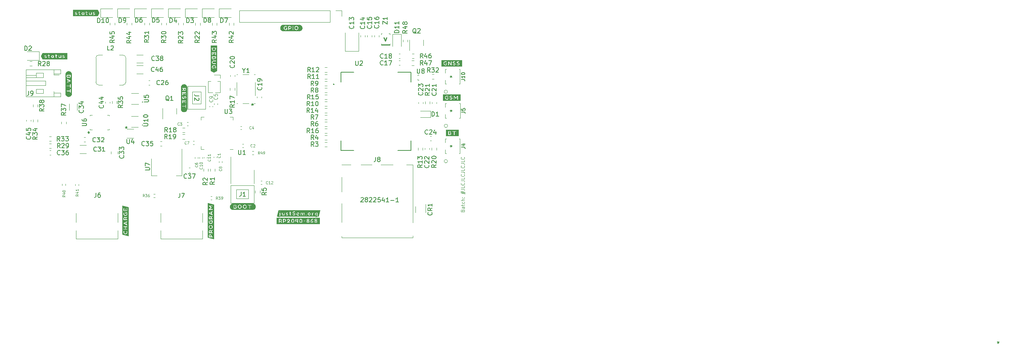
<source format=gbr>
%TF.GenerationSoftware,KiCad,Pcbnew,(6.0.2-0)*%
%TF.CreationDate,2022-03-26T21:56:15+01:00*%
%TF.ProjectId,RP2040GPSTracker,52503230-3430-4475-9053-547261636b65,rev?*%
%TF.SameCoordinates,PX4416780PY363af58*%
%TF.FileFunction,Legend,Top*%
%TF.FilePolarity,Positive*%
%FSLAX46Y46*%
G04 Gerber Fmt 4.6, Leading zero omitted, Abs format (unit mm)*
G04 Created by KiCad (PCBNEW (6.0.2-0)) date 2022-03-26 21:56:15*
%MOMM*%
%LPD*%
G01*
G04 APERTURE LIST*
%ADD10C,0.250000*%
%ADD11C,0.100000*%
%ADD12C,0.150000*%
%ADD13C,0.010000*%
%ADD14C,0.120000*%
%ADD15C,0.127000*%
%ADD16C,0.200000*%
%ADD17C,0.020000*%
G04 APERTURE END LIST*
D10*
X81739285Y46280953D02*
X81453571Y45519048D01*
X81167857Y46280953D01*
D11*
X98866428Y7377858D02*
X98902142Y7485000D01*
X98937857Y7520715D01*
X99009285Y7556429D01*
X99116428Y7556429D01*
X99187857Y7520715D01*
X99223571Y7485000D01*
X99259285Y7413572D01*
X99259285Y7127858D01*
X98509285Y7127858D01*
X98509285Y7377858D01*
X98545000Y7449286D01*
X98580714Y7485000D01*
X98652142Y7520715D01*
X98723571Y7520715D01*
X98795000Y7485000D01*
X98830714Y7449286D01*
X98866428Y7377858D01*
X98866428Y7127858D01*
X99259285Y8199286D02*
X98866428Y8199286D01*
X98795000Y8163572D01*
X98759285Y8092143D01*
X98759285Y7949286D01*
X98795000Y7877858D01*
X99223571Y8199286D02*
X99259285Y8127858D01*
X99259285Y7949286D01*
X99223571Y7877858D01*
X99152142Y7842143D01*
X99080714Y7842143D01*
X99009285Y7877858D01*
X98973571Y7949286D01*
X98973571Y8127858D01*
X98937857Y8199286D01*
X98759285Y8449286D02*
X98759285Y8735000D01*
X98509285Y8556429D02*
X99152142Y8556429D01*
X99223571Y8592143D01*
X99259285Y8663572D01*
X99259285Y8735000D01*
X99223571Y9306429D02*
X99259285Y9235000D01*
X99259285Y9092143D01*
X99223571Y9020715D01*
X99187857Y8985000D01*
X99116428Y8949286D01*
X98902142Y8949286D01*
X98830714Y8985000D01*
X98795000Y9020715D01*
X98759285Y9092143D01*
X98759285Y9235000D01*
X98795000Y9306429D01*
X99259285Y9627858D02*
X98509285Y9627858D01*
X99259285Y9949286D02*
X98866428Y9949286D01*
X98795000Y9913572D01*
X98759285Y9842143D01*
X98759285Y9735000D01*
X98795000Y9663572D01*
X98830714Y9627858D01*
X99187857Y10306429D02*
X99223571Y10342143D01*
X99259285Y10306429D01*
X99223571Y10270715D01*
X99187857Y10306429D01*
X99259285Y10306429D01*
X98795000Y10306429D02*
X98830714Y10342143D01*
X98866428Y10306429D01*
X98830714Y10270715D01*
X98795000Y10306429D01*
X98866428Y10306429D01*
X98759285Y11199286D02*
X98759285Y11735000D01*
X98437857Y11413572D02*
X99402142Y11199286D01*
X99080714Y11663572D02*
X99080714Y11127858D01*
X99402142Y11449286D02*
X98437857Y11663572D01*
X98509285Y12199286D02*
X99045000Y12199286D01*
X99152142Y12163572D01*
X99223571Y12092143D01*
X99259285Y11985000D01*
X99259285Y11913572D01*
X99259285Y12913572D02*
X99259285Y12556429D01*
X98509285Y12556429D01*
X99187857Y13592143D02*
X99223571Y13556429D01*
X99259285Y13449286D01*
X99259285Y13377858D01*
X99223571Y13270715D01*
X99152142Y13199286D01*
X99080714Y13163572D01*
X98937857Y13127858D01*
X98830714Y13127858D01*
X98687857Y13163572D01*
X98616428Y13199286D01*
X98545000Y13270715D01*
X98509285Y13377858D01*
X98509285Y13449286D01*
X98545000Y13556429D01*
X98580714Y13592143D01*
X98509285Y14127858D02*
X99045000Y14127858D01*
X99152142Y14092143D01*
X99223571Y14020715D01*
X99259285Y13913572D01*
X99259285Y13842143D01*
X99259285Y14842143D02*
X99259285Y14485000D01*
X98509285Y14485000D01*
X99187857Y15520715D02*
X99223571Y15485000D01*
X99259285Y15377858D01*
X99259285Y15306429D01*
X99223571Y15199286D01*
X99152142Y15127858D01*
X99080714Y15092143D01*
X98937857Y15056429D01*
X98830714Y15056429D01*
X98687857Y15092143D01*
X98616428Y15127858D01*
X98545000Y15199286D01*
X98509285Y15306429D01*
X98509285Y15377858D01*
X98545000Y15485000D01*
X98580714Y15520715D01*
X98509285Y16056429D02*
X99045000Y16056429D01*
X99152142Y16020715D01*
X99223571Y15949286D01*
X99259285Y15842143D01*
X99259285Y15770715D01*
X99259285Y16770715D02*
X99259285Y16413572D01*
X98509285Y16413572D01*
X99187857Y17449286D02*
X99223571Y17413572D01*
X99259285Y17306429D01*
X99259285Y17235000D01*
X99223571Y17127858D01*
X99152142Y17056429D01*
X99080714Y17020715D01*
X98937857Y16985000D01*
X98830714Y16985000D01*
X98687857Y17020715D01*
X98616428Y17056429D01*
X98545000Y17127858D01*
X98509285Y17235000D01*
X98509285Y17306429D01*
X98545000Y17413572D01*
X98580714Y17449286D01*
X98509285Y17985000D02*
X99045000Y17985000D01*
X99152142Y17949286D01*
X99223571Y17877858D01*
X99259285Y17770715D01*
X99259285Y17699286D01*
X99259285Y18699286D02*
X99259285Y18342143D01*
X98509285Y18342143D01*
X99187857Y19377858D02*
X99223571Y19342143D01*
X99259285Y19235000D01*
X99259285Y19163572D01*
X99223571Y19056429D01*
X99152142Y18985000D01*
X99080714Y18949286D01*
X98937857Y18913572D01*
X98830714Y18913572D01*
X98687857Y18949286D01*
X98616428Y18985000D01*
X98545000Y19056429D01*
X98509285Y19163572D01*
X98509285Y19235000D01*
X98545000Y19342143D01*
X98580714Y19377858D01*
D12*
%TO.C,*%
%TO.C,J7*%
X35261666Y11277620D02*
X35261666Y10563334D01*
X35214047Y10420477D01*
X35118809Y10325239D01*
X34975952Y10277620D01*
X34880714Y10277620D01*
X35642619Y11277620D02*
X36309285Y11277620D01*
X35880714Y10277620D01*
%TO.C,C46*%
X29467142Y38742858D02*
X29419523Y38695239D01*
X29276666Y38647620D01*
X29181428Y38647620D01*
X29038571Y38695239D01*
X28943333Y38790477D01*
X28895714Y38885715D01*
X28848095Y39076191D01*
X28848095Y39219048D01*
X28895714Y39409524D01*
X28943333Y39504762D01*
X29038571Y39600000D01*
X29181428Y39647620D01*
X29276666Y39647620D01*
X29419523Y39600000D01*
X29467142Y39552381D01*
X30324285Y39314286D02*
X30324285Y38647620D01*
X30086190Y39695239D02*
X29848095Y38980953D01*
X30467142Y38980953D01*
X31276666Y39647620D02*
X31086190Y39647620D01*
X30990952Y39600000D01*
X30943333Y39552381D01*
X30848095Y39409524D01*
X30800476Y39219048D01*
X30800476Y38838096D01*
X30848095Y38742858D01*
X30895714Y38695239D01*
X30990952Y38647620D01*
X31181428Y38647620D01*
X31276666Y38695239D01*
X31324285Y38742858D01*
X31371904Y38838096D01*
X31371904Y39076191D01*
X31324285Y39171429D01*
X31276666Y39219048D01*
X31181428Y39266667D01*
X30990952Y39266667D01*
X30895714Y39219048D01*
X30848095Y39171429D01*
X30800476Y39076191D01*
%TO.C,Q1*%
X32809761Y32087381D02*
X32714523Y32135000D01*
X32619285Y32230239D01*
X32476428Y32373096D01*
X32381190Y32420715D01*
X32285952Y32420715D01*
X32333571Y32182620D02*
X32238333Y32230239D01*
X32143095Y32325477D01*
X32095476Y32515953D01*
X32095476Y32849286D01*
X32143095Y33039762D01*
X32238333Y33135000D01*
X32333571Y33182620D01*
X32524047Y33182620D01*
X32619285Y33135000D01*
X32714523Y33039762D01*
X32762142Y32849286D01*
X32762142Y32515953D01*
X32714523Y32325477D01*
X32619285Y32230239D01*
X32524047Y32182620D01*
X32333571Y32182620D01*
X33714523Y32182620D02*
X33143095Y32182620D01*
X33428809Y32182620D02*
X33428809Y33182620D01*
X33333571Y33039762D01*
X33238333Y32944524D01*
X33143095Y32896905D01*
%TO.C,R38*%
X4652380Y30332143D02*
X4176190Y29998810D01*
X4652380Y29760715D02*
X3652380Y29760715D01*
X3652380Y30141667D01*
X3700000Y30236905D01*
X3747619Y30284524D01*
X3842857Y30332143D01*
X3985714Y30332143D01*
X4080952Y30284524D01*
X4128571Y30236905D01*
X4176190Y30141667D01*
X4176190Y29760715D01*
X3652380Y30665477D02*
X3652380Y31284524D01*
X4033333Y30951191D01*
X4033333Y31094048D01*
X4080952Y31189286D01*
X4128571Y31236905D01*
X4223809Y31284524D01*
X4461904Y31284524D01*
X4557142Y31236905D01*
X4604761Y31189286D01*
X4652380Y31094048D01*
X4652380Y30808334D01*
X4604761Y30713096D01*
X4557142Y30665477D01*
X4080952Y31855953D02*
X4033333Y31760715D01*
X3985714Y31713096D01*
X3890476Y31665477D01*
X3842857Y31665477D01*
X3747619Y31713096D01*
X3700000Y31760715D01*
X3652380Y31855953D01*
X3652380Y32046429D01*
X3700000Y32141667D01*
X3747619Y32189286D01*
X3842857Y32236905D01*
X3890476Y32236905D01*
X3985714Y32189286D01*
X4033333Y32141667D01*
X4080952Y32046429D01*
X4080952Y31855953D01*
X4128571Y31760715D01*
X4176190Y31713096D01*
X4271428Y31665477D01*
X4461904Y31665477D01*
X4557142Y31713096D01*
X4604761Y31760715D01*
X4652380Y31855953D01*
X4652380Y32046429D01*
X4604761Y32141667D01*
X4557142Y32189286D01*
X4461904Y32236905D01*
X4271428Y32236905D01*
X4176190Y32189286D01*
X4128571Y32141667D01*
X4080952Y32046429D01*
%TO.C,C24*%
X91022142Y24632858D02*
X90974523Y24585239D01*
X90831666Y24537620D01*
X90736428Y24537620D01*
X90593571Y24585239D01*
X90498333Y24680477D01*
X90450714Y24775715D01*
X90403095Y24966191D01*
X90403095Y25109048D01*
X90450714Y25299524D01*
X90498333Y25394762D01*
X90593571Y25490000D01*
X90736428Y25537620D01*
X90831666Y25537620D01*
X90974523Y25490000D01*
X91022142Y25442381D01*
X91403095Y25442381D02*
X91450714Y25490000D01*
X91545952Y25537620D01*
X91784047Y25537620D01*
X91879285Y25490000D01*
X91926904Y25442381D01*
X91974523Y25347143D01*
X91974523Y25251905D01*
X91926904Y25109048D01*
X91355476Y24537620D01*
X91974523Y24537620D01*
X92831666Y25204286D02*
X92831666Y24537620D01*
X92593571Y25585239D02*
X92355476Y24870953D01*
X92974523Y24870953D01*
%TO.C,R32*%
X91547142Y38507620D02*
X91213809Y38983810D01*
X90975714Y38507620D02*
X90975714Y39507620D01*
X91356666Y39507620D01*
X91451904Y39460000D01*
X91499523Y39412381D01*
X91547142Y39317143D01*
X91547142Y39174286D01*
X91499523Y39079048D01*
X91451904Y39031429D01*
X91356666Y38983810D01*
X90975714Y38983810D01*
X91880476Y39507620D02*
X92499523Y39507620D01*
X92166190Y39126667D01*
X92309047Y39126667D01*
X92404285Y39079048D01*
X92451904Y39031429D01*
X92499523Y38936191D01*
X92499523Y38698096D01*
X92451904Y38602858D01*
X92404285Y38555239D01*
X92309047Y38507620D01*
X92023333Y38507620D01*
X91928095Y38555239D01*
X91880476Y38602858D01*
X92880476Y39412381D02*
X92928095Y39460000D01*
X93023333Y39507620D01*
X93261428Y39507620D01*
X93356666Y39460000D01*
X93404285Y39412381D01*
X93451904Y39317143D01*
X93451904Y39221905D01*
X93404285Y39079048D01*
X92832857Y38507620D01*
X93451904Y38507620D01*
%TO.C,C35*%
X27297142Y22042858D02*
X27249523Y21995239D01*
X27106666Y21947620D01*
X27011428Y21947620D01*
X26868571Y21995239D01*
X26773333Y22090477D01*
X26725714Y22185715D01*
X26678095Y22376191D01*
X26678095Y22519048D01*
X26725714Y22709524D01*
X26773333Y22804762D01*
X26868571Y22900000D01*
X27011428Y22947620D01*
X27106666Y22947620D01*
X27249523Y22900000D01*
X27297142Y22852381D01*
X27630476Y22947620D02*
X28249523Y22947620D01*
X27916190Y22566667D01*
X28059047Y22566667D01*
X28154285Y22519048D01*
X28201904Y22471429D01*
X28249523Y22376191D01*
X28249523Y22138096D01*
X28201904Y22042858D01*
X28154285Y21995239D01*
X28059047Y21947620D01*
X27773333Y21947620D01*
X27678095Y21995239D01*
X27630476Y22042858D01*
X29154285Y22947620D02*
X28678095Y22947620D01*
X28630476Y22471429D01*
X28678095Y22519048D01*
X28773333Y22566667D01*
X29011428Y22566667D01*
X29106666Y22519048D01*
X29154285Y22471429D01*
X29201904Y22376191D01*
X29201904Y22138096D01*
X29154285Y22042858D01*
X29106666Y21995239D01*
X29011428Y21947620D01*
X28773333Y21947620D01*
X28678095Y21995239D01*
X28630476Y22042858D01*
%TO.C,U6*%
X13257380Y26463096D02*
X14066904Y26463096D01*
X14162142Y26510715D01*
X14209761Y26558334D01*
X14257380Y26653572D01*
X14257380Y26844048D01*
X14209761Y26939286D01*
X14162142Y26986905D01*
X14066904Y27034524D01*
X13257380Y27034524D01*
X13257380Y27939286D02*
X13257380Y27748810D01*
X13305000Y27653572D01*
X13352619Y27605953D01*
X13495476Y27510715D01*
X13685952Y27463096D01*
X14066904Y27463096D01*
X14162142Y27510715D01*
X14209761Y27558334D01*
X14257380Y27653572D01*
X14257380Y27844048D01*
X14209761Y27939286D01*
X14162142Y27986905D01*
X14066904Y28034524D01*
X13828809Y28034524D01*
X13733571Y27986905D01*
X13685952Y27939286D01*
X13638333Y27844048D01*
X13638333Y27653572D01*
X13685952Y27558334D01*
X13733571Y27510715D01*
X13828809Y27463096D01*
X14547380Y24970000D02*
X14785476Y24970000D01*
X14690238Y24731905D02*
X14785476Y24970000D01*
X14690238Y25208096D01*
X14975952Y24827143D02*
X14785476Y24970000D01*
X14975952Y25112858D01*
%TO.C,U2*%
X74777932Y41057736D02*
X74777932Y40248040D01*
X74825562Y40152782D01*
X74873191Y40105152D01*
X74968449Y40057523D01*
X75158966Y40057523D01*
X75254224Y40105152D01*
X75301854Y40152782D01*
X75349483Y40248040D01*
X75349483Y41057736D01*
X75778145Y40962478D02*
X75825775Y41010107D01*
X75921033Y41057736D01*
X76159179Y41057736D01*
X76254437Y41010107D01*
X76302067Y40962478D01*
X76349696Y40867219D01*
X76349696Y40771961D01*
X76302067Y40629073D01*
X75730516Y40057523D01*
X76349696Y40057523D01*
%TO.C,*%
%TO.C,C34*%
X13457142Y30012143D02*
X13504761Y29964524D01*
X13552380Y29821667D01*
X13552380Y29726429D01*
X13504761Y29583572D01*
X13409523Y29488334D01*
X13314285Y29440715D01*
X13123809Y29393096D01*
X12980952Y29393096D01*
X12790476Y29440715D01*
X12695238Y29488334D01*
X12600000Y29583572D01*
X12552380Y29726429D01*
X12552380Y29821667D01*
X12600000Y29964524D01*
X12647619Y30012143D01*
X12552380Y30345477D02*
X12552380Y30964524D01*
X12933333Y30631191D01*
X12933333Y30774048D01*
X12980952Y30869286D01*
X13028571Y30916905D01*
X13123809Y30964524D01*
X13361904Y30964524D01*
X13457142Y30916905D01*
X13504761Y30869286D01*
X13552380Y30774048D01*
X13552380Y30488334D01*
X13504761Y30393096D01*
X13457142Y30345477D01*
X12885714Y31821667D02*
X13552380Y31821667D01*
X12504761Y31583572D02*
X13219047Y31345477D01*
X13219047Y31964524D01*
%TO.C,*%
D11*
%TO.C,R39*%
X43729285Y9888572D02*
X43529285Y10174286D01*
X43386428Y9888572D02*
X43386428Y10488572D01*
X43615000Y10488572D01*
X43672142Y10460000D01*
X43700714Y10431429D01*
X43729285Y10374286D01*
X43729285Y10288572D01*
X43700714Y10231429D01*
X43672142Y10202858D01*
X43615000Y10174286D01*
X43386428Y10174286D01*
X43929285Y10488572D02*
X44300714Y10488572D01*
X44100714Y10260000D01*
X44186428Y10260000D01*
X44243571Y10231429D01*
X44272142Y10202858D01*
X44300714Y10145715D01*
X44300714Y10002858D01*
X44272142Y9945715D01*
X44243571Y9917143D01*
X44186428Y9888572D01*
X44015000Y9888572D01*
X43957857Y9917143D01*
X43929285Y9945715D01*
X44586428Y9888572D02*
X44700714Y9888572D01*
X44757857Y9917143D01*
X44786428Y9945715D01*
X44843571Y10031429D01*
X44872142Y10145715D01*
X44872142Y10374286D01*
X44843571Y10431429D01*
X44815000Y10460000D01*
X44757857Y10488572D01*
X44643571Y10488572D01*
X44586428Y10460000D01*
X44557857Y10431429D01*
X44529285Y10374286D01*
X44529285Y10231429D01*
X44557857Y10174286D01*
X44586428Y10145715D01*
X44643571Y10117143D01*
X44757857Y10117143D01*
X44815000Y10145715D01*
X44843571Y10174286D01*
X44872142Y10231429D01*
D12*
%TO.C,R30*%
X32107380Y45779643D02*
X31631190Y45446310D01*
X32107380Y45208215D02*
X31107380Y45208215D01*
X31107380Y45589167D01*
X31155000Y45684405D01*
X31202619Y45732024D01*
X31297857Y45779643D01*
X31440714Y45779643D01*
X31535952Y45732024D01*
X31583571Y45684405D01*
X31631190Y45589167D01*
X31631190Y45208215D01*
X31107380Y46112977D02*
X31107380Y46732024D01*
X31488333Y46398691D01*
X31488333Y46541548D01*
X31535952Y46636786D01*
X31583571Y46684405D01*
X31678809Y46732024D01*
X31916904Y46732024D01*
X32012142Y46684405D01*
X32059761Y46636786D01*
X32107380Y46541548D01*
X32107380Y46255834D01*
X32059761Y46160596D01*
X32012142Y46112977D01*
X31107380Y47351072D02*
X31107380Y47446310D01*
X31155000Y47541548D01*
X31202619Y47589167D01*
X31297857Y47636786D01*
X31488333Y47684405D01*
X31726428Y47684405D01*
X31916904Y47636786D01*
X32012142Y47589167D01*
X32059761Y47541548D01*
X32107380Y47446310D01*
X32107380Y47351072D01*
X32059761Y47255834D01*
X32012142Y47208215D01*
X31916904Y47160596D01*
X31726428Y47112977D01*
X31488333Y47112977D01*
X31297857Y47160596D01*
X31202619Y47208215D01*
X31155000Y47255834D01*
X31107380Y47351072D01*
%TO.C,R16*%
X64482142Y24857620D02*
X64148809Y25333810D01*
X63910714Y24857620D02*
X63910714Y25857620D01*
X64291666Y25857620D01*
X64386904Y25810000D01*
X64434523Y25762381D01*
X64482142Y25667143D01*
X64482142Y25524286D01*
X64434523Y25429048D01*
X64386904Y25381429D01*
X64291666Y25333810D01*
X63910714Y25333810D01*
X65434523Y24857620D02*
X64863095Y24857620D01*
X65148809Y24857620D02*
X65148809Y25857620D01*
X65053571Y25714762D01*
X64958333Y25619524D01*
X64863095Y25571905D01*
X66291666Y25857620D02*
X66101190Y25857620D01*
X66005952Y25810000D01*
X65958333Y25762381D01*
X65863095Y25619524D01*
X65815476Y25429048D01*
X65815476Y25048096D01*
X65863095Y24952858D01*
X65910714Y24905239D01*
X66005952Y24857620D01*
X66196428Y24857620D01*
X66291666Y24905239D01*
X66339285Y24952858D01*
X66386904Y25048096D01*
X66386904Y25286191D01*
X66339285Y25381429D01*
X66291666Y25429048D01*
X66196428Y25476667D01*
X66005952Y25476667D01*
X65910714Y25429048D01*
X65863095Y25381429D01*
X65815476Y25286191D01*
%TO.C,R28*%
X3999642Y39947620D02*
X3666309Y40423810D01*
X3428214Y39947620D02*
X3428214Y40947620D01*
X3809166Y40947620D01*
X3904404Y40900000D01*
X3952023Y40852381D01*
X3999642Y40757143D01*
X3999642Y40614286D01*
X3952023Y40519048D01*
X3904404Y40471429D01*
X3809166Y40423810D01*
X3428214Y40423810D01*
X4380595Y40852381D02*
X4428214Y40900000D01*
X4523452Y40947620D01*
X4761547Y40947620D01*
X4856785Y40900000D01*
X4904404Y40852381D01*
X4952023Y40757143D01*
X4952023Y40661905D01*
X4904404Y40519048D01*
X4332976Y39947620D01*
X4952023Y39947620D01*
X5523452Y40519048D02*
X5428214Y40566667D01*
X5380595Y40614286D01*
X5332976Y40709524D01*
X5332976Y40757143D01*
X5380595Y40852381D01*
X5428214Y40900000D01*
X5523452Y40947620D01*
X5713928Y40947620D01*
X5809166Y40900000D01*
X5856785Y40852381D01*
X5904404Y40757143D01*
X5904404Y40709524D01*
X5856785Y40614286D01*
X5809166Y40566667D01*
X5713928Y40519048D01*
X5523452Y40519048D01*
X5428214Y40471429D01*
X5380595Y40423810D01*
X5332976Y40328572D01*
X5332976Y40138096D01*
X5380595Y40042858D01*
X5428214Y39995239D01*
X5523452Y39947620D01*
X5713928Y39947620D01*
X5809166Y39995239D01*
X5856785Y40042858D01*
X5904404Y40138096D01*
X5904404Y40328572D01*
X5856785Y40423810D01*
X5809166Y40471429D01*
X5713928Y40519048D01*
%TO.C,R47*%
X89942142Y40127620D02*
X89608809Y40603810D01*
X89370714Y40127620D02*
X89370714Y41127620D01*
X89751666Y41127620D01*
X89846904Y41080000D01*
X89894523Y41032381D01*
X89942142Y40937143D01*
X89942142Y40794286D01*
X89894523Y40699048D01*
X89846904Y40651429D01*
X89751666Y40603810D01*
X89370714Y40603810D01*
X90799285Y40794286D02*
X90799285Y40127620D01*
X90561190Y41175239D02*
X90323095Y40460953D01*
X90942142Y40460953D01*
X91227857Y41127620D02*
X91894523Y41127620D01*
X91465952Y40127620D01*
%TO.C,R48*%
X86397380Y47922143D02*
X85921190Y47588810D01*
X86397380Y47350715D02*
X85397380Y47350715D01*
X85397380Y47731667D01*
X85445000Y47826905D01*
X85492619Y47874524D01*
X85587857Y47922143D01*
X85730714Y47922143D01*
X85825952Y47874524D01*
X85873571Y47826905D01*
X85921190Y47731667D01*
X85921190Y47350715D01*
X85730714Y48779286D02*
X86397380Y48779286D01*
X85349761Y48541191D02*
X86064047Y48303096D01*
X86064047Y48922143D01*
X85825952Y49445953D02*
X85778333Y49350715D01*
X85730714Y49303096D01*
X85635476Y49255477D01*
X85587857Y49255477D01*
X85492619Y49303096D01*
X85445000Y49350715D01*
X85397380Y49445953D01*
X85397380Y49636429D01*
X85445000Y49731667D01*
X85492619Y49779286D01*
X85587857Y49826905D01*
X85635476Y49826905D01*
X85730714Y49779286D01*
X85778333Y49731667D01*
X85825952Y49636429D01*
X85825952Y49445953D01*
X85873571Y49350715D01*
X85921190Y49303096D01*
X86016428Y49255477D01*
X86206904Y49255477D01*
X86302142Y49303096D01*
X86349761Y49350715D01*
X86397380Y49445953D01*
X86397380Y49636429D01*
X86349761Y49731667D01*
X86302142Y49779286D01*
X86206904Y49826905D01*
X86016428Y49826905D01*
X85921190Y49779286D01*
X85873571Y49731667D01*
X85825952Y49636429D01*
%TO.C,J4*%
X98606904Y21623334D02*
X99178333Y21623334D01*
X99292619Y21585239D01*
X99368809Y21509048D01*
X99406904Y21394762D01*
X99406904Y21318572D01*
X98873571Y22347143D02*
X99406904Y22347143D01*
X98568809Y22156667D02*
X99140238Y21966191D01*
X99140238Y22461429D01*
X96062380Y21883200D02*
X96300476Y21883200D01*
X96205238Y21645105D02*
X96300476Y21883200D01*
X96205238Y22121296D01*
X96490952Y21740343D02*
X96300476Y21883200D01*
X96490952Y22026058D01*
%TO.C,*%
%TO.C,C23*%
X89822142Y33967143D02*
X89869761Y33919524D01*
X89917380Y33776667D01*
X89917380Y33681429D01*
X89869761Y33538572D01*
X89774523Y33443334D01*
X89679285Y33395715D01*
X89488809Y33348096D01*
X89345952Y33348096D01*
X89155476Y33395715D01*
X89060238Y33443334D01*
X88965000Y33538572D01*
X88917380Y33681429D01*
X88917380Y33776667D01*
X88965000Y33919524D01*
X89012619Y33967143D01*
X89012619Y34348096D02*
X88965000Y34395715D01*
X88917380Y34490953D01*
X88917380Y34729048D01*
X88965000Y34824286D01*
X89012619Y34871905D01*
X89107857Y34919524D01*
X89203095Y34919524D01*
X89345952Y34871905D01*
X89917380Y34300477D01*
X89917380Y34919524D01*
X88917380Y35252858D02*
X88917380Y35871905D01*
X89298333Y35538572D01*
X89298333Y35681429D01*
X89345952Y35776667D01*
X89393571Y35824286D01*
X89488809Y35871905D01*
X89726904Y35871905D01*
X89822142Y35824286D01*
X89869761Y35776667D01*
X89917380Y35681429D01*
X89917380Y35395715D01*
X89869761Y35300477D01*
X89822142Y35252858D01*
%TO.C,R7*%
X65363333Y27917620D02*
X65030000Y28393810D01*
X64791904Y27917620D02*
X64791904Y28917620D01*
X65172857Y28917620D01*
X65268095Y28870000D01*
X65315714Y28822381D01*
X65363333Y28727143D01*
X65363333Y28584286D01*
X65315714Y28489048D01*
X65268095Y28441429D01*
X65172857Y28393810D01*
X64791904Y28393810D01*
X65696666Y28917620D02*
X66363333Y28917620D01*
X65934761Y27917620D01*
%TO.C,R19*%
X32417142Y23517620D02*
X32083809Y23993810D01*
X31845714Y23517620D02*
X31845714Y24517620D01*
X32226666Y24517620D01*
X32321904Y24470000D01*
X32369523Y24422381D01*
X32417142Y24327143D01*
X32417142Y24184286D01*
X32369523Y24089048D01*
X32321904Y24041429D01*
X32226666Y23993810D01*
X31845714Y23993810D01*
X33369523Y23517620D02*
X32798095Y23517620D01*
X33083809Y23517620D02*
X33083809Y24517620D01*
X32988571Y24374762D01*
X32893333Y24279524D01*
X32798095Y24231905D01*
X33845714Y23517620D02*
X34036190Y23517620D01*
X34131428Y23565239D01*
X34179047Y23612858D01*
X34274285Y23755715D01*
X34321904Y23946191D01*
X34321904Y24327143D01*
X34274285Y24422381D01*
X34226666Y24470000D01*
X34131428Y24517620D01*
X33940952Y24517620D01*
X33845714Y24470000D01*
X33798095Y24422381D01*
X33750476Y24327143D01*
X33750476Y24089048D01*
X33798095Y23993810D01*
X33845714Y23946191D01*
X33940952Y23898572D01*
X34131428Y23898572D01*
X34226666Y23946191D01*
X34274285Y23993810D01*
X34321904Y24089048D01*
%TO.C,D4*%
X33006904Y49697620D02*
X33006904Y50697620D01*
X33245000Y50697620D01*
X33387857Y50650000D01*
X33483095Y50554762D01*
X33530714Y50459524D01*
X33578333Y50269048D01*
X33578333Y50126191D01*
X33530714Y49935715D01*
X33483095Y49840477D01*
X33387857Y49745239D01*
X33245000Y49697620D01*
X33006904Y49697620D01*
X34435476Y50364286D02*
X34435476Y49697620D01*
X34197380Y50745239D02*
X33959285Y50030953D01*
X34578333Y50030953D01*
%TO.C,C19*%
X53607142Y35133443D02*
X53654761Y35085824D01*
X53702380Y34942967D01*
X53702380Y34847729D01*
X53654761Y34704872D01*
X53559523Y34609634D01*
X53464285Y34562015D01*
X53273809Y34514396D01*
X53130952Y34514396D01*
X52940476Y34562015D01*
X52845238Y34609634D01*
X52750000Y34704872D01*
X52702380Y34847729D01*
X52702380Y34942967D01*
X52750000Y35085824D01*
X52797619Y35133443D01*
X53702380Y36085824D02*
X53702380Y35514396D01*
X53702380Y35800110D02*
X52702380Y35800110D01*
X52845238Y35704872D01*
X52940476Y35609634D01*
X52988095Y35514396D01*
X53702380Y36562015D02*
X53702380Y36752491D01*
X53654761Y36847729D01*
X53607142Y36895348D01*
X53464285Y36990586D01*
X53273809Y37038205D01*
X52892857Y37038205D01*
X52797619Y36990586D01*
X52750000Y36942967D01*
X52702380Y36847729D01*
X52702380Y36657253D01*
X52750000Y36562015D01*
X52797619Y36514396D01*
X52892857Y36466777D01*
X53130952Y36466777D01*
X53226190Y36514396D01*
X53273809Y36562015D01*
X53321428Y36657253D01*
X53321428Y36847729D01*
X53273809Y36942967D01*
X53226190Y36990586D01*
X53130952Y37038205D01*
%TO.C,J9*%
X1241666Y34297620D02*
X1241666Y33583334D01*
X1194047Y33440477D01*
X1098809Y33345239D01*
X955952Y33297620D01*
X860714Y33297620D01*
X1765476Y33297620D02*
X1955952Y33297620D01*
X2051190Y33345239D01*
X2098809Y33392858D01*
X2194047Y33535715D01*
X2241666Y33726191D01*
X2241666Y34107143D01*
X2194047Y34202381D01*
X2146428Y34250000D01*
X2051190Y34297620D01*
X1860714Y34297620D01*
X1765476Y34250000D01*
X1717857Y34202381D01*
X1670238Y34107143D01*
X1670238Y33869048D01*
X1717857Y33773810D01*
X1765476Y33726191D01*
X1860714Y33678572D01*
X2051190Y33678572D01*
X2146428Y33726191D01*
X2194047Y33773810D01*
X2241666Y33869048D01*
D11*
%TO.C,C8*%
X44604285Y16690000D02*
X44632857Y16661429D01*
X44661428Y16575715D01*
X44661428Y16518572D01*
X44632857Y16432858D01*
X44575714Y16375715D01*
X44518571Y16347143D01*
X44404285Y16318572D01*
X44318571Y16318572D01*
X44204285Y16347143D01*
X44147142Y16375715D01*
X44090000Y16432858D01*
X44061428Y16518572D01*
X44061428Y16575715D01*
X44090000Y16661429D01*
X44118571Y16690000D01*
X44318571Y17032858D02*
X44290000Y16975715D01*
X44261428Y16947143D01*
X44204285Y16918572D01*
X44175714Y16918572D01*
X44118571Y16947143D01*
X44090000Y16975715D01*
X44061428Y17032858D01*
X44061428Y17147143D01*
X44090000Y17204286D01*
X44118571Y17232858D01*
X44175714Y17261429D01*
X44204285Y17261429D01*
X44261428Y17232858D01*
X44290000Y17204286D01*
X44318571Y17147143D01*
X44318571Y17032858D01*
X44347142Y16975715D01*
X44375714Y16947143D01*
X44432857Y16918572D01*
X44547142Y16918572D01*
X44604285Y16947143D01*
X44632857Y16975715D01*
X44661428Y17032858D01*
X44661428Y17147143D01*
X44632857Y17204286D01*
X44604285Y17232858D01*
X44547142Y17261429D01*
X44432857Y17261429D01*
X44375714Y17232858D01*
X44347142Y17204286D01*
X44318571Y17147143D01*
%TO.C,R36*%
X27264285Y10443572D02*
X27064285Y10729286D01*
X26921428Y10443572D02*
X26921428Y11043572D01*
X27150000Y11043572D01*
X27207142Y11015000D01*
X27235714Y10986429D01*
X27264285Y10929286D01*
X27264285Y10843572D01*
X27235714Y10786429D01*
X27207142Y10757858D01*
X27150000Y10729286D01*
X26921428Y10729286D01*
X27464285Y11043572D02*
X27835714Y11043572D01*
X27635714Y10815000D01*
X27721428Y10815000D01*
X27778571Y10786429D01*
X27807142Y10757858D01*
X27835714Y10700715D01*
X27835714Y10557858D01*
X27807142Y10500715D01*
X27778571Y10472143D01*
X27721428Y10443572D01*
X27550000Y10443572D01*
X27492857Y10472143D01*
X27464285Y10500715D01*
X28350000Y11043572D02*
X28235714Y11043572D01*
X28178571Y11015000D01*
X28150000Y10986429D01*
X28092857Y10900715D01*
X28064285Y10786429D01*
X28064285Y10557858D01*
X28092857Y10500715D01*
X28121428Y10472143D01*
X28178571Y10443572D01*
X28292857Y10443572D01*
X28350000Y10472143D01*
X28378571Y10500715D01*
X28407142Y10557858D01*
X28407142Y10700715D01*
X28378571Y10757858D01*
X28350000Y10786429D01*
X28292857Y10815000D01*
X28178571Y10815000D01*
X28121428Y10786429D01*
X28092857Y10757858D01*
X28064285Y10700715D01*
D12*
%TO.C,D2*%
X346904Y43402620D02*
X346904Y44402620D01*
X585000Y44402620D01*
X727857Y44355000D01*
X823095Y44259762D01*
X870714Y44164524D01*
X918333Y43974048D01*
X918333Y43831191D01*
X870714Y43640715D01*
X823095Y43545477D01*
X727857Y43450239D01*
X585000Y43402620D01*
X346904Y43402620D01*
X1299285Y44307381D02*
X1346904Y44355000D01*
X1442142Y44402620D01*
X1680238Y44402620D01*
X1775476Y44355000D01*
X1823095Y44307381D01*
X1870714Y44212143D01*
X1870714Y44116905D01*
X1823095Y43974048D01*
X1251666Y43402620D01*
X1870714Y43402620D01*
%TO.C,R43*%
X43507380Y45797143D02*
X43031190Y45463810D01*
X43507380Y45225715D02*
X42507380Y45225715D01*
X42507380Y45606667D01*
X42555000Y45701905D01*
X42602619Y45749524D01*
X42697857Y45797143D01*
X42840714Y45797143D01*
X42935952Y45749524D01*
X42983571Y45701905D01*
X43031190Y45606667D01*
X43031190Y45225715D01*
X42840714Y46654286D02*
X43507380Y46654286D01*
X42459761Y46416191D02*
X43174047Y46178096D01*
X43174047Y46797143D01*
X42507380Y47082858D02*
X42507380Y47701905D01*
X42888333Y47368572D01*
X42888333Y47511429D01*
X42935952Y47606667D01*
X42983571Y47654286D01*
X43078809Y47701905D01*
X43316904Y47701905D01*
X43412142Y47654286D01*
X43459761Y47606667D01*
X43507380Y47511429D01*
X43507380Y47225715D01*
X43459761Y47130477D01*
X43412142Y47082858D01*
%TO.C,R18*%
X32472142Y25042620D02*
X32138809Y25518810D01*
X31900714Y25042620D02*
X31900714Y26042620D01*
X32281666Y26042620D01*
X32376904Y25995000D01*
X32424523Y25947381D01*
X32472142Y25852143D01*
X32472142Y25709286D01*
X32424523Y25614048D01*
X32376904Y25566429D01*
X32281666Y25518810D01*
X31900714Y25518810D01*
X33424523Y25042620D02*
X32853095Y25042620D01*
X33138809Y25042620D02*
X33138809Y26042620D01*
X33043571Y25899762D01*
X32948333Y25804524D01*
X32853095Y25756905D01*
X33995952Y25614048D02*
X33900714Y25661667D01*
X33853095Y25709286D01*
X33805476Y25804524D01*
X33805476Y25852143D01*
X33853095Y25947381D01*
X33900714Y25995000D01*
X33995952Y26042620D01*
X34186428Y26042620D01*
X34281666Y25995000D01*
X34329285Y25947381D01*
X34376904Y25852143D01*
X34376904Y25804524D01*
X34329285Y25709286D01*
X34281666Y25661667D01*
X34186428Y25614048D01*
X33995952Y25614048D01*
X33900714Y25566429D01*
X33853095Y25518810D01*
X33805476Y25423572D01*
X33805476Y25233096D01*
X33853095Y25137858D01*
X33900714Y25090239D01*
X33995952Y25042620D01*
X34186428Y25042620D01*
X34281666Y25090239D01*
X34329285Y25137858D01*
X34376904Y25233096D01*
X34376904Y25423572D01*
X34329285Y25518810D01*
X34281666Y25566429D01*
X34186428Y25614048D01*
%TO.C,C20*%
X47452142Y40147143D02*
X47499761Y40099524D01*
X47547380Y39956667D01*
X47547380Y39861429D01*
X47499761Y39718572D01*
X47404523Y39623334D01*
X47309285Y39575715D01*
X47118809Y39528096D01*
X46975952Y39528096D01*
X46785476Y39575715D01*
X46690238Y39623334D01*
X46595000Y39718572D01*
X46547380Y39861429D01*
X46547380Y39956667D01*
X46595000Y40099524D01*
X46642619Y40147143D01*
X46642619Y40528096D02*
X46595000Y40575715D01*
X46547380Y40670953D01*
X46547380Y40909048D01*
X46595000Y41004286D01*
X46642619Y41051905D01*
X46737857Y41099524D01*
X46833095Y41099524D01*
X46975952Y41051905D01*
X47547380Y40480477D01*
X47547380Y41099524D01*
X46547380Y41718572D02*
X46547380Y41813810D01*
X46595000Y41909048D01*
X46642619Y41956667D01*
X46737857Y42004286D01*
X46928333Y42051905D01*
X47166428Y42051905D01*
X47356904Y42004286D01*
X47452142Y41956667D01*
X47499761Y41909048D01*
X47547380Y41813810D01*
X47547380Y41718572D01*
X47499761Y41623334D01*
X47452142Y41575715D01*
X47356904Y41528096D01*
X47166428Y41480477D01*
X46928333Y41480477D01*
X46737857Y41528096D01*
X46642619Y41575715D01*
X46595000Y41623334D01*
X46547380Y41718572D01*
D11*
%TO.C,C11*%
X42094285Y18904286D02*
X42122857Y18875715D01*
X42151428Y18790000D01*
X42151428Y18732858D01*
X42122857Y18647143D01*
X42065714Y18590000D01*
X42008571Y18561429D01*
X41894285Y18532858D01*
X41808571Y18532858D01*
X41694285Y18561429D01*
X41637142Y18590000D01*
X41580000Y18647143D01*
X41551428Y18732858D01*
X41551428Y18790000D01*
X41580000Y18875715D01*
X41608571Y18904286D01*
X42151428Y19475715D02*
X42151428Y19132858D01*
X42151428Y19304286D02*
X41551428Y19304286D01*
X41637142Y19247143D01*
X41694285Y19190000D01*
X41722857Y19132858D01*
X42151428Y20047143D02*
X42151428Y19704286D01*
X42151428Y19875715D02*
X41551428Y19875715D01*
X41637142Y19818572D01*
X41694285Y19761429D01*
X41722857Y19704286D01*
D12*
%TO.C,R22*%
X39662380Y45747143D02*
X39186190Y45413810D01*
X39662380Y45175715D02*
X38662380Y45175715D01*
X38662380Y45556667D01*
X38710000Y45651905D01*
X38757619Y45699524D01*
X38852857Y45747143D01*
X38995714Y45747143D01*
X39090952Y45699524D01*
X39138571Y45651905D01*
X39186190Y45556667D01*
X39186190Y45175715D01*
X38757619Y46128096D02*
X38710000Y46175715D01*
X38662380Y46270953D01*
X38662380Y46509048D01*
X38710000Y46604286D01*
X38757619Y46651905D01*
X38852857Y46699524D01*
X38948095Y46699524D01*
X39090952Y46651905D01*
X39662380Y46080477D01*
X39662380Y46699524D01*
X38757619Y47080477D02*
X38710000Y47128096D01*
X38662380Y47223334D01*
X38662380Y47461429D01*
X38710000Y47556667D01*
X38757619Y47604286D01*
X38852857Y47651905D01*
X38948095Y47651905D01*
X39090952Y47604286D01*
X39662380Y47032858D01*
X39662380Y47651905D01*
%TO.C,R8*%
X65353333Y33987620D02*
X65020000Y34463810D01*
X64781904Y33987620D02*
X64781904Y34987620D01*
X65162857Y34987620D01*
X65258095Y34940000D01*
X65305714Y34892381D01*
X65353333Y34797143D01*
X65353333Y34654286D01*
X65305714Y34559048D01*
X65258095Y34511429D01*
X65162857Y34463810D01*
X64781904Y34463810D01*
X65924761Y34559048D02*
X65829523Y34606667D01*
X65781904Y34654286D01*
X65734285Y34749524D01*
X65734285Y34797143D01*
X65781904Y34892381D01*
X65829523Y34940000D01*
X65924761Y34987620D01*
X66115238Y34987620D01*
X66210476Y34940000D01*
X66258095Y34892381D01*
X66305714Y34797143D01*
X66305714Y34749524D01*
X66258095Y34654286D01*
X66210476Y34606667D01*
X66115238Y34559048D01*
X65924761Y34559048D01*
X65829523Y34511429D01*
X65781904Y34463810D01*
X65734285Y34368572D01*
X65734285Y34178096D01*
X65781904Y34082858D01*
X65829523Y34035239D01*
X65924761Y33987620D01*
X66115238Y33987620D01*
X66210476Y34035239D01*
X66258095Y34082858D01*
X66305714Y34178096D01*
X66305714Y34368572D01*
X66258095Y34463810D01*
X66210476Y34511429D01*
X66115238Y34559048D01*
%TO.C,*%
%TO.C,R20*%
X92907380Y17682143D02*
X92431190Y17348810D01*
X92907380Y17110715D02*
X91907380Y17110715D01*
X91907380Y17491667D01*
X91955000Y17586905D01*
X92002619Y17634524D01*
X92097857Y17682143D01*
X92240714Y17682143D01*
X92335952Y17634524D01*
X92383571Y17586905D01*
X92431190Y17491667D01*
X92431190Y17110715D01*
X92002619Y18063096D02*
X91955000Y18110715D01*
X91907380Y18205953D01*
X91907380Y18444048D01*
X91955000Y18539286D01*
X92002619Y18586905D01*
X92097857Y18634524D01*
X92193095Y18634524D01*
X92335952Y18586905D01*
X92907380Y18015477D01*
X92907380Y18634524D01*
X91907380Y19253572D02*
X91907380Y19348810D01*
X91955000Y19444048D01*
X92002619Y19491667D01*
X92097857Y19539286D01*
X92288333Y19586905D01*
X92526428Y19586905D01*
X92716904Y19539286D01*
X92812142Y19491667D01*
X92859761Y19444048D01*
X92907380Y19348810D01*
X92907380Y19253572D01*
X92859761Y19158334D01*
X92812142Y19110715D01*
X92716904Y19063096D01*
X92526428Y19015477D01*
X92288333Y19015477D01*
X92097857Y19063096D01*
X92002619Y19110715D01*
X91955000Y19158334D01*
X91907380Y19253572D01*
%TO.C,R45*%
X20512380Y45772143D02*
X20036190Y45438810D01*
X20512380Y45200715D02*
X19512380Y45200715D01*
X19512380Y45581667D01*
X19560000Y45676905D01*
X19607619Y45724524D01*
X19702857Y45772143D01*
X19845714Y45772143D01*
X19940952Y45724524D01*
X19988571Y45676905D01*
X20036190Y45581667D01*
X20036190Y45200715D01*
X19845714Y46629286D02*
X20512380Y46629286D01*
X19464761Y46391191D02*
X20179047Y46153096D01*
X20179047Y46772143D01*
X19512380Y47629286D02*
X19512380Y47153096D01*
X19988571Y47105477D01*
X19940952Y47153096D01*
X19893333Y47248334D01*
X19893333Y47486429D01*
X19940952Y47581667D01*
X19988571Y47629286D01*
X20083809Y47676905D01*
X20321904Y47676905D01*
X20417142Y47629286D01*
X20464761Y47581667D01*
X20512380Y47486429D01*
X20512380Y47248334D01*
X20464761Y47153096D01*
X20417142Y47105477D01*
%TO.C,R5*%
X54692380Y11478334D02*
X54216190Y11145000D01*
X54692380Y10906905D02*
X53692380Y10906905D01*
X53692380Y11287858D01*
X53740000Y11383096D01*
X53787619Y11430715D01*
X53882857Y11478334D01*
X54025714Y11478334D01*
X54120952Y11430715D01*
X54168571Y11383096D01*
X54216190Y11287858D01*
X54216190Y10906905D01*
X53692380Y12383096D02*
X53692380Y11906905D01*
X54168571Y11859286D01*
X54120952Y11906905D01*
X54073333Y12002143D01*
X54073333Y12240239D01*
X54120952Y12335477D01*
X54168571Y12383096D01*
X54263809Y12430715D01*
X54501904Y12430715D01*
X54597142Y12383096D01*
X54644761Y12335477D01*
X54692380Y12240239D01*
X54692380Y12002143D01*
X54644761Y11906905D01*
X54597142Y11859286D01*
%TO.C,*%
%TO.C,R21*%
X91432380Y33952143D02*
X90956190Y33618810D01*
X91432380Y33380715D02*
X90432380Y33380715D01*
X90432380Y33761667D01*
X90480000Y33856905D01*
X90527619Y33904524D01*
X90622857Y33952143D01*
X90765714Y33952143D01*
X90860952Y33904524D01*
X90908571Y33856905D01*
X90956190Y33761667D01*
X90956190Y33380715D01*
X90527619Y34333096D02*
X90480000Y34380715D01*
X90432380Y34475953D01*
X90432380Y34714048D01*
X90480000Y34809286D01*
X90527619Y34856905D01*
X90622857Y34904524D01*
X90718095Y34904524D01*
X90860952Y34856905D01*
X91432380Y34285477D01*
X91432380Y34904524D01*
X91432380Y35856905D02*
X91432380Y35285477D01*
X91432380Y35571191D02*
X90432380Y35571191D01*
X90575238Y35475953D01*
X90670476Y35380715D01*
X90718095Y35285477D01*
%TO.C,CR1*%
X91917142Y6963334D02*
X91964761Y6915715D01*
X92012380Y6772858D01*
X92012380Y6677620D01*
X91964761Y6534762D01*
X91869523Y6439524D01*
X91774285Y6391905D01*
X91583809Y6344286D01*
X91440952Y6344286D01*
X91250476Y6391905D01*
X91155238Y6439524D01*
X91060000Y6534762D01*
X91012380Y6677620D01*
X91012380Y6772858D01*
X91060000Y6915715D01*
X91107619Y6963334D01*
X92012380Y7963334D02*
X91536190Y7630000D01*
X92012380Y7391905D02*
X91012380Y7391905D01*
X91012380Y7772858D01*
X91060000Y7868096D01*
X91107619Y7915715D01*
X91202857Y7963334D01*
X91345714Y7963334D01*
X91440952Y7915715D01*
X91488571Y7868096D01*
X91536190Y7772858D01*
X91536190Y7391905D01*
X92012380Y8915715D02*
X92012380Y8344286D01*
X92012380Y8630000D02*
X91012380Y8630000D01*
X91155238Y8534762D01*
X91250476Y8439524D01*
X91298095Y8344286D01*
%TO.C,D7*%
X44437704Y49697620D02*
X44437704Y50697620D01*
X44675800Y50697620D01*
X44818657Y50650000D01*
X44913895Y50554762D01*
X44961514Y50459524D01*
X45009133Y50269048D01*
X45009133Y50126191D01*
X44961514Y49935715D01*
X44913895Y49840477D01*
X44818657Y49745239D01*
X44675800Y49697620D01*
X44437704Y49697620D01*
X45342466Y50697620D02*
X46009133Y50697620D01*
X45580561Y49697620D01*
%TO.C,U3*%
X45388095Y30197620D02*
X45388095Y29388096D01*
X45435714Y29292858D01*
X45483333Y29245239D01*
X45578571Y29197620D01*
X45769047Y29197620D01*
X45864285Y29245239D01*
X45911904Y29292858D01*
X45959523Y29388096D01*
X45959523Y30197620D01*
X46340476Y30197620D02*
X46959523Y30197620D01*
X46626190Y29816667D01*
X46769047Y29816667D01*
X46864285Y29769048D01*
X46911904Y29721429D01*
X46959523Y29626191D01*
X46959523Y29388096D01*
X46911904Y29292858D01*
X46864285Y29245239D01*
X46769047Y29197620D01*
X46483333Y29197620D01*
X46388095Y29245239D01*
X46340476Y29292858D01*
%TO.C,*%
%TO.C,L2*%
X19448333Y43472620D02*
X18972142Y43472620D01*
X18972142Y44472620D01*
X19734047Y44377381D02*
X19781666Y44425000D01*
X19876904Y44472620D01*
X20115000Y44472620D01*
X20210238Y44425000D01*
X20257857Y44377381D01*
X20305476Y44282143D01*
X20305476Y44186905D01*
X20257857Y44044048D01*
X19686428Y43472620D01*
X20305476Y43472620D01*
D11*
%TO.C,C6*%
X39204285Y17565000D02*
X39232857Y17536429D01*
X39261428Y17450715D01*
X39261428Y17393572D01*
X39232857Y17307858D01*
X39175714Y17250715D01*
X39118571Y17222143D01*
X39004285Y17193572D01*
X38918571Y17193572D01*
X38804285Y17222143D01*
X38747142Y17250715D01*
X38690000Y17307858D01*
X38661428Y17393572D01*
X38661428Y17450715D01*
X38690000Y17536429D01*
X38718571Y17565000D01*
X38661428Y18079286D02*
X38661428Y17965000D01*
X38690000Y17907858D01*
X38718571Y17879286D01*
X38804285Y17822143D01*
X38918571Y17793572D01*
X39147142Y17793572D01*
X39204285Y17822143D01*
X39232857Y17850715D01*
X39261428Y17907858D01*
X39261428Y18022143D01*
X39232857Y18079286D01*
X39204285Y18107858D01*
X39147142Y18136429D01*
X39004285Y18136429D01*
X38947142Y18107858D01*
X38918571Y18079286D01*
X38890000Y18022143D01*
X38890000Y17907858D01*
X38918571Y17850715D01*
X38947142Y17822143D01*
X39004285Y17793572D01*
D12*
%TO.C,R23*%
X35937380Y45719643D02*
X35461190Y45386310D01*
X35937380Y45148215D02*
X34937380Y45148215D01*
X34937380Y45529167D01*
X34985000Y45624405D01*
X35032619Y45672024D01*
X35127857Y45719643D01*
X35270714Y45719643D01*
X35365952Y45672024D01*
X35413571Y45624405D01*
X35461190Y45529167D01*
X35461190Y45148215D01*
X35032619Y46100596D02*
X34985000Y46148215D01*
X34937380Y46243453D01*
X34937380Y46481548D01*
X34985000Y46576786D01*
X35032619Y46624405D01*
X35127857Y46672024D01*
X35223095Y46672024D01*
X35365952Y46624405D01*
X35937380Y46052977D01*
X35937380Y46672024D01*
X34937380Y47005358D02*
X34937380Y47624405D01*
X35318333Y47291072D01*
X35318333Y47433929D01*
X35365952Y47529167D01*
X35413571Y47576786D01*
X35508809Y47624405D01*
X35746904Y47624405D01*
X35842142Y47576786D01*
X35889761Y47529167D01*
X35937380Y47433929D01*
X35937380Y47148215D01*
X35889761Y47052977D01*
X35842142Y47005358D01*
D11*
%TO.C,C12*%
X54994285Y13430715D02*
X54965714Y13402143D01*
X54880000Y13373572D01*
X54822857Y13373572D01*
X54737142Y13402143D01*
X54680000Y13459286D01*
X54651428Y13516429D01*
X54622857Y13630715D01*
X54622857Y13716429D01*
X54651428Y13830715D01*
X54680000Y13887858D01*
X54737142Y13945000D01*
X54822857Y13973572D01*
X54880000Y13973572D01*
X54965714Y13945000D01*
X54994285Y13916429D01*
X55565714Y13373572D02*
X55222857Y13373572D01*
X55394285Y13373572D02*
X55394285Y13973572D01*
X55337142Y13887858D01*
X55280000Y13830715D01*
X55222857Y13802143D01*
X55794285Y13916429D02*
X55822857Y13945000D01*
X55880000Y13973572D01*
X56022857Y13973572D01*
X56080000Y13945000D01*
X56108571Y13916429D01*
X56137142Y13859286D01*
X56137142Y13802143D01*
X56108571Y13716429D01*
X55765714Y13373572D01*
X56137142Y13373572D01*
D12*
%TO.C,C45*%
X1592142Y24022143D02*
X1639761Y23974524D01*
X1687380Y23831667D01*
X1687380Y23736429D01*
X1639761Y23593572D01*
X1544523Y23498334D01*
X1449285Y23450715D01*
X1258809Y23403096D01*
X1115952Y23403096D01*
X925476Y23450715D01*
X830238Y23498334D01*
X735000Y23593572D01*
X687380Y23736429D01*
X687380Y23831667D01*
X735000Y23974524D01*
X782619Y24022143D01*
X1020714Y24879286D02*
X1687380Y24879286D01*
X639761Y24641191D02*
X1354047Y24403096D01*
X1354047Y25022143D01*
X687380Y25879286D02*
X687380Y25403096D01*
X1163571Y25355477D01*
X1115952Y25403096D01*
X1068333Y25498334D01*
X1068333Y25736429D01*
X1115952Y25831667D01*
X1163571Y25879286D01*
X1258809Y25926905D01*
X1496904Y25926905D01*
X1592142Y25879286D01*
X1639761Y25831667D01*
X1687380Y25736429D01*
X1687380Y25498334D01*
X1639761Y25403096D01*
X1592142Y25355477D01*
%TO.C,U10*%
X27057380Y26406905D02*
X27866904Y26406905D01*
X27962142Y26454524D01*
X28009761Y26502143D01*
X28057380Y26597381D01*
X28057380Y26787858D01*
X28009761Y26883096D01*
X27962142Y26930715D01*
X27866904Y26978334D01*
X27057380Y26978334D01*
X28057380Y27978334D02*
X28057380Y27406905D01*
X28057380Y27692620D02*
X27057380Y27692620D01*
X27200238Y27597381D01*
X27295476Y27502143D01*
X27343095Y27406905D01*
X27057380Y28597381D02*
X27057380Y28692620D01*
X27105000Y28787858D01*
X27152619Y28835477D01*
X27247857Y28883096D01*
X27438333Y28930715D01*
X27676428Y28930715D01*
X27866904Y28883096D01*
X27962142Y28835477D01*
X28009761Y28787858D01*
X28057380Y28692620D01*
X28057380Y28597381D01*
X28009761Y28502143D01*
X27962142Y28454524D01*
X27866904Y28406905D01*
X27676428Y28359286D01*
X27438333Y28359286D01*
X27247857Y28406905D01*
X27152619Y28454524D01*
X27105000Y28502143D01*
X27057380Y28597381D01*
%TO.C,R34*%
X3167380Y23972143D02*
X2691190Y23638810D01*
X3167380Y23400715D02*
X2167380Y23400715D01*
X2167380Y23781667D01*
X2215000Y23876905D01*
X2262619Y23924524D01*
X2357857Y23972143D01*
X2500714Y23972143D01*
X2595952Y23924524D01*
X2643571Y23876905D01*
X2691190Y23781667D01*
X2691190Y23400715D01*
X2167380Y24305477D02*
X2167380Y24924524D01*
X2548333Y24591191D01*
X2548333Y24734048D01*
X2595952Y24829286D01*
X2643571Y24876905D01*
X2738809Y24924524D01*
X2976904Y24924524D01*
X3072142Y24876905D01*
X3119761Y24829286D01*
X3167380Y24734048D01*
X3167380Y24448334D01*
X3119761Y24353096D01*
X3072142Y24305477D01*
X2500714Y25781667D02*
X3167380Y25781667D01*
X2119761Y25543572D02*
X2834047Y25305477D01*
X2834047Y25924524D01*
D11*
%TO.C,C5*%
X43610714Y32876667D02*
X43648809Y32838572D01*
X43686904Y32724286D01*
X43686904Y32648096D01*
X43648809Y32533810D01*
X43572619Y32457620D01*
X43496428Y32419524D01*
X43344047Y32381429D01*
X43229761Y32381429D01*
X43077380Y32419524D01*
X43001190Y32457620D01*
X42925000Y32533810D01*
X42886904Y32648096D01*
X42886904Y32724286D01*
X42925000Y32838572D01*
X42963095Y32876667D01*
X42886904Y33600477D02*
X42886904Y33219524D01*
X43267857Y33181429D01*
X43229761Y33219524D01*
X43191666Y33295715D01*
X43191666Y33486191D01*
X43229761Y33562381D01*
X43267857Y33600477D01*
X43344047Y33638572D01*
X43534523Y33638572D01*
X43610714Y33600477D01*
X43648809Y33562381D01*
X43686904Y33486191D01*
X43686904Y33295715D01*
X43648809Y33219524D01*
X43610714Y33181429D01*
D12*
%TO.C,R4*%
X65389783Y23352620D02*
X65056450Y23828810D01*
X64818354Y23352620D02*
X64818354Y24352620D01*
X65199307Y24352620D01*
X65294545Y24305000D01*
X65342164Y24257381D01*
X65389783Y24162143D01*
X65389783Y24019286D01*
X65342164Y23924048D01*
X65294545Y23876429D01*
X65199307Y23828810D01*
X64818354Y23828810D01*
X66246926Y24019286D02*
X66246926Y23352620D01*
X66008830Y24400239D02*
X65770735Y23685953D01*
X66389783Y23685953D01*
%TO.C,C38*%
X29537142Y41212858D02*
X29489523Y41165239D01*
X29346666Y41117620D01*
X29251428Y41117620D01*
X29108571Y41165239D01*
X29013333Y41260477D01*
X28965714Y41355715D01*
X28918095Y41546191D01*
X28918095Y41689048D01*
X28965714Y41879524D01*
X29013333Y41974762D01*
X29108571Y42070000D01*
X29251428Y42117620D01*
X29346666Y42117620D01*
X29489523Y42070000D01*
X29537142Y42022381D01*
X29870476Y42117620D02*
X30489523Y42117620D01*
X30156190Y41736667D01*
X30299047Y41736667D01*
X30394285Y41689048D01*
X30441904Y41641429D01*
X30489523Y41546191D01*
X30489523Y41308096D01*
X30441904Y41212858D01*
X30394285Y41165239D01*
X30299047Y41117620D01*
X30013333Y41117620D01*
X29918095Y41165239D01*
X29870476Y41212858D01*
X31060952Y41689048D02*
X30965714Y41736667D01*
X30918095Y41784286D01*
X30870476Y41879524D01*
X30870476Y41927143D01*
X30918095Y42022381D01*
X30965714Y42070000D01*
X31060952Y42117620D01*
X31251428Y42117620D01*
X31346666Y42070000D01*
X31394285Y42022381D01*
X31441904Y41927143D01*
X31441904Y41879524D01*
X31394285Y41784286D01*
X31346666Y41736667D01*
X31251428Y41689048D01*
X31060952Y41689048D01*
X30965714Y41641429D01*
X30918095Y41593810D01*
X30870476Y41498572D01*
X30870476Y41308096D01*
X30918095Y41212858D01*
X30965714Y41165239D01*
X31060952Y41117620D01*
X31251428Y41117620D01*
X31346666Y41165239D01*
X31394285Y41212858D01*
X31441904Y41308096D01*
X31441904Y41498572D01*
X31394285Y41593810D01*
X31346666Y41641429D01*
X31251428Y41689048D01*
%TO.C,*%
%TO.C,R12*%
X64602142Y38602620D02*
X64268809Y39078810D01*
X64030714Y38602620D02*
X64030714Y39602620D01*
X64411666Y39602620D01*
X64506904Y39555000D01*
X64554523Y39507381D01*
X64602142Y39412143D01*
X64602142Y39269286D01*
X64554523Y39174048D01*
X64506904Y39126429D01*
X64411666Y39078810D01*
X64030714Y39078810D01*
X65554523Y38602620D02*
X64983095Y38602620D01*
X65268809Y38602620D02*
X65268809Y39602620D01*
X65173571Y39459762D01*
X65078333Y39364524D01*
X64983095Y39316905D01*
X65935476Y39507381D02*
X65983095Y39555000D01*
X66078333Y39602620D01*
X66316428Y39602620D01*
X66411666Y39555000D01*
X66459285Y39507381D01*
X66506904Y39412143D01*
X66506904Y39316905D01*
X66459285Y39174048D01*
X65887857Y38602620D01*
X66506904Y38602620D01*
%TO.C,U7*%
X27462380Y16483096D02*
X28271904Y16483096D01*
X28367142Y16530715D01*
X28414761Y16578334D01*
X28462380Y16673572D01*
X28462380Y16864048D01*
X28414761Y16959286D01*
X28367142Y17006905D01*
X28271904Y17054524D01*
X27462380Y17054524D01*
X27462380Y17435477D02*
X27462380Y18102143D01*
X28462380Y17673572D01*
%TO.C,D9*%
X21571904Y49712620D02*
X21571904Y50712620D01*
X21810000Y50712620D01*
X21952857Y50665000D01*
X22048095Y50569762D01*
X22095714Y50474524D01*
X22143333Y50284048D01*
X22143333Y50141191D01*
X22095714Y49950715D01*
X22048095Y49855477D01*
X21952857Y49760239D01*
X21810000Y49712620D01*
X21571904Y49712620D01*
X22619523Y49712620D02*
X22810000Y49712620D01*
X22905238Y49760239D01*
X22952857Y49807858D01*
X23048095Y49950715D01*
X23095714Y50141191D01*
X23095714Y50522143D01*
X23048095Y50617381D01*
X23000476Y50665000D01*
X22905238Y50712620D01*
X22714761Y50712620D01*
X22619523Y50665000D01*
X22571904Y50617381D01*
X22524285Y50522143D01*
X22524285Y50284048D01*
X22571904Y50188810D01*
X22619523Y50141191D01*
X22714761Y50093572D01*
X22905238Y50093572D01*
X23000476Y50141191D01*
X23048095Y50188810D01*
X23095714Y50284048D01*
D11*
%TO.C,C1*%
X44284285Y19660000D02*
X44312857Y19631429D01*
X44341428Y19545715D01*
X44341428Y19488572D01*
X44312857Y19402858D01*
X44255714Y19345715D01*
X44198571Y19317143D01*
X44084285Y19288572D01*
X43998571Y19288572D01*
X43884285Y19317143D01*
X43827142Y19345715D01*
X43770000Y19402858D01*
X43741428Y19488572D01*
X43741428Y19545715D01*
X43770000Y19631429D01*
X43798571Y19660000D01*
X44341428Y20231429D02*
X44341428Y19888572D01*
X44341428Y20060000D02*
X43741428Y20060000D01*
X43827142Y20002858D01*
X43884285Y19945715D01*
X43912857Y19888572D01*
D12*
%TO.C,R31*%
X28267380Y45834643D02*
X27791190Y45501310D01*
X28267380Y45263215D02*
X27267380Y45263215D01*
X27267380Y45644167D01*
X27315000Y45739405D01*
X27362619Y45787024D01*
X27457857Y45834643D01*
X27600714Y45834643D01*
X27695952Y45787024D01*
X27743571Y45739405D01*
X27791190Y45644167D01*
X27791190Y45263215D01*
X27267380Y46167977D02*
X27267380Y46787024D01*
X27648333Y46453691D01*
X27648333Y46596548D01*
X27695952Y46691786D01*
X27743571Y46739405D01*
X27838809Y46787024D01*
X28076904Y46787024D01*
X28172142Y46739405D01*
X28219761Y46691786D01*
X28267380Y46596548D01*
X28267380Y46310834D01*
X28219761Y46215596D01*
X28172142Y46167977D01*
X28267380Y47739405D02*
X28267380Y47167977D01*
X28267380Y47453691D02*
X27267380Y47453691D01*
X27410238Y47358453D01*
X27505476Y47263215D01*
X27553095Y47167977D01*
D11*
%TO.C,C7*%
X36725000Y22360715D02*
X36696428Y22332143D01*
X36610714Y22303572D01*
X36553571Y22303572D01*
X36467857Y22332143D01*
X36410714Y22389286D01*
X36382142Y22446429D01*
X36353571Y22560715D01*
X36353571Y22646429D01*
X36382142Y22760715D01*
X36410714Y22817858D01*
X36467857Y22875000D01*
X36553571Y22903572D01*
X36610714Y22903572D01*
X36696428Y22875000D01*
X36725000Y22846429D01*
X36925000Y22903572D02*
X37325000Y22903572D01*
X37067857Y22303572D01*
D12*
%TO.C,R37*%
X9602380Y29457143D02*
X9126190Y29123810D01*
X9602380Y28885715D02*
X8602380Y28885715D01*
X8602380Y29266667D01*
X8650000Y29361905D01*
X8697619Y29409524D01*
X8792857Y29457143D01*
X8935714Y29457143D01*
X9030952Y29409524D01*
X9078571Y29361905D01*
X9126190Y29266667D01*
X9126190Y28885715D01*
X8602380Y29790477D02*
X8602380Y30409524D01*
X8983333Y30076191D01*
X8983333Y30219048D01*
X9030952Y30314286D01*
X9078571Y30361905D01*
X9173809Y30409524D01*
X9411904Y30409524D01*
X9507142Y30361905D01*
X9554761Y30314286D01*
X9602380Y30219048D01*
X9602380Y29933334D01*
X9554761Y29838096D01*
X9507142Y29790477D01*
X8602380Y30742858D02*
X8602380Y31409524D01*
X9602380Y30980953D01*
%TO.C,D1*%
X91959404Y28617620D02*
X91959404Y29617620D01*
X92197500Y29617620D01*
X92340357Y29570000D01*
X92435595Y29474762D01*
X92483214Y29379524D01*
X92530833Y29189048D01*
X92530833Y29046191D01*
X92483214Y28855715D01*
X92435595Y28760477D01*
X92340357Y28665239D01*
X92197500Y28617620D01*
X91959404Y28617620D01*
X93483214Y28617620D02*
X92911785Y28617620D01*
X93197500Y28617620D02*
X93197500Y29617620D01*
X93102261Y29474762D01*
X93007023Y29379524D01*
X92911785Y29331905D01*
%TO.C,D5*%
X29066904Y49727620D02*
X29066904Y50727620D01*
X29305000Y50727620D01*
X29447857Y50680000D01*
X29543095Y50584762D01*
X29590714Y50489524D01*
X29638333Y50299048D01*
X29638333Y50156191D01*
X29590714Y49965715D01*
X29543095Y49870477D01*
X29447857Y49775239D01*
X29305000Y49727620D01*
X29066904Y49727620D01*
X30543095Y50727620D02*
X30066904Y50727620D01*
X30019285Y50251429D01*
X30066904Y50299048D01*
X30162142Y50346667D01*
X30400238Y50346667D01*
X30495476Y50299048D01*
X30543095Y50251429D01*
X30590714Y50156191D01*
X30590714Y49918096D01*
X30543095Y49822858D01*
X30495476Y49775239D01*
X30400238Y49727620D01*
X30162142Y49727620D01*
X30066904Y49775239D01*
X30019285Y49822858D01*
%TO.C,R13*%
X89757380Y17667143D02*
X89281190Y17333810D01*
X89757380Y17095715D02*
X88757380Y17095715D01*
X88757380Y17476667D01*
X88805000Y17571905D01*
X88852619Y17619524D01*
X88947857Y17667143D01*
X89090714Y17667143D01*
X89185952Y17619524D01*
X89233571Y17571905D01*
X89281190Y17476667D01*
X89281190Y17095715D01*
X89757380Y18619524D02*
X89757380Y18048096D01*
X89757380Y18333810D02*
X88757380Y18333810D01*
X88900238Y18238572D01*
X88995476Y18143334D01*
X89043095Y18048096D01*
X88757380Y18952858D02*
X88757380Y19571905D01*
X89138333Y19238572D01*
X89138333Y19381429D01*
X89185952Y19476667D01*
X89233571Y19524286D01*
X89328809Y19571905D01*
X89566904Y19571905D01*
X89662142Y19524286D01*
X89709761Y19476667D01*
X89757380Y19381429D01*
X89757380Y19095715D01*
X89709761Y19000477D01*
X89662142Y18952858D01*
D11*
%TO.C,C3*%
X35095000Y26635715D02*
X35066428Y26607143D01*
X34980714Y26578572D01*
X34923571Y26578572D01*
X34837857Y26607143D01*
X34780714Y26664286D01*
X34752142Y26721429D01*
X34723571Y26835715D01*
X34723571Y26921429D01*
X34752142Y27035715D01*
X34780714Y27092858D01*
X34837857Y27150000D01*
X34923571Y27178572D01*
X34980714Y27178572D01*
X35066428Y27150000D01*
X35095000Y27121429D01*
X35295000Y27178572D02*
X35666428Y27178572D01*
X35466428Y26950000D01*
X35552142Y26950000D01*
X35609285Y26921429D01*
X35637857Y26892858D01*
X35666428Y26835715D01*
X35666428Y26692858D01*
X35637857Y26635715D01*
X35609285Y26607143D01*
X35552142Y26578572D01*
X35380714Y26578572D01*
X35323571Y26607143D01*
X35295000Y26635715D01*
D12*
%TO.C,Q2*%
X88419761Y47242381D02*
X88324523Y47290000D01*
X88229285Y47385239D01*
X88086428Y47528096D01*
X87991190Y47575715D01*
X87895952Y47575715D01*
X87943571Y47337620D02*
X87848333Y47385239D01*
X87753095Y47480477D01*
X87705476Y47670953D01*
X87705476Y48004286D01*
X87753095Y48194762D01*
X87848333Y48290000D01*
X87943571Y48337620D01*
X88134047Y48337620D01*
X88229285Y48290000D01*
X88324523Y48194762D01*
X88372142Y48004286D01*
X88372142Y47670953D01*
X88324523Y47480477D01*
X88229285Y47385239D01*
X88134047Y47337620D01*
X87943571Y47337620D01*
X88753095Y48242381D02*
X88800714Y48290000D01*
X88895952Y48337620D01*
X89134047Y48337620D01*
X89229285Y48290000D01*
X89276904Y48242381D01*
X89324523Y48147143D01*
X89324523Y48051905D01*
X89276904Y47909048D01*
X88705476Y47337620D01*
X89324523Y47337620D01*
%TO.C,*%
%TO.C,U8*%
X88658095Y39277620D02*
X88658095Y38468096D01*
X88705714Y38372858D01*
X88753333Y38325239D01*
X88848571Y38277620D01*
X89039047Y38277620D01*
X89134285Y38325239D01*
X89181904Y38372858D01*
X89229523Y38468096D01*
X89229523Y39277620D01*
X89848571Y38849048D02*
X89753333Y38896667D01*
X89705714Y38944286D01*
X89658095Y39039524D01*
X89658095Y39087143D01*
X89705714Y39182381D01*
X89753333Y39230000D01*
X89848571Y39277620D01*
X90039047Y39277620D01*
X90134285Y39230000D01*
X90181904Y39182381D01*
X90229523Y39087143D01*
X90229523Y39039524D01*
X90181904Y38944286D01*
X90134285Y38896667D01*
X90039047Y38849048D01*
X89848571Y38849048D01*
X89753333Y38801429D01*
X89705714Y38753810D01*
X89658095Y38658572D01*
X89658095Y38468096D01*
X89705714Y38372858D01*
X89753333Y38325239D01*
X89848571Y38277620D01*
X90039047Y38277620D01*
X90134285Y38325239D01*
X90181904Y38372858D01*
X90229523Y38468096D01*
X90229523Y38658572D01*
X90181904Y38753810D01*
X90134285Y38801429D01*
X90039047Y38849048D01*
D11*
%TO.C,C4*%
X51270000Y25790715D02*
X51241428Y25762143D01*
X51155714Y25733572D01*
X51098571Y25733572D01*
X51012857Y25762143D01*
X50955714Y25819286D01*
X50927142Y25876429D01*
X50898571Y25990715D01*
X50898571Y26076429D01*
X50927142Y26190715D01*
X50955714Y26247858D01*
X51012857Y26305000D01*
X51098571Y26333572D01*
X51155714Y26333572D01*
X51241428Y26305000D01*
X51270000Y26276429D01*
X51784285Y26133572D02*
X51784285Y25733572D01*
X51641428Y26362143D02*
X51498571Y25933572D01*
X51870000Y25933572D01*
D12*
%TO.C,R29*%
X8297142Y21472620D02*
X7963809Y21948810D01*
X7725714Y21472620D02*
X7725714Y22472620D01*
X8106666Y22472620D01*
X8201904Y22425000D01*
X8249523Y22377381D01*
X8297142Y22282143D01*
X8297142Y22139286D01*
X8249523Y22044048D01*
X8201904Y21996429D01*
X8106666Y21948810D01*
X7725714Y21948810D01*
X8678095Y22377381D02*
X8725714Y22425000D01*
X8820952Y22472620D01*
X9059047Y22472620D01*
X9154285Y22425000D01*
X9201904Y22377381D01*
X9249523Y22282143D01*
X9249523Y22186905D01*
X9201904Y22044048D01*
X8630476Y21472620D01*
X9249523Y21472620D01*
X9725714Y21472620D02*
X9916190Y21472620D01*
X10011428Y21520239D01*
X10059047Y21567858D01*
X10154285Y21710715D01*
X10201904Y21901191D01*
X10201904Y22282143D01*
X10154285Y22377381D01*
X10106666Y22425000D01*
X10011428Y22472620D01*
X9820952Y22472620D01*
X9725714Y22425000D01*
X9678095Y22377381D01*
X9630476Y22282143D01*
X9630476Y22044048D01*
X9678095Y21948810D01*
X9725714Y21901191D01*
X9820952Y21853572D01*
X10011428Y21853572D01*
X10106666Y21901191D01*
X10154285Y21948810D01*
X10201904Y22044048D01*
%TO.C,C36*%
X8297142Y20012858D02*
X8249523Y19965239D01*
X8106666Y19917620D01*
X8011428Y19917620D01*
X7868571Y19965239D01*
X7773333Y20060477D01*
X7725714Y20155715D01*
X7678095Y20346191D01*
X7678095Y20489048D01*
X7725714Y20679524D01*
X7773333Y20774762D01*
X7868571Y20870000D01*
X8011428Y20917620D01*
X8106666Y20917620D01*
X8249523Y20870000D01*
X8297142Y20822381D01*
X8630476Y20917620D02*
X9249523Y20917620D01*
X8916190Y20536667D01*
X9059047Y20536667D01*
X9154285Y20489048D01*
X9201904Y20441429D01*
X9249523Y20346191D01*
X9249523Y20108096D01*
X9201904Y20012858D01*
X9154285Y19965239D01*
X9059047Y19917620D01*
X8773333Y19917620D01*
X8678095Y19965239D01*
X8630476Y20012858D01*
X10106666Y20917620D02*
X9916190Y20917620D01*
X9820952Y20870000D01*
X9773333Y20822381D01*
X9678095Y20679524D01*
X9630476Y20489048D01*
X9630476Y20108096D01*
X9678095Y20012858D01*
X9725714Y19965239D01*
X9820952Y19917620D01*
X10011428Y19917620D01*
X10106666Y19965239D01*
X10154285Y20012858D01*
X10201904Y20108096D01*
X10201904Y20346191D01*
X10154285Y20441429D01*
X10106666Y20489048D01*
X10011428Y20536667D01*
X9820952Y20536667D01*
X9725714Y20489048D01*
X9678095Y20441429D01*
X9630476Y20346191D01*
%TO.C,J8*%
X79286666Y19372620D02*
X79286666Y18658334D01*
X79239047Y18515477D01*
X79143809Y18420239D01*
X79000952Y18372620D01*
X78905714Y18372620D01*
X79905714Y18944048D02*
X79810476Y18991667D01*
X79762857Y19039286D01*
X79715238Y19134524D01*
X79715238Y19182143D01*
X79762857Y19277381D01*
X79810476Y19325000D01*
X79905714Y19372620D01*
X80096190Y19372620D01*
X80191428Y19325000D01*
X80239047Y19277381D01*
X80286666Y19182143D01*
X80286666Y19134524D01*
X80239047Y19039286D01*
X80191428Y18991667D01*
X80096190Y18944048D01*
X79905714Y18944048D01*
X79810476Y18896429D01*
X79762857Y18848810D01*
X79715238Y18753572D01*
X79715238Y18563096D01*
X79762857Y18467858D01*
X79810476Y18420239D01*
X79905714Y18372620D01*
X80096190Y18372620D01*
X80191428Y18420239D01*
X80239047Y18467858D01*
X80286666Y18563096D01*
X80286666Y18753572D01*
X80239047Y18848810D01*
X80191428Y18896429D01*
X80096190Y18944048D01*
X75976904Y10202381D02*
X76024523Y10250000D01*
X76119761Y10297620D01*
X76357857Y10297620D01*
X76453095Y10250000D01*
X76500714Y10202381D01*
X76548333Y10107143D01*
X76548333Y10011905D01*
X76500714Y9869048D01*
X75929285Y9297620D01*
X76548333Y9297620D01*
X77119761Y9869048D02*
X77024523Y9916667D01*
X76976904Y9964286D01*
X76929285Y10059524D01*
X76929285Y10107143D01*
X76976904Y10202381D01*
X77024523Y10250000D01*
X77119761Y10297620D01*
X77310238Y10297620D01*
X77405476Y10250000D01*
X77453095Y10202381D01*
X77500714Y10107143D01*
X77500714Y10059524D01*
X77453095Y9964286D01*
X77405476Y9916667D01*
X77310238Y9869048D01*
X77119761Y9869048D01*
X77024523Y9821429D01*
X76976904Y9773810D01*
X76929285Y9678572D01*
X76929285Y9488096D01*
X76976904Y9392858D01*
X77024523Y9345239D01*
X77119761Y9297620D01*
X77310238Y9297620D01*
X77405476Y9345239D01*
X77453095Y9392858D01*
X77500714Y9488096D01*
X77500714Y9678572D01*
X77453095Y9773810D01*
X77405476Y9821429D01*
X77310238Y9869048D01*
X77881666Y10202381D02*
X77929285Y10250000D01*
X78024523Y10297620D01*
X78262619Y10297620D01*
X78357857Y10250000D01*
X78405476Y10202381D01*
X78453095Y10107143D01*
X78453095Y10011905D01*
X78405476Y9869048D01*
X77834047Y9297620D01*
X78453095Y9297620D01*
X78834047Y10202381D02*
X78881666Y10250000D01*
X78976904Y10297620D01*
X79215000Y10297620D01*
X79310238Y10250000D01*
X79357857Y10202381D01*
X79405476Y10107143D01*
X79405476Y10011905D01*
X79357857Y9869048D01*
X78786428Y9297620D01*
X79405476Y9297620D01*
X80310238Y10297620D02*
X79834047Y10297620D01*
X79786428Y9821429D01*
X79834047Y9869048D01*
X79929285Y9916667D01*
X80167380Y9916667D01*
X80262619Y9869048D01*
X80310238Y9821429D01*
X80357857Y9726191D01*
X80357857Y9488096D01*
X80310238Y9392858D01*
X80262619Y9345239D01*
X80167380Y9297620D01*
X79929285Y9297620D01*
X79834047Y9345239D01*
X79786428Y9392858D01*
X81215000Y9964286D02*
X81215000Y9297620D01*
X80976904Y10345239D02*
X80738809Y9630953D01*
X81357857Y9630953D01*
X82262619Y9297620D02*
X81691190Y9297620D01*
X81976904Y9297620D02*
X81976904Y10297620D01*
X81881666Y10154762D01*
X81786428Y10059524D01*
X81691190Y10011905D01*
X82691190Y9678572D02*
X83453095Y9678572D01*
X84453095Y9297620D02*
X83881666Y9297620D01*
X84167380Y9297620D02*
X84167380Y10297620D01*
X84072142Y10154762D01*
X83976904Y10059524D01*
X83881666Y10011905D01*
X219354999Y-22092881D02*
X219354999Y-22330977D01*
X219116903Y-22235739D02*
X219354999Y-22330977D01*
X219593094Y-22235739D01*
X219212141Y-22521453D02*
X219354999Y-22330977D01*
X219497856Y-22521453D01*
X219354999Y-22092881D02*
X219354999Y-22330977D01*
X219116903Y-22235739D02*
X219354999Y-22330977D01*
X219593094Y-22235739D01*
X219212141Y-22521453D02*
X219354999Y-22330977D01*
X219497856Y-22521453D01*
%TO.C,*%
%TO.C,C18*%
X80957142Y41757858D02*
X80909523Y41710239D01*
X80766666Y41662620D01*
X80671428Y41662620D01*
X80528571Y41710239D01*
X80433333Y41805477D01*
X80385714Y41900715D01*
X80338095Y42091191D01*
X80338095Y42234048D01*
X80385714Y42424524D01*
X80433333Y42519762D01*
X80528571Y42615000D01*
X80671428Y42662620D01*
X80766666Y42662620D01*
X80909523Y42615000D01*
X80957142Y42567381D01*
X81909523Y41662620D02*
X81338095Y41662620D01*
X81623809Y41662620D02*
X81623809Y42662620D01*
X81528571Y42519762D01*
X81433333Y42424524D01*
X81338095Y42376905D01*
X82480952Y42234048D02*
X82385714Y42281667D01*
X82338095Y42329286D01*
X82290476Y42424524D01*
X82290476Y42472143D01*
X82338095Y42567381D01*
X82385714Y42615000D01*
X82480952Y42662620D01*
X82671428Y42662620D01*
X82766666Y42615000D01*
X82814285Y42567381D01*
X82861904Y42472143D01*
X82861904Y42424524D01*
X82814285Y42329286D01*
X82766666Y42281667D01*
X82671428Y42234048D01*
X82480952Y42234048D01*
X82385714Y42186429D01*
X82338095Y42138810D01*
X82290476Y42043572D01*
X82290476Y41853096D01*
X82338095Y41757858D01*
X82385714Y41710239D01*
X82480952Y41662620D01*
X82671428Y41662620D01*
X82766666Y41710239D01*
X82814285Y41757858D01*
X82861904Y41853096D01*
X82861904Y42043572D01*
X82814285Y42138810D01*
X82766666Y42186429D01*
X82671428Y42234048D01*
%TO.C,R15*%
X64512142Y32467620D02*
X64178809Y32943810D01*
X63940714Y32467620D02*
X63940714Y33467620D01*
X64321666Y33467620D01*
X64416904Y33420000D01*
X64464523Y33372381D01*
X64512142Y33277143D01*
X64512142Y33134286D01*
X64464523Y33039048D01*
X64416904Y32991429D01*
X64321666Y32943810D01*
X63940714Y32943810D01*
X65464523Y32467620D02*
X64893095Y32467620D01*
X65178809Y32467620D02*
X65178809Y33467620D01*
X65083571Y33324762D01*
X64988333Y33229524D01*
X64893095Y33181905D01*
X66369285Y33467620D02*
X65893095Y33467620D01*
X65845476Y32991429D01*
X65893095Y33039048D01*
X65988333Y33086667D01*
X66226428Y33086667D01*
X66321666Y33039048D01*
X66369285Y32991429D01*
X66416904Y32896191D01*
X66416904Y32658096D01*
X66369285Y32562858D01*
X66321666Y32515239D01*
X66226428Y32467620D01*
X65988333Y32467620D01*
X65893095Y32515239D01*
X65845476Y32562858D01*
%TO.C,D8*%
X40654904Y49737620D02*
X40654904Y50737620D01*
X40893000Y50737620D01*
X41035857Y50690000D01*
X41131095Y50594762D01*
X41178714Y50499524D01*
X41226333Y50309048D01*
X41226333Y50166191D01*
X41178714Y49975715D01*
X41131095Y49880477D01*
X41035857Y49785239D01*
X40893000Y49737620D01*
X40654904Y49737620D01*
X41797761Y50309048D02*
X41702523Y50356667D01*
X41654904Y50404286D01*
X41607285Y50499524D01*
X41607285Y50547143D01*
X41654904Y50642381D01*
X41702523Y50690000D01*
X41797761Y50737620D01*
X41988238Y50737620D01*
X42083476Y50690000D01*
X42131095Y50642381D01*
X42178714Y50547143D01*
X42178714Y50499524D01*
X42131095Y50404286D01*
X42083476Y50356667D01*
X41988238Y50309048D01*
X41797761Y50309048D01*
X41702523Y50261429D01*
X41654904Y50213810D01*
X41607285Y50118572D01*
X41607285Y49928096D01*
X41654904Y49832858D01*
X41702523Y49785239D01*
X41797761Y49737620D01*
X41988238Y49737620D01*
X42083476Y49785239D01*
X42131095Y49832858D01*
X42178714Y49928096D01*
X42178714Y50118572D01*
X42131095Y50213810D01*
X42083476Y50261429D01*
X41988238Y50309048D01*
%TO.C,D11*%
X84542380Y47420715D02*
X83542380Y47420715D01*
X83542380Y47658810D01*
X83590000Y47801667D01*
X83685238Y47896905D01*
X83780476Y47944524D01*
X83970952Y47992143D01*
X84113809Y47992143D01*
X84304285Y47944524D01*
X84399523Y47896905D01*
X84494761Y47801667D01*
X84542380Y47658810D01*
X84542380Y47420715D01*
X84542380Y48944524D02*
X84542380Y48373096D01*
X84542380Y48658810D02*
X83542380Y48658810D01*
X83685238Y48563572D01*
X83780476Y48468334D01*
X83828095Y48373096D01*
X84542380Y49896905D02*
X84542380Y49325477D01*
X84542380Y49611191D02*
X83542380Y49611191D01*
X83685238Y49515953D01*
X83780476Y49420715D01*
X83828095Y49325477D01*
%TO.C,R9*%
X65339783Y35517620D02*
X65006450Y35993810D01*
X64768354Y35517620D02*
X64768354Y36517620D01*
X65149307Y36517620D01*
X65244545Y36470000D01*
X65292164Y36422381D01*
X65339783Y36327143D01*
X65339783Y36184286D01*
X65292164Y36089048D01*
X65244545Y36041429D01*
X65149307Y35993810D01*
X64768354Y35993810D01*
X65815973Y35517620D02*
X66006450Y35517620D01*
X66101688Y35565239D01*
X66149307Y35612858D01*
X66244545Y35755715D01*
X66292164Y35946191D01*
X66292164Y36327143D01*
X66244545Y36422381D01*
X66196926Y36470000D01*
X66101688Y36517620D01*
X65911211Y36517620D01*
X65815973Y36470000D01*
X65768354Y36422381D01*
X65720735Y36327143D01*
X65720735Y36089048D01*
X65768354Y35993810D01*
X65815973Y35946191D01*
X65911211Y35898572D01*
X66101688Y35898572D01*
X66196926Y35946191D01*
X66244545Y35993810D01*
X66292164Y36089048D01*
%TO.C,C22*%
X91197142Y17617143D02*
X91244761Y17569524D01*
X91292380Y17426667D01*
X91292380Y17331429D01*
X91244761Y17188572D01*
X91149523Y17093334D01*
X91054285Y17045715D01*
X90863809Y16998096D01*
X90720952Y16998096D01*
X90530476Y17045715D01*
X90435238Y17093334D01*
X90340000Y17188572D01*
X90292380Y17331429D01*
X90292380Y17426667D01*
X90340000Y17569524D01*
X90387619Y17617143D01*
X90387619Y17998096D02*
X90340000Y18045715D01*
X90292380Y18140953D01*
X90292380Y18379048D01*
X90340000Y18474286D01*
X90387619Y18521905D01*
X90482857Y18569524D01*
X90578095Y18569524D01*
X90720952Y18521905D01*
X91292380Y17950477D01*
X91292380Y18569524D01*
X90387619Y18950477D02*
X90340000Y18998096D01*
X90292380Y19093334D01*
X90292380Y19331429D01*
X90340000Y19426667D01*
X90387619Y19474286D01*
X90482857Y19521905D01*
X90578095Y19521905D01*
X90720952Y19474286D01*
X91292380Y18902858D01*
X91292380Y19521905D01*
%TO.C,C37*%
X36782142Y14702858D02*
X36734523Y14655239D01*
X36591666Y14607620D01*
X36496428Y14607620D01*
X36353571Y14655239D01*
X36258333Y14750477D01*
X36210714Y14845715D01*
X36163095Y15036191D01*
X36163095Y15179048D01*
X36210714Y15369524D01*
X36258333Y15464762D01*
X36353571Y15560000D01*
X36496428Y15607620D01*
X36591666Y15607620D01*
X36734523Y15560000D01*
X36782142Y15512381D01*
X37115476Y15607620D02*
X37734523Y15607620D01*
X37401190Y15226667D01*
X37544047Y15226667D01*
X37639285Y15179048D01*
X37686904Y15131429D01*
X37734523Y15036191D01*
X37734523Y14798096D01*
X37686904Y14702858D01*
X37639285Y14655239D01*
X37544047Y14607620D01*
X37258333Y14607620D01*
X37163095Y14655239D01*
X37115476Y14702858D01*
X38067857Y15607620D02*
X38734523Y15607620D01*
X38305952Y14607620D01*
%TO.C,R46*%
X89912142Y41692620D02*
X89578809Y42168810D01*
X89340714Y41692620D02*
X89340714Y42692620D01*
X89721666Y42692620D01*
X89816904Y42645000D01*
X89864523Y42597381D01*
X89912142Y42502143D01*
X89912142Y42359286D01*
X89864523Y42264048D01*
X89816904Y42216429D01*
X89721666Y42168810D01*
X89340714Y42168810D01*
X90769285Y42359286D02*
X90769285Y41692620D01*
X90531190Y42740239D02*
X90293095Y42025953D01*
X90912142Y42025953D01*
X91721666Y42692620D02*
X91531190Y42692620D01*
X91435952Y42645000D01*
X91388333Y42597381D01*
X91293095Y42454524D01*
X91245476Y42264048D01*
X91245476Y41883096D01*
X91293095Y41787858D01*
X91340714Y41740239D01*
X91435952Y41692620D01*
X91626428Y41692620D01*
X91721666Y41740239D01*
X91769285Y41787858D01*
X91816904Y41883096D01*
X91816904Y42121191D01*
X91769285Y42216429D01*
X91721666Y42264048D01*
X91626428Y42311667D01*
X91435952Y42311667D01*
X91340714Y42264048D01*
X91293095Y42216429D01*
X91245476Y42121191D01*
%TO.C,Y1*%
X49683809Y38875110D02*
X49683809Y38398920D01*
X49350476Y39398920D02*
X49683809Y38875110D01*
X50017142Y39398920D01*
X50874285Y38398920D02*
X50302857Y38398920D01*
X50588571Y38398920D02*
X50588571Y39398920D01*
X50493333Y39256062D01*
X50398095Y39160824D01*
X50302857Y39113205D01*
X51605000Y31487620D02*
X51605000Y31249524D01*
X51366904Y31344762D02*
X51605000Y31249524D01*
X51843095Y31344762D01*
X51462142Y31059048D02*
X51605000Y31249524D01*
X51747857Y31059048D01*
%TO.C,C13*%
X74287142Y48957143D02*
X74334761Y48909524D01*
X74382380Y48766667D01*
X74382380Y48671429D01*
X74334761Y48528572D01*
X74239523Y48433334D01*
X74144285Y48385715D01*
X73953809Y48338096D01*
X73810952Y48338096D01*
X73620476Y48385715D01*
X73525238Y48433334D01*
X73430000Y48528572D01*
X73382380Y48671429D01*
X73382380Y48766667D01*
X73430000Y48909524D01*
X73477619Y48957143D01*
X74382380Y49909524D02*
X74382380Y49338096D01*
X74382380Y49623810D02*
X73382380Y49623810D01*
X73525238Y49528572D01*
X73620476Y49433334D01*
X73668095Y49338096D01*
X73382380Y50242858D02*
X73382380Y50861905D01*
X73763333Y50528572D01*
X73763333Y50671429D01*
X73810952Y50766667D01*
X73858571Y50814286D01*
X73953809Y50861905D01*
X74191904Y50861905D01*
X74287142Y50814286D01*
X74334761Y50766667D01*
X74382380Y50671429D01*
X74382380Y50385715D01*
X74334761Y50290477D01*
X74287142Y50242858D01*
%TO.C,R1*%
X43054380Y13848234D02*
X42578190Y13514900D01*
X43054380Y13276805D02*
X42054380Y13276805D01*
X42054380Y13657758D01*
X42102000Y13752996D01*
X42149619Y13800615D01*
X42244857Y13848234D01*
X42387714Y13848234D01*
X42482952Y13800615D01*
X42530571Y13752996D01*
X42578190Y13657758D01*
X42578190Y13276805D01*
X43054380Y14800615D02*
X43054380Y14229186D01*
X43054380Y14514900D02*
X42054380Y14514900D01*
X42197238Y14419662D01*
X42292476Y14324424D01*
X42340095Y14229186D01*
%TO.C,U5*%
X27192380Y31788096D02*
X28001904Y31788096D01*
X28097142Y31835715D01*
X28144761Y31883334D01*
X28192380Y31978572D01*
X28192380Y32169048D01*
X28144761Y32264286D01*
X28097142Y32311905D01*
X28001904Y32359524D01*
X27192380Y32359524D01*
X27192380Y33311905D02*
X27192380Y32835715D01*
X27668571Y32788096D01*
X27620952Y32835715D01*
X27573333Y32930953D01*
X27573333Y33169048D01*
X27620952Y33264286D01*
X27668571Y33311905D01*
X27763809Y33359524D01*
X28001904Y33359524D01*
X28097142Y33311905D01*
X28144761Y33264286D01*
X28192380Y33169048D01*
X28192380Y32930953D01*
X28144761Y32835715D01*
X28097142Y32788096D01*
%TO.C,Z1*%
X80922380Y49330477D02*
X80922380Y49997143D01*
X81922380Y49330477D01*
X81922380Y49997143D01*
X81922380Y50901905D02*
X81922380Y50330477D01*
X81922380Y50616191D02*
X80922380Y50616191D01*
X81065238Y50520953D01*
X81160476Y50425715D01*
X81208095Y50330477D01*
D11*
%TO.C,C2*%
X51540000Y21735715D02*
X51511428Y21707143D01*
X51425714Y21678572D01*
X51368571Y21678572D01*
X51282857Y21707143D01*
X51225714Y21764286D01*
X51197142Y21821429D01*
X51168571Y21935715D01*
X51168571Y22021429D01*
X51197142Y22135715D01*
X51225714Y22192858D01*
X51282857Y22250000D01*
X51368571Y22278572D01*
X51425714Y22278572D01*
X51511428Y22250000D01*
X51540000Y22221429D01*
X51768571Y22221429D02*
X51797142Y22250000D01*
X51854285Y22278572D01*
X51997142Y22278572D01*
X52054285Y22250000D01*
X52082857Y22221429D01*
X52111428Y22164286D01*
X52111428Y22107143D01*
X52082857Y22021429D01*
X51740000Y21678572D01*
X52111428Y21678572D01*
D12*
%TO.C,U4*%
X23353095Y23447620D02*
X23353095Y22638096D01*
X23400714Y22542858D01*
X23448333Y22495239D01*
X23543571Y22447620D01*
X23734047Y22447620D01*
X23829285Y22495239D01*
X23876904Y22542858D01*
X23924523Y22638096D01*
X23924523Y23447620D01*
X24829285Y23114286D02*
X24829285Y22447620D01*
X24591190Y23495239D02*
X24353095Y22780953D01*
X24972142Y22780953D01*
X23195000Y26322620D02*
X23195000Y26084524D01*
X22956904Y26179762D02*
X23195000Y26084524D01*
X23433095Y26179762D01*
X23052142Y25894048D02*
X23195000Y26084524D01*
X23337857Y25894048D01*
%TO.C,C16*%
X79912142Y49052143D02*
X79959761Y49004524D01*
X80007380Y48861667D01*
X80007380Y48766429D01*
X79959761Y48623572D01*
X79864523Y48528334D01*
X79769285Y48480715D01*
X79578809Y48433096D01*
X79435952Y48433096D01*
X79245476Y48480715D01*
X79150238Y48528334D01*
X79055000Y48623572D01*
X79007380Y48766429D01*
X79007380Y48861667D01*
X79055000Y49004524D01*
X79102619Y49052143D01*
X80007380Y50004524D02*
X80007380Y49433096D01*
X80007380Y49718810D02*
X79007380Y49718810D01*
X79150238Y49623572D01*
X79245476Y49528334D01*
X79293095Y49433096D01*
X79007380Y50861667D02*
X79007380Y50671191D01*
X79055000Y50575953D01*
X79102619Y50528334D01*
X79245476Y50433096D01*
X79435952Y50385477D01*
X79816904Y50385477D01*
X79912142Y50433096D01*
X79959761Y50480715D01*
X80007380Y50575953D01*
X80007380Y50766429D01*
X79959761Y50861667D01*
X79912142Y50909286D01*
X79816904Y50956905D01*
X79578809Y50956905D01*
X79483571Y50909286D01*
X79435952Y50861667D01*
X79388333Y50766429D01*
X79388333Y50575953D01*
X79435952Y50480715D01*
X79483571Y50433096D01*
X79578809Y50385477D01*
%TO.C,R6*%
X65369783Y26397620D02*
X65036450Y26873810D01*
X64798354Y26397620D02*
X64798354Y27397620D01*
X65179307Y27397620D01*
X65274545Y27350000D01*
X65322164Y27302381D01*
X65369783Y27207143D01*
X65369783Y27064286D01*
X65322164Y26969048D01*
X65274545Y26921429D01*
X65179307Y26873810D01*
X64798354Y26873810D01*
X66226926Y27397620D02*
X66036450Y27397620D01*
X65941211Y27350000D01*
X65893592Y27302381D01*
X65798354Y27159524D01*
X65750735Y26969048D01*
X65750735Y26588096D01*
X65798354Y26492858D01*
X65845973Y26445239D01*
X65941211Y26397620D01*
X66131688Y26397620D01*
X66226926Y26445239D01*
X66274545Y26492858D01*
X66322164Y26588096D01*
X66322164Y26826191D01*
X66274545Y26921429D01*
X66226926Y26969048D01*
X66131688Y27016667D01*
X65941211Y27016667D01*
X65845973Y26969048D01*
X65798354Y26921429D01*
X65750735Y26826191D01*
%TO.C,R3*%
X65413333Y21812620D02*
X65080000Y22288810D01*
X64841904Y21812620D02*
X64841904Y22812620D01*
X65222857Y22812620D01*
X65318095Y22765000D01*
X65365714Y22717381D01*
X65413333Y22622143D01*
X65413333Y22479286D01*
X65365714Y22384048D01*
X65318095Y22336429D01*
X65222857Y22288810D01*
X64841904Y22288810D01*
X65746666Y22812620D02*
X66365714Y22812620D01*
X66032380Y22431667D01*
X66175238Y22431667D01*
X66270476Y22384048D01*
X66318095Y22336429D01*
X66365714Y22241191D01*
X66365714Y22003096D01*
X66318095Y21907858D01*
X66270476Y21860239D01*
X66175238Y21812620D01*
X65889523Y21812620D01*
X65794285Y21860239D01*
X65746666Y21907858D01*
%TO.C,R11*%
X64612142Y37062620D02*
X64278809Y37538810D01*
X64040714Y37062620D02*
X64040714Y38062620D01*
X64421666Y38062620D01*
X64516904Y38015000D01*
X64564523Y37967381D01*
X64612142Y37872143D01*
X64612142Y37729286D01*
X64564523Y37634048D01*
X64516904Y37586429D01*
X64421666Y37538810D01*
X64040714Y37538810D01*
X65564523Y37062620D02*
X64993095Y37062620D01*
X65278809Y37062620D02*
X65278809Y38062620D01*
X65183571Y37919762D01*
X65088333Y37824524D01*
X64993095Y37776905D01*
X66516904Y37062620D02*
X65945476Y37062620D01*
X66231190Y37062620D02*
X66231190Y38062620D01*
X66135952Y37919762D01*
X66040714Y37824524D01*
X65945476Y37776905D01*
%TO.C,R44*%
X24282380Y45677143D02*
X23806190Y45343810D01*
X24282380Y45105715D02*
X23282380Y45105715D01*
X23282380Y45486667D01*
X23330000Y45581905D01*
X23377619Y45629524D01*
X23472857Y45677143D01*
X23615714Y45677143D01*
X23710952Y45629524D01*
X23758571Y45581905D01*
X23806190Y45486667D01*
X23806190Y45105715D01*
X23615714Y46534286D02*
X24282380Y46534286D01*
X23234761Y46296191D02*
X23949047Y46058096D01*
X23949047Y46677143D01*
X23615714Y47486667D02*
X24282380Y47486667D01*
X23234761Y47248572D02*
X23949047Y47010477D01*
X23949047Y47629524D01*
%TO.C,C21*%
X92857142Y33917143D02*
X92904761Y33869524D01*
X92952380Y33726667D01*
X92952380Y33631429D01*
X92904761Y33488572D01*
X92809523Y33393334D01*
X92714285Y33345715D01*
X92523809Y33298096D01*
X92380952Y33298096D01*
X92190476Y33345715D01*
X92095238Y33393334D01*
X92000000Y33488572D01*
X91952380Y33631429D01*
X91952380Y33726667D01*
X92000000Y33869524D01*
X92047619Y33917143D01*
X92047619Y34298096D02*
X92000000Y34345715D01*
X91952380Y34440953D01*
X91952380Y34679048D01*
X92000000Y34774286D01*
X92047619Y34821905D01*
X92142857Y34869524D01*
X92238095Y34869524D01*
X92380952Y34821905D01*
X92952380Y34250477D01*
X92952380Y34869524D01*
X92952380Y35821905D02*
X92952380Y35250477D01*
X92952380Y35536191D02*
X91952380Y35536191D01*
X92095238Y35440953D01*
X92190476Y35345715D01*
X92238095Y35250477D01*
%TO.C,R35*%
X22384380Y31101143D02*
X21908190Y30767810D01*
X22384380Y30529715D02*
X21384380Y30529715D01*
X21384380Y30910667D01*
X21432000Y31005905D01*
X21479619Y31053524D01*
X21574857Y31101143D01*
X21717714Y31101143D01*
X21812952Y31053524D01*
X21860571Y31005905D01*
X21908190Y30910667D01*
X21908190Y30529715D01*
X21384380Y31434477D02*
X21384380Y32053524D01*
X21765333Y31720191D01*
X21765333Y31863048D01*
X21812952Y31958286D01*
X21860571Y32005905D01*
X21955809Y32053524D01*
X22193904Y32053524D01*
X22289142Y32005905D01*
X22336761Y31958286D01*
X22384380Y31863048D01*
X22384380Y31577334D01*
X22336761Y31482096D01*
X22289142Y31434477D01*
X21384380Y32958286D02*
X21384380Y32482096D01*
X21860571Y32434477D01*
X21812952Y32482096D01*
X21765333Y32577334D01*
X21765333Y32815429D01*
X21812952Y32910667D01*
X21860571Y32958286D01*
X21955809Y33005905D01*
X22193904Y33005905D01*
X22289142Y32958286D01*
X22336761Y32910667D01*
X22384380Y32815429D01*
X22384380Y32577334D01*
X22336761Y32482096D01*
X22289142Y32434477D01*
%TO.C,J10*%
X98576904Y36882381D02*
X99148333Y36882381D01*
X99262619Y36844286D01*
X99338809Y36768096D01*
X99376904Y36653810D01*
X99376904Y36577620D01*
X99376904Y37682381D02*
X99376904Y37225239D01*
X99376904Y37453810D02*
X98576904Y37453810D01*
X98691190Y37377620D01*
X98767380Y37301429D01*
X98805476Y37225239D01*
X98576904Y38177620D02*
X98576904Y38253810D01*
X98615000Y38330000D01*
X98653095Y38368096D01*
X98729285Y38406191D01*
X98881666Y38444286D01*
X99072142Y38444286D01*
X99224523Y38406191D01*
X99300714Y38368096D01*
X99338809Y38330000D01*
X99376904Y38253810D01*
X99376904Y38177620D01*
X99338809Y38101429D01*
X99300714Y38063334D01*
X99224523Y38025239D01*
X99072142Y37987143D01*
X98881666Y37987143D01*
X98729285Y38025239D01*
X98653095Y38063334D01*
X98615000Y38101429D01*
X98576904Y38177620D01*
X96062380Y37520000D02*
X96300476Y37520000D01*
X96205238Y37281905D02*
X96300476Y37520000D01*
X96205238Y37758096D01*
X96490952Y37377143D02*
X96300476Y37520000D01*
X96490952Y37662858D01*
%TO.C,D10*%
X16720714Y49667620D02*
X16720714Y50667620D01*
X16958809Y50667620D01*
X17101666Y50620000D01*
X17196904Y50524762D01*
X17244523Y50429524D01*
X17292142Y50239048D01*
X17292142Y50096191D01*
X17244523Y49905715D01*
X17196904Y49810477D01*
X17101666Y49715239D01*
X16958809Y49667620D01*
X16720714Y49667620D01*
X18244523Y49667620D02*
X17673095Y49667620D01*
X17958809Y49667620D02*
X17958809Y50667620D01*
X17863571Y50524762D01*
X17768333Y50429524D01*
X17673095Y50381905D01*
X18863571Y50667620D02*
X18958809Y50667620D01*
X19054047Y50620000D01*
X19101666Y50572381D01*
X19149285Y50477143D01*
X19196904Y50286667D01*
X19196904Y50048572D01*
X19149285Y49858096D01*
X19101666Y49762858D01*
X19054047Y49715239D01*
X18958809Y49667620D01*
X18863571Y49667620D01*
X18768333Y49715239D01*
X18720714Y49762858D01*
X18673095Y49858096D01*
X18625476Y50048572D01*
X18625476Y50286667D01*
X18673095Y50477143D01*
X18720714Y50572381D01*
X18768333Y50620000D01*
X18863571Y50667620D01*
%TO.C,C32*%
X16287142Y22907858D02*
X16239523Y22860239D01*
X16096666Y22812620D01*
X16001428Y22812620D01*
X15858571Y22860239D01*
X15763333Y22955477D01*
X15715714Y23050715D01*
X15668095Y23241191D01*
X15668095Y23384048D01*
X15715714Y23574524D01*
X15763333Y23669762D01*
X15858571Y23765000D01*
X16001428Y23812620D01*
X16096666Y23812620D01*
X16239523Y23765000D01*
X16287142Y23717381D01*
X16620476Y23812620D02*
X17239523Y23812620D01*
X16906190Y23431667D01*
X17049047Y23431667D01*
X17144285Y23384048D01*
X17191904Y23336429D01*
X17239523Y23241191D01*
X17239523Y23003096D01*
X17191904Y22907858D01*
X17144285Y22860239D01*
X17049047Y22812620D01*
X16763333Y22812620D01*
X16668095Y22860239D01*
X16620476Y22907858D01*
X17620476Y23717381D02*
X17668095Y23765000D01*
X17763333Y23812620D01*
X18001428Y23812620D01*
X18096666Y23765000D01*
X18144285Y23717381D01*
X18191904Y23622143D01*
X18191904Y23526905D01*
X18144285Y23384048D01*
X17572857Y22812620D01*
X18191904Y22812620D01*
%TO.C,J6*%
X16386666Y11337620D02*
X16386666Y10623334D01*
X16339047Y10480477D01*
X16243809Y10385239D01*
X16100952Y10337620D01*
X16005714Y10337620D01*
X17291428Y11337620D02*
X17100952Y11337620D01*
X17005714Y11290000D01*
X16958095Y11242381D01*
X16862857Y11099524D01*
X16815238Y10909048D01*
X16815238Y10528096D01*
X16862857Y10432858D01*
X16910476Y10385239D01*
X17005714Y10337620D01*
X17196190Y10337620D01*
X17291428Y10385239D01*
X17339047Y10432858D01*
X17386666Y10528096D01*
X17386666Y10766191D01*
X17339047Y10861429D01*
X17291428Y10909048D01*
X17196190Y10956667D01*
X17005714Y10956667D01*
X16910476Y10909048D01*
X16862857Y10861429D01*
X16815238Y10766191D01*
D11*
%TO.C,C9*%
X42580714Y32331667D02*
X42618809Y32293572D01*
X42656904Y32179286D01*
X42656904Y32103096D01*
X42618809Y31988810D01*
X42542619Y31912620D01*
X42466428Y31874524D01*
X42314047Y31836429D01*
X42199761Y31836429D01*
X42047380Y31874524D01*
X41971190Y31912620D01*
X41895000Y31988810D01*
X41856904Y32103096D01*
X41856904Y32179286D01*
X41895000Y32293572D01*
X41933095Y32331667D01*
X42656904Y32712620D02*
X42656904Y32865000D01*
X42618809Y32941191D01*
X42580714Y32979286D01*
X42466428Y33055477D01*
X42314047Y33093572D01*
X42009285Y33093572D01*
X41933095Y33055477D01*
X41895000Y33017381D01*
X41856904Y32941191D01*
X41856904Y32788810D01*
X41895000Y32712620D01*
X41933095Y32674524D01*
X42009285Y32636429D01*
X42199761Y32636429D01*
X42275952Y32674524D01*
X42314047Y32712620D01*
X42352142Y32788810D01*
X42352142Y32941191D01*
X42314047Y33017381D01*
X42275952Y33055477D01*
X42199761Y33093572D01*
%TO.C,C10*%
X40239285Y17079286D02*
X40267857Y17050715D01*
X40296428Y16965000D01*
X40296428Y16907858D01*
X40267857Y16822143D01*
X40210714Y16765000D01*
X40153571Y16736429D01*
X40039285Y16707858D01*
X39953571Y16707858D01*
X39839285Y16736429D01*
X39782142Y16765000D01*
X39725000Y16822143D01*
X39696428Y16907858D01*
X39696428Y16965000D01*
X39725000Y17050715D01*
X39753571Y17079286D01*
X40296428Y17650715D02*
X40296428Y17307858D01*
X40296428Y17479286D02*
X39696428Y17479286D01*
X39782142Y17422143D01*
X39839285Y17365000D01*
X39867857Y17307858D01*
X39696428Y18022143D02*
X39696428Y18079286D01*
X39725000Y18136429D01*
X39753571Y18165000D01*
X39810714Y18193572D01*
X39925000Y18222143D01*
X40067857Y18222143D01*
X40182142Y18193572D01*
X40239285Y18165000D01*
X40267857Y18136429D01*
X40296428Y18079286D01*
X40296428Y18022143D01*
X40267857Y17965000D01*
X40239285Y17936429D01*
X40182142Y17907858D01*
X40067857Y17879286D01*
X39925000Y17879286D01*
X39810714Y17907858D01*
X39753571Y17936429D01*
X39725000Y17965000D01*
X39696428Y18022143D01*
D12*
%TO.C,R33*%
X8257142Y23017620D02*
X7923809Y23493810D01*
X7685714Y23017620D02*
X7685714Y24017620D01*
X8066666Y24017620D01*
X8161904Y23970000D01*
X8209523Y23922381D01*
X8257142Y23827143D01*
X8257142Y23684286D01*
X8209523Y23589048D01*
X8161904Y23541429D01*
X8066666Y23493810D01*
X7685714Y23493810D01*
X8590476Y24017620D02*
X9209523Y24017620D01*
X8876190Y23636667D01*
X9019047Y23636667D01*
X9114285Y23589048D01*
X9161904Y23541429D01*
X9209523Y23446191D01*
X9209523Y23208096D01*
X9161904Y23112858D01*
X9114285Y23065239D01*
X9019047Y23017620D01*
X8733333Y23017620D01*
X8638095Y23065239D01*
X8590476Y23112858D01*
X9542857Y24017620D02*
X10161904Y24017620D01*
X9828571Y23636667D01*
X9971428Y23636667D01*
X10066666Y23589048D01*
X10114285Y23541429D01*
X10161904Y23446191D01*
X10161904Y23208096D01*
X10114285Y23112858D01*
X10066666Y23065239D01*
X9971428Y23017620D01*
X9685714Y23017620D01*
X9590476Y23065239D01*
X9542857Y23112858D01*
D11*
%TO.C,R41*%
X12431428Y11024286D02*
X12145714Y10824286D01*
X12431428Y10681429D02*
X11831428Y10681429D01*
X11831428Y10910000D01*
X11860000Y10967143D01*
X11888571Y10995715D01*
X11945714Y11024286D01*
X12031428Y11024286D01*
X12088571Y10995715D01*
X12117142Y10967143D01*
X12145714Y10910000D01*
X12145714Y10681429D01*
X12031428Y11538572D02*
X12431428Y11538572D01*
X11802857Y11395715D02*
X12231428Y11252858D01*
X12231428Y11624286D01*
X12431428Y12167143D02*
X12431428Y11824286D01*
X12431428Y11995715D02*
X11831428Y11995715D01*
X11917142Y11938572D01*
X11974285Y11881429D01*
X12002857Y11824286D01*
D12*
%TO.C,C31*%
X16487142Y20792858D02*
X16439523Y20745239D01*
X16296666Y20697620D01*
X16201428Y20697620D01*
X16058571Y20745239D01*
X15963333Y20840477D01*
X15915714Y20935715D01*
X15868095Y21126191D01*
X15868095Y21269048D01*
X15915714Y21459524D01*
X15963333Y21554762D01*
X16058571Y21650000D01*
X16201428Y21697620D01*
X16296666Y21697620D01*
X16439523Y21650000D01*
X16487142Y21602381D01*
X16820476Y21697620D02*
X17439523Y21697620D01*
X17106190Y21316667D01*
X17249047Y21316667D01*
X17344285Y21269048D01*
X17391904Y21221429D01*
X17439523Y21126191D01*
X17439523Y20888096D01*
X17391904Y20792858D01*
X17344285Y20745239D01*
X17249047Y20697620D01*
X16963333Y20697620D01*
X16868095Y20745239D01*
X16820476Y20792858D01*
X18391904Y20697620D02*
X17820476Y20697620D01*
X18106190Y20697620D02*
X18106190Y21697620D01*
X18010952Y21554762D01*
X17915714Y21459524D01*
X17820476Y21411905D01*
%TO.C,R42*%
X47312380Y45787143D02*
X46836190Y45453810D01*
X47312380Y45215715D02*
X46312380Y45215715D01*
X46312380Y45596667D01*
X46360000Y45691905D01*
X46407619Y45739524D01*
X46502857Y45787143D01*
X46645714Y45787143D01*
X46740952Y45739524D01*
X46788571Y45691905D01*
X46836190Y45596667D01*
X46836190Y45215715D01*
X46645714Y46644286D02*
X47312380Y46644286D01*
X46264761Y46406191D02*
X46979047Y46168096D01*
X46979047Y46787143D01*
X46407619Y47120477D02*
X46360000Y47168096D01*
X46312380Y47263334D01*
X46312380Y47501429D01*
X46360000Y47596667D01*
X46407619Y47644286D01*
X46502857Y47691905D01*
X46598095Y47691905D01*
X46740952Y47644286D01*
X47312380Y47072858D01*
X47312380Y47691905D01*
%TO.C,*%
%TO.C,D3*%
X36791904Y49677620D02*
X36791904Y50677620D01*
X37030000Y50677620D01*
X37172857Y50630000D01*
X37268095Y50534762D01*
X37315714Y50439524D01*
X37363333Y50249048D01*
X37363333Y50106191D01*
X37315714Y49915715D01*
X37268095Y49820477D01*
X37172857Y49725239D01*
X37030000Y49677620D01*
X36791904Y49677620D01*
X37696666Y50677620D02*
X38315714Y50677620D01*
X37982380Y50296667D01*
X38125238Y50296667D01*
X38220476Y50249048D01*
X38268095Y50201429D01*
X38315714Y50106191D01*
X38315714Y49868096D01*
X38268095Y49772858D01*
X38220476Y49725239D01*
X38125238Y49677620D01*
X37839523Y49677620D01*
X37744285Y49725239D01*
X37696666Y49772858D01*
%TO.C,R17*%
X47517380Y31197143D02*
X47041190Y30863810D01*
X47517380Y30625715D02*
X46517380Y30625715D01*
X46517380Y31006667D01*
X46565000Y31101905D01*
X46612619Y31149524D01*
X46707857Y31197143D01*
X46850714Y31197143D01*
X46945952Y31149524D01*
X46993571Y31101905D01*
X47041190Y31006667D01*
X47041190Y30625715D01*
X47517380Y32149524D02*
X47517380Y31578096D01*
X47517380Y31863810D02*
X46517380Y31863810D01*
X46660238Y31768572D01*
X46755476Y31673334D01*
X46803095Y31578096D01*
X46517380Y32482858D02*
X46517380Y33149524D01*
X47517380Y32720953D01*
D11*
%TO.C,R49*%
X53189285Y20068572D02*
X52989285Y20354286D01*
X52846428Y20068572D02*
X52846428Y20668572D01*
X53075000Y20668572D01*
X53132142Y20640000D01*
X53160714Y20611429D01*
X53189285Y20554286D01*
X53189285Y20468572D01*
X53160714Y20411429D01*
X53132142Y20382858D01*
X53075000Y20354286D01*
X52846428Y20354286D01*
X53703571Y20468572D02*
X53703571Y20068572D01*
X53560714Y20697143D02*
X53417857Y20268572D01*
X53789285Y20268572D01*
X54046428Y20068572D02*
X54160714Y20068572D01*
X54217857Y20097143D01*
X54246428Y20125715D01*
X54303571Y20211429D01*
X54332142Y20325715D01*
X54332142Y20554286D01*
X54303571Y20611429D01*
X54275000Y20640000D01*
X54217857Y20668572D01*
X54103571Y20668572D01*
X54046428Y20640000D01*
X54017857Y20611429D01*
X53989285Y20554286D01*
X53989285Y20411429D01*
X54017857Y20354286D01*
X54046428Y20325715D01*
X54103571Y20297143D01*
X54217857Y20297143D01*
X54275000Y20325715D01*
X54303571Y20354286D01*
X54332142Y20411429D01*
D12*
%TO.C,C17*%
X80947142Y40212858D02*
X80899523Y40165239D01*
X80756666Y40117620D01*
X80661428Y40117620D01*
X80518571Y40165239D01*
X80423333Y40260477D01*
X80375714Y40355715D01*
X80328095Y40546191D01*
X80328095Y40689048D01*
X80375714Y40879524D01*
X80423333Y40974762D01*
X80518571Y41070000D01*
X80661428Y41117620D01*
X80756666Y41117620D01*
X80899523Y41070000D01*
X80947142Y41022381D01*
X81899523Y40117620D02*
X81328095Y40117620D01*
X81613809Y40117620D02*
X81613809Y41117620D01*
X81518571Y40974762D01*
X81423333Y40879524D01*
X81328095Y40831905D01*
X82232857Y41117620D02*
X82899523Y41117620D01*
X82470952Y40117620D01*
%TO.C,J5*%
X98596904Y29563334D02*
X99168333Y29563334D01*
X99282619Y29525239D01*
X99358809Y29449048D01*
X99396904Y29334762D01*
X99396904Y29258572D01*
X98596904Y30325239D02*
X98596904Y29944286D01*
X98977857Y29906191D01*
X98939761Y29944286D01*
X98901666Y30020477D01*
X98901666Y30210953D01*
X98939761Y30287143D01*
X98977857Y30325239D01*
X99054047Y30363334D01*
X99244523Y30363334D01*
X99320714Y30325239D01*
X99358809Y30287143D01*
X99396904Y30210953D01*
X99396904Y30020477D01*
X99358809Y29944286D01*
X99320714Y29906191D01*
X96082380Y29830000D02*
X96320476Y29830000D01*
X96225238Y29591905D02*
X96320476Y29830000D01*
X96225238Y30068096D01*
X96510952Y29687143D02*
X96320476Y29830000D01*
X96510952Y29972858D01*
D11*
%TO.C,R40*%
X9436428Y10804286D02*
X9150714Y10604286D01*
X9436428Y10461429D02*
X8836428Y10461429D01*
X8836428Y10690000D01*
X8865000Y10747143D01*
X8893571Y10775715D01*
X8950714Y10804286D01*
X9036428Y10804286D01*
X9093571Y10775715D01*
X9122142Y10747143D01*
X9150714Y10690000D01*
X9150714Y10461429D01*
X9036428Y11318572D02*
X9436428Y11318572D01*
X8807857Y11175715D02*
X9236428Y11032858D01*
X9236428Y11404286D01*
X8836428Y11747143D02*
X8836428Y11804286D01*
X8865000Y11861429D01*
X8893571Y11890000D01*
X8950714Y11918572D01*
X9065000Y11947143D01*
X9207857Y11947143D01*
X9322142Y11918572D01*
X9379285Y11890000D01*
X9407857Y11861429D01*
X9436428Y11804286D01*
X9436428Y11747143D01*
X9407857Y11690000D01*
X9379285Y11661429D01*
X9322142Y11632858D01*
X9207857Y11604286D01*
X9065000Y11604286D01*
X8950714Y11632858D01*
X8893571Y11661429D01*
X8865000Y11690000D01*
X8836428Y11747143D01*
D12*
%TO.C,J2*%
X39567619Y33138334D02*
X38853333Y33138334D01*
X38710476Y33185953D01*
X38615238Y33281191D01*
X38567619Y33424048D01*
X38567619Y33519286D01*
X39472380Y32709762D02*
X39520000Y32662143D01*
X39567619Y32566905D01*
X39567619Y32328810D01*
X39520000Y32233572D01*
X39472380Y32185953D01*
X39377142Y32138334D01*
X39281904Y32138334D01*
X39139047Y32185953D01*
X38567619Y32757381D01*
X38567619Y32138334D01*
%TO.C,C26*%
X30692142Y35767858D02*
X30644523Y35720239D01*
X30501666Y35672620D01*
X30406428Y35672620D01*
X30263571Y35720239D01*
X30168333Y35815477D01*
X30120714Y35910715D01*
X30073095Y36101191D01*
X30073095Y36244048D01*
X30120714Y36434524D01*
X30168333Y36529762D01*
X30263571Y36625000D01*
X30406428Y36672620D01*
X30501666Y36672620D01*
X30644523Y36625000D01*
X30692142Y36577381D01*
X31073095Y36577381D02*
X31120714Y36625000D01*
X31215952Y36672620D01*
X31454047Y36672620D01*
X31549285Y36625000D01*
X31596904Y36577381D01*
X31644523Y36482143D01*
X31644523Y36386905D01*
X31596904Y36244048D01*
X31025476Y35672620D01*
X31644523Y35672620D01*
X32501666Y36672620D02*
X32311190Y36672620D01*
X32215952Y36625000D01*
X32168333Y36577381D01*
X32073095Y36434524D01*
X32025476Y36244048D01*
X32025476Y35863096D01*
X32073095Y35767858D01*
X32120714Y35720239D01*
X32215952Y35672620D01*
X32406428Y35672620D01*
X32501666Y35720239D01*
X32549285Y35767858D01*
X32596904Y35863096D01*
X32596904Y36101191D01*
X32549285Y36196429D01*
X32501666Y36244048D01*
X32406428Y36291667D01*
X32215952Y36291667D01*
X32120714Y36244048D01*
X32073095Y36196429D01*
X32025476Y36101191D01*
%TO.C,C14*%
X76757142Y48912143D02*
X76804761Y48864524D01*
X76852380Y48721667D01*
X76852380Y48626429D01*
X76804761Y48483572D01*
X76709523Y48388334D01*
X76614285Y48340715D01*
X76423809Y48293096D01*
X76280952Y48293096D01*
X76090476Y48340715D01*
X75995238Y48388334D01*
X75900000Y48483572D01*
X75852380Y48626429D01*
X75852380Y48721667D01*
X75900000Y48864524D01*
X75947619Y48912143D01*
X76852380Y49864524D02*
X76852380Y49293096D01*
X76852380Y49578810D02*
X75852380Y49578810D01*
X75995238Y49483572D01*
X76090476Y49388334D01*
X76138095Y49293096D01*
X76185714Y50721667D02*
X76852380Y50721667D01*
X75804761Y50483572D02*
X76519047Y50245477D01*
X76519047Y50864524D01*
%TO.C,R14*%
X64417142Y29447620D02*
X64083809Y29923810D01*
X63845714Y29447620D02*
X63845714Y30447620D01*
X64226666Y30447620D01*
X64321904Y30400000D01*
X64369523Y30352381D01*
X64417142Y30257143D01*
X64417142Y30114286D01*
X64369523Y30019048D01*
X64321904Y29971429D01*
X64226666Y29923810D01*
X63845714Y29923810D01*
X65369523Y29447620D02*
X64798095Y29447620D01*
X65083809Y29447620D02*
X65083809Y30447620D01*
X64988571Y30304762D01*
X64893333Y30209524D01*
X64798095Y30161905D01*
X66226666Y30114286D02*
X66226666Y29447620D01*
X65988571Y30495239D02*
X65750476Y29780953D01*
X66369523Y29780953D01*
%TO.C,C33*%
X22562142Y19762143D02*
X22609761Y19714524D01*
X22657380Y19571667D01*
X22657380Y19476429D01*
X22609761Y19333572D01*
X22514523Y19238334D01*
X22419285Y19190715D01*
X22228809Y19143096D01*
X22085952Y19143096D01*
X21895476Y19190715D01*
X21800238Y19238334D01*
X21705000Y19333572D01*
X21657380Y19476429D01*
X21657380Y19571667D01*
X21705000Y19714524D01*
X21752619Y19762143D01*
X21657380Y20095477D02*
X21657380Y20714524D01*
X22038333Y20381191D01*
X22038333Y20524048D01*
X22085952Y20619286D01*
X22133571Y20666905D01*
X22228809Y20714524D01*
X22466904Y20714524D01*
X22562142Y20666905D01*
X22609761Y20619286D01*
X22657380Y20524048D01*
X22657380Y20238334D01*
X22609761Y20143096D01*
X22562142Y20095477D01*
X21657380Y21047858D02*
X21657380Y21666905D01*
X22038333Y21333572D01*
X22038333Y21476429D01*
X22085952Y21571667D01*
X22133571Y21619286D01*
X22228809Y21666905D01*
X22466904Y21666905D01*
X22562142Y21619286D01*
X22609761Y21571667D01*
X22657380Y21476429D01*
X22657380Y21190715D01*
X22609761Y21095477D01*
X22562142Y21047858D01*
%TO.C,C15*%
X78302142Y48982143D02*
X78349761Y48934524D01*
X78397380Y48791667D01*
X78397380Y48696429D01*
X78349761Y48553572D01*
X78254523Y48458334D01*
X78159285Y48410715D01*
X77968809Y48363096D01*
X77825952Y48363096D01*
X77635476Y48410715D01*
X77540238Y48458334D01*
X77445000Y48553572D01*
X77397380Y48696429D01*
X77397380Y48791667D01*
X77445000Y48934524D01*
X77492619Y48982143D01*
X78397380Y49934524D02*
X78397380Y49363096D01*
X78397380Y49648810D02*
X77397380Y49648810D01*
X77540238Y49553572D01*
X77635476Y49458334D01*
X77683095Y49363096D01*
X77397380Y50839286D02*
X77397380Y50363096D01*
X77873571Y50315477D01*
X77825952Y50363096D01*
X77778333Y50458334D01*
X77778333Y50696429D01*
X77825952Y50791667D01*
X77873571Y50839286D01*
X77968809Y50886905D01*
X78206904Y50886905D01*
X78302142Y50839286D01*
X78349761Y50791667D01*
X78397380Y50696429D01*
X78397380Y50458334D01*
X78349761Y50363096D01*
X78302142Y50315477D01*
%TO.C,R2*%
X41458380Y13751234D02*
X40982190Y13417900D01*
X41458380Y13179805D02*
X40458380Y13179805D01*
X40458380Y13560758D01*
X40506000Y13655996D01*
X40553619Y13703615D01*
X40648857Y13751234D01*
X40791714Y13751234D01*
X40886952Y13703615D01*
X40934571Y13655996D01*
X40982190Y13560758D01*
X40982190Y13179805D01*
X40553619Y14132186D02*
X40506000Y14179805D01*
X40458380Y14275043D01*
X40458380Y14513139D01*
X40506000Y14608377D01*
X40553619Y14655996D01*
X40648857Y14703615D01*
X40744095Y14703615D01*
X40886952Y14655996D01*
X41458380Y14084567D01*
X41458380Y14703615D01*
%TO.C,J1*%
X49027666Y11573220D02*
X49027666Y10858934D01*
X48980047Y10716077D01*
X48884809Y10620839D01*
X48741952Y10573220D01*
X48646714Y10573220D01*
X50027666Y10573220D02*
X49456238Y10573220D01*
X49741952Y10573220D02*
X49741952Y11573220D01*
X49646714Y11430362D01*
X49551476Y11335124D01*
X49456238Y11287505D01*
%TO.C,R10*%
X64462142Y30942620D02*
X64128809Y31418810D01*
X63890714Y30942620D02*
X63890714Y31942620D01*
X64271666Y31942620D01*
X64366904Y31895000D01*
X64414523Y31847381D01*
X64462142Y31752143D01*
X64462142Y31609286D01*
X64414523Y31514048D01*
X64366904Y31466429D01*
X64271666Y31418810D01*
X63890714Y31418810D01*
X65414523Y30942620D02*
X64843095Y30942620D01*
X65128809Y30942620D02*
X65128809Y31942620D01*
X65033571Y31799762D01*
X64938333Y31704524D01*
X64843095Y31656905D01*
X66033571Y31942620D02*
X66128809Y31942620D01*
X66224047Y31895000D01*
X66271666Y31847381D01*
X66319285Y31752143D01*
X66366904Y31561667D01*
X66366904Y31323572D01*
X66319285Y31133096D01*
X66271666Y31037858D01*
X66224047Y30990239D01*
X66128809Y30942620D01*
X66033571Y30942620D01*
X65938333Y30990239D01*
X65890714Y31037858D01*
X65843095Y31133096D01*
X65795476Y31323572D01*
X65795476Y31561667D01*
X65843095Y31752143D01*
X65890714Y31847381D01*
X65938333Y31895000D01*
X66033571Y31942620D01*
%TO.C,C44*%
X17982142Y31067143D02*
X18029761Y31019524D01*
X18077380Y30876667D01*
X18077380Y30781429D01*
X18029761Y30638572D01*
X17934523Y30543334D01*
X17839285Y30495715D01*
X17648809Y30448096D01*
X17505952Y30448096D01*
X17315476Y30495715D01*
X17220238Y30543334D01*
X17125000Y30638572D01*
X17077380Y30781429D01*
X17077380Y30876667D01*
X17125000Y31019524D01*
X17172619Y31067143D01*
X17410714Y31924286D02*
X18077380Y31924286D01*
X17029761Y31686191D02*
X17744047Y31448096D01*
X17744047Y32067143D01*
X17410714Y32876667D02*
X18077380Y32876667D01*
X17029761Y32638572D02*
X17744047Y32400477D01*
X17744047Y33019524D01*
%TO.C,D6*%
X25261904Y49727620D02*
X25261904Y50727620D01*
X25500000Y50727620D01*
X25642857Y50680000D01*
X25738095Y50584762D01*
X25785714Y50489524D01*
X25833333Y50299048D01*
X25833333Y50156191D01*
X25785714Y49965715D01*
X25738095Y49870477D01*
X25642857Y49775239D01*
X25500000Y49727620D01*
X25261904Y49727620D01*
X26690476Y50727620D02*
X26500000Y50727620D01*
X26404761Y50680000D01*
X26357142Y50632381D01*
X26261904Y50489524D01*
X26214285Y50299048D01*
X26214285Y49918096D01*
X26261904Y49822858D01*
X26309523Y49775239D01*
X26404761Y49727620D01*
X26595238Y49727620D01*
X26690476Y49775239D01*
X26738095Y49822858D01*
X26785714Y49918096D01*
X26785714Y50156191D01*
X26738095Y50251429D01*
X26690476Y50299048D01*
X26595238Y50346667D01*
X26404761Y50346667D01*
X26309523Y50299048D01*
X26261904Y50251429D01*
X26214285Y50156191D01*
%TO.C,U1*%
X48443095Y20987620D02*
X48443095Y20178096D01*
X48490714Y20082858D01*
X48538333Y20035239D01*
X48633571Y19987620D01*
X48824047Y19987620D01*
X48919285Y20035239D01*
X48966904Y20082858D01*
X49014523Y20178096D01*
X49014523Y20987620D01*
X50014523Y19987620D02*
X49443095Y19987620D01*
X49728809Y19987620D02*
X49728809Y20987620D01*
X49633571Y20844762D01*
X49538333Y20749524D01*
X49443095Y20701905D01*
D13*
%TO.C,*%
X42705000Y41630000D02*
X42735000Y41630000D01*
X42735000Y41630000D02*
X42755000Y41630000D01*
X42755000Y41630000D02*
X42765000Y41640000D01*
X42765000Y41640000D02*
X42775000Y41650000D01*
X42775000Y41650000D02*
X42785000Y41660000D01*
X42785000Y41660000D02*
X42795000Y41680000D01*
X42795000Y41680000D02*
X42795000Y41710000D01*
X42795000Y41710000D02*
X42795000Y41760000D01*
X42795000Y41760000D02*
X42805000Y41780000D01*
X42805000Y41780000D02*
X42805000Y41790000D01*
X42805000Y41790000D02*
X42815000Y41810000D01*
X42815000Y41810000D02*
X42825000Y41810000D01*
X42825000Y41810000D02*
X42845000Y41820000D01*
X42845000Y41820000D02*
X42865000Y41820000D01*
X42865000Y41820000D02*
X42895000Y41830000D01*
X42895000Y41830000D02*
X42925000Y41820000D01*
X42925000Y41820000D02*
X42945000Y41810000D01*
X42945000Y41810000D02*
X42965000Y41800000D01*
X42965000Y41800000D02*
X42975000Y41790000D01*
X42975000Y41790000D02*
X42975000Y41770000D01*
X42975000Y41770000D02*
X42975000Y41740000D01*
X42975000Y41740000D02*
X42985000Y41710000D01*
X42985000Y41710000D02*
X42985000Y41690000D01*
X42985000Y41690000D02*
X42995000Y41670000D01*
X42995000Y41670000D02*
X43005000Y41660000D01*
X43005000Y41660000D02*
X43065000Y41660000D01*
X43065000Y41660000D02*
X43075000Y41660000D01*
X43075000Y41660000D02*
X43095000Y41670000D01*
X43095000Y41670000D02*
X43105000Y41670000D01*
X43105000Y41670000D02*
X43105000Y41690000D01*
X43105000Y41690000D02*
X43115000Y41700000D01*
X43115000Y41700000D02*
X43115000Y41720000D01*
X43115000Y41720000D02*
X43115000Y41920000D01*
X43115000Y41920000D02*
X42625000Y41920000D01*
X42625000Y41920000D02*
X42625000Y41710000D01*
X42625000Y41710000D02*
X42625000Y41680000D01*
X42625000Y41680000D02*
X42635000Y41660000D01*
X42635000Y41660000D02*
X42645000Y41650000D01*
X42645000Y41650000D02*
X42655000Y41640000D01*
X42655000Y41640000D02*
X42675000Y41630000D01*
X42675000Y41630000D02*
X42705000Y41630000D01*
X42705000Y41630000D02*
X42705000Y41630000D01*
G36*
X43115000Y41700000D02*
G01*
X43105000Y41690000D01*
X43105000Y41670000D01*
X43095000Y41670000D01*
X43075000Y41660000D01*
X43005000Y41660000D01*
X42995000Y41670000D01*
X42985000Y41690000D01*
X42985000Y41710000D01*
X42975000Y41740000D01*
X42975000Y41790000D01*
X42965000Y41800000D01*
X42925000Y41820000D01*
X42895000Y41830000D01*
X42865000Y41820000D01*
X42845000Y41820000D01*
X42825000Y41810000D01*
X42815000Y41810000D01*
X42805000Y41790000D01*
X42805000Y41780000D01*
X42795000Y41760000D01*
X42795000Y41680000D01*
X42785000Y41660000D01*
X42755000Y41630000D01*
X42675000Y41630000D01*
X42655000Y41640000D01*
X42635000Y41660000D01*
X42625000Y41680000D01*
X42625000Y41920000D01*
X43115000Y41920000D01*
X43115000Y41700000D01*
G37*
X43115000Y41700000D02*
X43105000Y41690000D01*
X43105000Y41670000D01*
X43095000Y41670000D01*
X43075000Y41660000D01*
X43005000Y41660000D01*
X42995000Y41670000D01*
X42985000Y41690000D01*
X42985000Y41710000D01*
X42975000Y41740000D01*
X42975000Y41790000D01*
X42965000Y41800000D01*
X42925000Y41820000D01*
X42895000Y41830000D01*
X42865000Y41820000D01*
X42845000Y41820000D01*
X42825000Y41810000D01*
X42815000Y41810000D01*
X42805000Y41790000D01*
X42805000Y41780000D01*
X42795000Y41760000D01*
X42795000Y41680000D01*
X42785000Y41660000D01*
X42755000Y41630000D01*
X42675000Y41630000D01*
X42655000Y41640000D01*
X42635000Y41660000D01*
X42625000Y41680000D01*
X42625000Y41920000D01*
X43115000Y41920000D01*
X43115000Y41700000D01*
X43545000Y44180000D02*
X43545000Y44520000D01*
X43545000Y44520000D02*
X42185000Y44520000D01*
X42185000Y44520000D02*
X42185000Y38820000D01*
X42185000Y38820000D02*
X42865000Y38490000D01*
X42865000Y38490000D02*
X43545000Y38820000D01*
X43545000Y38820000D02*
X43545000Y44180000D01*
X43545000Y44180000D02*
X43335000Y44100000D01*
X43335000Y44100000D02*
X43335000Y44080000D01*
X43335000Y44080000D02*
X43345000Y44060000D01*
X43345000Y44060000D02*
X43345000Y44010000D01*
X43345000Y44010000D02*
X43345000Y43770000D01*
X43345000Y43770000D02*
X43345000Y43740000D01*
X43345000Y43740000D02*
X43345000Y43700000D01*
X43345000Y43700000D02*
X43335000Y43670000D01*
X43335000Y43670000D02*
X43325000Y43630000D01*
X43325000Y43630000D02*
X43315000Y43600000D01*
X43315000Y43600000D02*
X43295000Y43560000D01*
X43295000Y43560000D02*
X43275000Y43520000D01*
X43275000Y43520000D02*
X43245000Y43490000D01*
X43245000Y43490000D02*
X43215000Y43450000D01*
X43215000Y43450000D02*
X43185000Y43420000D01*
X43185000Y43420000D02*
X43145000Y43390000D01*
X43145000Y43390000D02*
X43115000Y43370000D01*
X43115000Y43370000D02*
X43075000Y43350000D01*
X43075000Y43350000D02*
X43235000Y43100000D01*
X43235000Y43100000D02*
X43255000Y43100000D01*
X43255000Y43100000D02*
X43285000Y43090000D01*
X43285000Y43090000D02*
X43295000Y43090000D01*
X43295000Y43090000D02*
X43315000Y43080000D01*
X43315000Y43080000D02*
X43325000Y43070000D01*
X43325000Y43070000D02*
X43335000Y43050000D01*
X43335000Y43050000D02*
X43345000Y43020000D01*
X43345000Y43020000D02*
X43345000Y42990000D01*
X43345000Y42990000D02*
X43345000Y42460000D01*
X43345000Y42460000D02*
X43345000Y42420000D01*
X43345000Y42420000D02*
X43335000Y42390000D01*
X43335000Y42390000D02*
X43325000Y42380000D01*
X43325000Y42380000D02*
X43315000Y42370000D01*
X43315000Y42370000D02*
X43295000Y42360000D01*
X43295000Y42360000D02*
X43255000Y42350000D01*
X43255000Y42350000D02*
X43215000Y42350000D01*
X43215000Y42350000D02*
X43185000Y42360000D01*
X43185000Y42360000D02*
X43155000Y42370000D01*
X43155000Y42370000D02*
X43135000Y42380000D01*
X43135000Y42380000D02*
X43125000Y42390000D01*
X43125000Y42390000D02*
X43115000Y42420000D01*
X43115000Y42420000D02*
X43115000Y42460000D01*
X43115000Y42460000D02*
X43115000Y42870000D01*
X43115000Y42870000D02*
X42985000Y42870000D01*
X42985000Y42870000D02*
X42985000Y42570000D01*
X42985000Y42570000D02*
X42975000Y42560000D01*
X42975000Y42560000D02*
X42955000Y42520000D01*
X42955000Y42520000D02*
X42945000Y42510000D01*
X42945000Y42510000D02*
X42925000Y42500000D01*
X42925000Y42500000D02*
X42905000Y42500000D01*
X42905000Y42500000D02*
X42865000Y42500000D01*
X42865000Y42500000D02*
X42845000Y42500000D01*
X42845000Y42500000D02*
X42825000Y42500000D01*
X42825000Y42500000D02*
X42805000Y42510000D01*
X42805000Y42510000D02*
X42795000Y42510000D01*
X42795000Y42510000D02*
X42775000Y42520000D01*
X42775000Y42520000D02*
X42775000Y42530000D01*
X42775000Y42530000D02*
X42755000Y42570000D01*
X42755000Y42570000D02*
X42755000Y42590000D01*
X42755000Y42590000D02*
X42745000Y42610000D01*
X42745000Y42610000D02*
X42745000Y42870000D01*
X42745000Y42870000D02*
X42625000Y42870000D01*
X42625000Y42870000D02*
X42625000Y42460000D01*
X42625000Y42460000D02*
X42615000Y42430000D01*
X42615000Y42430000D02*
X42605000Y42390000D01*
X42605000Y42390000D02*
X42595000Y42380000D01*
X42595000Y42380000D02*
X42585000Y42370000D01*
X42585000Y42370000D02*
X42565000Y42360000D01*
X42565000Y42360000D02*
X42545000Y42360000D01*
X42545000Y42360000D02*
X42515000Y42350000D01*
X42515000Y42350000D02*
X42495000Y42150000D01*
X42495000Y42150000D02*
X43275000Y42150000D01*
X43275000Y42150000D02*
X43285000Y42150000D01*
X43285000Y42150000D02*
X43305000Y42140000D01*
X43305000Y42140000D02*
X43315000Y42130000D01*
X43315000Y42130000D02*
X43325000Y42120000D01*
X43325000Y42120000D02*
X43335000Y42110000D01*
X43335000Y42110000D02*
X43345000Y42100000D01*
X43345000Y42100000D02*
X43345000Y42050000D01*
X43345000Y42050000D02*
X43345000Y41690000D01*
X43345000Y41690000D02*
X43345000Y41650000D01*
X43345000Y41650000D02*
X43335000Y41620000D01*
X43335000Y41620000D02*
X43315000Y41580000D01*
X43315000Y41580000D02*
X43305000Y41550000D01*
X43305000Y41550000D02*
X43285000Y41530000D01*
X43285000Y41530000D02*
X43265000Y41510000D01*
X43265000Y41510000D02*
X43225000Y41470000D01*
X43225000Y41470000D02*
X43195000Y41460000D01*
X43195000Y41460000D02*
X43175000Y41450000D01*
X43175000Y41450000D02*
X43145000Y41440000D01*
X43145000Y41440000D02*
X43115000Y41430000D01*
X43115000Y41430000D02*
X43095000Y41430000D01*
X43095000Y41430000D02*
X43065000Y41430000D01*
X43065000Y41430000D02*
X43035000Y41430000D01*
X43035000Y41430000D02*
X43005000Y41430000D01*
X43005000Y41430000D02*
X42975000Y41440000D01*
X42975000Y41440000D02*
X42945000Y41450000D01*
X42945000Y41450000D02*
X42925000Y41460000D01*
X42925000Y41460000D02*
X42895000Y41470000D01*
X42895000Y41470000D02*
X42875000Y41450000D01*
X42875000Y41450000D02*
X42845000Y41440000D01*
X42845000Y41440000D02*
X42815000Y41420000D01*
X42815000Y41420000D02*
X42785000Y41410000D01*
X42785000Y41410000D02*
X42755000Y41400000D01*
X42755000Y41400000D02*
X42765000Y41190000D01*
X42765000Y41190000D02*
X42835000Y41200000D01*
X42835000Y41200000D02*
X43285000Y41200000D01*
X43285000Y41200000D02*
X43305000Y41190000D01*
X43305000Y41190000D02*
X43315000Y41190000D01*
X43315000Y41190000D02*
X43335000Y41180000D01*
X43335000Y41180000D02*
X43345000Y41160000D01*
X43345000Y41160000D02*
X43355000Y41140000D01*
X43355000Y41140000D02*
X43355000Y41100000D01*
X43355000Y41100000D02*
X43355000Y41050000D01*
X43355000Y41050000D02*
X43355000Y41020000D01*
X43355000Y41020000D02*
X43345000Y41000000D01*
X43345000Y41000000D02*
X43325000Y40980000D01*
X43325000Y40980000D02*
X43295000Y40970000D01*
X43295000Y40970000D02*
X43255000Y40970000D01*
X43255000Y40970000D02*
X42845000Y40970000D01*
X42845000Y40970000D02*
X42805000Y40960000D01*
X42805000Y40960000D02*
X42765000Y40950000D01*
X42765000Y40950000D02*
X42735000Y40940000D01*
X42735000Y40940000D02*
X42685000Y40920000D01*
X42685000Y40920000D02*
X42665000Y40900000D01*
X42665000Y40900000D02*
X42655000Y40890000D01*
X42655000Y40890000D02*
X42635000Y40870000D01*
X42635000Y40870000D02*
X42625000Y40830000D01*
X42625000Y40830000D02*
X42625000Y40800000D01*
X42625000Y40800000D02*
X42625000Y40760000D01*
X42625000Y40760000D02*
X42625000Y40730000D01*
X42625000Y40730000D02*
X42635000Y40710000D01*
X42635000Y40710000D02*
X42645000Y40680000D01*
X42645000Y40680000D02*
X42665000Y40660000D01*
X42665000Y40660000D02*
X42685000Y40640000D01*
X42685000Y40640000D02*
X42705000Y40620000D01*
X42705000Y40620000D02*
X42735000Y40610000D01*
X42735000Y40610000D02*
X42775000Y40600000D01*
X42775000Y40600000D02*
X42805000Y40590000D01*
X42805000Y40590000D02*
X42845000Y40590000D01*
X42845000Y40590000D02*
X43265000Y40590000D01*
X43265000Y40590000D02*
X43295000Y40580000D01*
X43295000Y40580000D02*
X43305000Y40580000D01*
X43305000Y40580000D02*
X43345000Y40560000D01*
X43345000Y40560000D02*
X43355000Y40530000D01*
X43355000Y40530000D02*
X43355000Y40500000D01*
X43355000Y40500000D02*
X43355000Y40460000D01*
X43355000Y40460000D02*
X43355000Y40430000D01*
X43355000Y40430000D02*
X43355000Y40410000D01*
X43355000Y40410000D02*
X43335000Y40390000D01*
X43335000Y40390000D02*
X43325000Y40370000D01*
X43325000Y40370000D02*
X43315000Y40360000D01*
X43315000Y40360000D02*
X43285000Y40360000D01*
X43285000Y40360000D02*
X43255000Y40360000D01*
X43255000Y40360000D02*
X42825000Y40360000D01*
X42825000Y40360000D02*
X42835000Y40170000D01*
X42835000Y40170000D02*
X42885000Y40170000D01*
X42885000Y40170000D02*
X42935000Y40170000D01*
X42935000Y40170000D02*
X42985000Y40160000D01*
X42985000Y40160000D02*
X43025000Y40150000D01*
X43025000Y40150000D02*
X43085000Y40130000D01*
X43085000Y40130000D02*
X43135000Y40110000D01*
X43135000Y40110000D02*
X43185000Y40070000D01*
X43185000Y40070000D02*
X43225000Y40040000D01*
X43225000Y40040000D02*
X43265000Y39990000D01*
X43265000Y39990000D02*
X43305000Y39940000D01*
X43305000Y39940000D02*
X43335000Y39880000D01*
X43335000Y39880000D02*
X43355000Y39830000D01*
X43355000Y39830000D02*
X43365000Y39770000D01*
X43365000Y39770000D02*
X43375000Y39710000D01*
X43375000Y39710000D02*
X43375000Y39650000D01*
X43375000Y39650000D02*
X43365000Y39590000D01*
X43365000Y39590000D02*
X43345000Y39540000D01*
X43345000Y39540000D02*
X43325000Y39480000D01*
X43325000Y39480000D02*
X43295000Y39430000D01*
X43295000Y39430000D02*
X43275000Y39400000D01*
X43275000Y39400000D02*
X43265000Y39380000D01*
X43265000Y39380000D02*
X43245000Y39370000D01*
X43245000Y39370000D02*
X43225000Y39360000D01*
X43225000Y39360000D02*
X43205000Y39360000D01*
X43205000Y39360000D02*
X43175000Y39370000D01*
X43175000Y39370000D02*
X43145000Y39380000D01*
X43145000Y39380000D02*
X43125000Y39400000D01*
X43125000Y39400000D02*
X43095000Y39430000D01*
X43095000Y39430000D02*
X43085000Y39460000D01*
X43085000Y39460000D02*
X43075000Y39470000D01*
X43075000Y39470000D02*
X43075000Y39480000D01*
X43075000Y39480000D02*
X43075000Y39500000D01*
X43075000Y39500000D02*
X43095000Y39530000D01*
X43095000Y39530000D02*
X43125000Y39590000D01*
X43125000Y39590000D02*
X43135000Y39610000D01*
X43135000Y39610000D02*
X43135000Y39630000D01*
X43135000Y39630000D02*
X43145000Y39680000D01*
X43145000Y39680000D02*
X43145000Y39730000D01*
X43145000Y39730000D02*
X43135000Y39760000D01*
X43135000Y39760000D02*
X43125000Y39780000D01*
X43125000Y39780000D02*
X43115000Y39810000D01*
X43115000Y39810000D02*
X43105000Y39830000D01*
X43105000Y39830000D02*
X43085000Y39860000D01*
X43085000Y39860000D02*
X43065000Y39880000D01*
X43065000Y39880000D02*
X43045000Y39900000D01*
X43045000Y39900000D02*
X43025000Y39910000D01*
X43025000Y39910000D02*
X42995000Y39920000D01*
X42995000Y39920000D02*
X42965000Y39930000D01*
X42965000Y39930000D02*
X42935000Y39940000D01*
X42935000Y39940000D02*
X42905000Y39940000D01*
X42905000Y39940000D02*
X42875000Y39940000D01*
X42875000Y39940000D02*
X42845000Y39940000D01*
X42845000Y39940000D02*
X42815000Y39930000D01*
X42815000Y39930000D02*
X42785000Y39920000D01*
X42785000Y39920000D02*
X42755000Y39910000D01*
X42755000Y39910000D02*
X42725000Y39890000D01*
X42725000Y39890000D02*
X42705000Y39870000D01*
X42705000Y39870000D02*
X42685000Y39850000D01*
X42685000Y39850000D02*
X42665000Y39820000D01*
X42665000Y39820000D02*
X42645000Y39800000D01*
X42645000Y39800000D02*
X42635000Y39770000D01*
X42635000Y39770000D02*
X42625000Y39740000D01*
X42625000Y39740000D02*
X42625000Y39700000D01*
X42625000Y39700000D02*
X42625000Y39650000D01*
X42625000Y39650000D02*
X42635000Y39600000D01*
X42635000Y39600000D02*
X42645000Y39560000D01*
X42645000Y39560000D02*
X42795000Y39560000D01*
X42795000Y39560000D02*
X42795000Y39670000D01*
X42795000Y39670000D02*
X42795000Y39700000D01*
X42795000Y39700000D02*
X42795000Y39720000D01*
X42795000Y39720000D02*
X42805000Y39730000D01*
X42805000Y39730000D02*
X42815000Y39740000D01*
X42815000Y39740000D02*
X42825000Y39740000D01*
X42825000Y39740000D02*
X42855000Y39750000D01*
X42855000Y39750000D02*
X42905000Y39750000D01*
X42905000Y39750000D02*
X42925000Y39740000D01*
X42925000Y39740000D02*
X42955000Y39730000D01*
X42955000Y39730000D02*
X42965000Y39720000D01*
X42965000Y39720000D02*
X42975000Y39710000D01*
X42975000Y39710000D02*
X42975000Y39690000D01*
X42975000Y39690000D02*
X42985000Y39660000D01*
X42985000Y39660000D02*
X42985000Y39430000D01*
X42985000Y39430000D02*
X42975000Y39400000D01*
X42975000Y39400000D02*
X42965000Y39380000D01*
X42965000Y39380000D02*
X42965000Y39360000D01*
X42965000Y39360000D02*
X42945000Y39350000D01*
X42945000Y39350000D02*
X42935000Y39340000D01*
X42935000Y39340000D02*
X42925000Y39340000D01*
X42925000Y39340000D02*
X42905000Y39330000D01*
X42905000Y39330000D02*
X42885000Y39330000D01*
X42885000Y39330000D02*
X42575000Y39330000D01*
X42575000Y39330000D02*
X42555000Y39340000D01*
X42555000Y39340000D02*
X42535000Y39340000D01*
X42535000Y39340000D02*
X42515000Y39360000D01*
X42515000Y39360000D02*
X42495000Y39380000D01*
X42495000Y39380000D02*
X42475000Y39410000D01*
X42475000Y39410000D02*
X42455000Y39430000D01*
X42455000Y39430000D02*
X42435000Y39460000D01*
X42435000Y39460000D02*
X42425000Y39490000D01*
X42425000Y39490000D02*
X42415000Y39520000D01*
X42415000Y39520000D02*
X42405000Y39560000D01*
X42405000Y39560000D02*
X42395000Y39600000D01*
X42395000Y39600000D02*
X42395000Y39640000D01*
X42395000Y39640000D02*
X42395000Y39680000D01*
X42395000Y39680000D02*
X42395000Y39720000D01*
X42395000Y39720000D02*
X42395000Y39750000D01*
X42395000Y39750000D02*
X42405000Y39790000D01*
X42405000Y39790000D02*
X42405000Y39820000D01*
X42405000Y39820000D02*
X42425000Y39870000D01*
X42425000Y39870000D02*
X42445000Y39910000D01*
X42445000Y39910000D02*
X42465000Y39950000D01*
X42465000Y39950000D02*
X42495000Y39990000D01*
X42495000Y39990000D02*
X42535000Y40030000D01*
X42535000Y40030000D02*
X42575000Y40060000D01*
X42575000Y40060000D02*
X42615000Y40090000D01*
X42615000Y40090000D02*
X42655000Y40120000D01*
X42655000Y40120000D02*
X42695000Y40140000D01*
X42695000Y40140000D02*
X42735000Y40150000D01*
X42735000Y40150000D02*
X42785000Y40160000D01*
X42785000Y40160000D02*
X42835000Y40170000D01*
X42835000Y40170000D02*
X42825000Y40360000D01*
X42825000Y40360000D02*
X42785000Y40360000D01*
X42785000Y40360000D02*
X42745000Y40370000D01*
X42745000Y40370000D02*
X42705000Y40380000D01*
X42705000Y40380000D02*
X42665000Y40390000D01*
X42665000Y40390000D02*
X42625000Y40410000D01*
X42625000Y40410000D02*
X42585000Y40430000D01*
X42585000Y40430000D02*
X42555000Y40460000D01*
X42555000Y40460000D02*
X42515000Y40480000D01*
X42515000Y40480000D02*
X42495000Y40510000D01*
X42495000Y40510000D02*
X42465000Y40540000D01*
X42465000Y40540000D02*
X42445000Y40580000D01*
X42445000Y40580000D02*
X42425000Y40610000D01*
X42425000Y40610000D02*
X42415000Y40650000D01*
X42415000Y40650000D02*
X42405000Y40690000D01*
X42405000Y40690000D02*
X42395000Y40730000D01*
X42395000Y40730000D02*
X42395000Y40770000D01*
X42395000Y40770000D02*
X42395000Y40810000D01*
X42395000Y40810000D02*
X42395000Y40850000D01*
X42395000Y40850000D02*
X42405000Y40890000D01*
X42405000Y40890000D02*
X42415000Y40930000D01*
X42415000Y40930000D02*
X42435000Y40970000D01*
X42435000Y40970000D02*
X42465000Y41010000D01*
X42465000Y41010000D02*
X42495000Y41050000D01*
X42495000Y41050000D02*
X42525000Y41080000D01*
X42525000Y41080000D02*
X42565000Y41110000D01*
X42565000Y41110000D02*
X42605000Y41140000D01*
X42605000Y41140000D02*
X42655000Y41160000D01*
X42655000Y41160000D02*
X42705000Y41180000D01*
X42705000Y41180000D02*
X42735000Y41180000D01*
X42735000Y41180000D02*
X42765000Y41190000D01*
X42765000Y41190000D02*
X42755000Y41400000D01*
X42755000Y41400000D02*
X42725000Y41400000D01*
X42725000Y41400000D02*
X42685000Y41400000D01*
X42685000Y41400000D02*
X42655000Y41400000D01*
X42655000Y41400000D02*
X42625000Y41410000D01*
X42625000Y41410000D02*
X42595000Y41410000D01*
X42595000Y41410000D02*
X42565000Y41430000D01*
X42565000Y41430000D02*
X42535000Y41440000D01*
X42535000Y41440000D02*
X42515000Y41460000D01*
X42515000Y41460000D02*
X42485000Y41480000D01*
X42485000Y41480000D02*
X42465000Y41500000D01*
X42465000Y41500000D02*
X42445000Y41530000D01*
X42445000Y41530000D02*
X42425000Y41560000D01*
X42425000Y41560000D02*
X42405000Y41600000D01*
X42405000Y41600000D02*
X42395000Y41640000D01*
X42395000Y41640000D02*
X42395000Y41690000D01*
X42395000Y41690000D02*
X42395000Y42060000D01*
X42395000Y42060000D02*
X42395000Y42090000D01*
X42395000Y42090000D02*
X42405000Y42110000D01*
X42405000Y42110000D02*
X42415000Y42120000D01*
X42415000Y42120000D02*
X42425000Y42140000D01*
X42425000Y42140000D02*
X42435000Y42140000D01*
X42435000Y42140000D02*
X42445000Y42150000D01*
X42445000Y42150000D02*
X42495000Y42150000D01*
X42495000Y42150000D02*
X42515000Y42350000D01*
X42515000Y42350000D02*
X42485000Y42350000D01*
X42485000Y42350000D02*
X42455000Y42360000D01*
X42455000Y42360000D02*
X42435000Y42360000D01*
X42435000Y42360000D02*
X42415000Y42380000D01*
X42415000Y42380000D02*
X42405000Y42380000D01*
X42405000Y42380000D02*
X42405000Y42390000D01*
X42405000Y42390000D02*
X42395000Y42420000D01*
X42395000Y42420000D02*
X42395000Y42460000D01*
X42395000Y42460000D02*
X42395000Y43000000D01*
X42395000Y43000000D02*
X42395000Y43030000D01*
X42395000Y43030000D02*
X42395000Y43050000D01*
X42395000Y43050000D02*
X42405000Y43070000D01*
X42405000Y43070000D02*
X42425000Y43080000D01*
X42425000Y43080000D02*
X42435000Y43090000D01*
X42435000Y43090000D02*
X42445000Y43090000D01*
X42445000Y43090000D02*
X42495000Y43100000D01*
X42495000Y43100000D02*
X43235000Y43100000D01*
X43235000Y43100000D02*
X43075000Y43350000D01*
X43075000Y43350000D02*
X43035000Y43330000D01*
X43035000Y43330000D02*
X42995000Y43320000D01*
X42995000Y43320000D02*
X42945000Y43310000D01*
X42945000Y43310000D02*
X42895000Y43300000D01*
X42895000Y43300000D02*
X42845000Y43300000D01*
X42845000Y43300000D02*
X42795000Y43310000D01*
X42795000Y43310000D02*
X42755000Y43320000D01*
X42755000Y43320000D02*
X42705000Y43330000D01*
X42705000Y43330000D02*
X42665000Y43350000D01*
X42665000Y43350000D02*
X42625000Y43370000D01*
X42625000Y43370000D02*
X42585000Y43400000D01*
X42585000Y43400000D02*
X42545000Y43430000D01*
X42545000Y43430000D02*
X42515000Y43460000D01*
X42515000Y43460000D02*
X42485000Y43500000D01*
X42485000Y43500000D02*
X42455000Y43540000D01*
X42455000Y43540000D02*
X42435000Y43580000D01*
X42435000Y43580000D02*
X42415000Y43620000D01*
X42415000Y43620000D02*
X42405000Y43670000D01*
X42405000Y43670000D02*
X42395000Y43720000D01*
X42395000Y43720000D02*
X42395000Y43770000D01*
X42395000Y43770000D02*
X42395000Y44020000D01*
X42395000Y44020000D02*
X42395000Y44040000D01*
X42395000Y44040000D02*
X42395000Y44070000D01*
X42395000Y44070000D02*
X42405000Y44090000D01*
X42405000Y44090000D02*
X42415000Y44110000D01*
X42415000Y44110000D02*
X42425000Y44120000D01*
X42425000Y44120000D02*
X42455000Y44120000D01*
X42455000Y44120000D02*
X42495000Y44130000D01*
X42495000Y44130000D02*
X43285000Y44130000D01*
X43285000Y44130000D02*
X43295000Y44120000D01*
X43295000Y44120000D02*
X43315000Y44110000D01*
X43315000Y44110000D02*
X43325000Y44110000D01*
X43325000Y44110000D02*
X43335000Y44100000D01*
X43335000Y44100000D02*
X43545000Y44180000D01*
X43545000Y44180000D02*
X43545000Y44180000D01*
G36*
X42865000Y38490000D02*
G01*
X42185000Y38820000D01*
X42185000Y39600000D01*
X42395000Y39600000D01*
X42415000Y39520000D01*
X42435000Y39460000D01*
X42455000Y39430000D01*
X42475000Y39410000D01*
X42495000Y39380000D01*
X42535000Y39340000D01*
X42555000Y39340000D01*
X42575000Y39330000D01*
X42905000Y39330000D01*
X42925000Y39340000D01*
X42935000Y39340000D01*
X42945000Y39350000D01*
X42965000Y39360000D01*
X42965000Y39380000D01*
X42975000Y39400000D01*
X42985000Y39430000D01*
X42985000Y39660000D01*
X42975000Y39690000D01*
X42975000Y39710000D01*
X42955000Y39730000D01*
X42925000Y39740000D01*
X42905000Y39750000D01*
X42855000Y39750000D01*
X42825000Y39740000D01*
X42815000Y39740000D01*
X42795000Y39720000D01*
X42795000Y39560000D01*
X42645000Y39560000D01*
X42635000Y39600000D01*
X42625000Y39650000D01*
X42625000Y39740000D01*
X42645000Y39800000D01*
X42665000Y39820000D01*
X42685000Y39850000D01*
X42725000Y39890000D01*
X42755000Y39910000D01*
X42845000Y39940000D01*
X42935000Y39940000D01*
X43025000Y39910000D01*
X43045000Y39900000D01*
X43085000Y39860000D01*
X43105000Y39830000D01*
X43115000Y39810000D01*
X43125000Y39780000D01*
X43135000Y39760000D01*
X43145000Y39730000D01*
X43145000Y39680000D01*
X43135000Y39630000D01*
X43135000Y39610000D01*
X43095000Y39530000D01*
X43075000Y39500000D01*
X43075000Y39470000D01*
X43085000Y39460000D01*
X43095000Y39430000D01*
X43145000Y39380000D01*
X43205000Y39360000D01*
X43225000Y39360000D01*
X43265000Y39380000D01*
X43275000Y39400000D01*
X43295000Y39430000D01*
X43325000Y39480000D01*
X43345000Y39540000D01*
X43365000Y39590000D01*
X43375000Y39650000D01*
X43375000Y39710000D01*
X43355000Y39830000D01*
X43335000Y39880000D01*
X43305000Y39940000D01*
X43225000Y40040000D01*
X43185000Y40070000D01*
X43135000Y40110000D01*
X43085000Y40130000D01*
X43025000Y40150000D01*
X42985000Y40160000D01*
X42935000Y40170000D01*
X42835000Y40170000D01*
X42735000Y40150000D01*
X42695000Y40140000D01*
X42655000Y40120000D01*
X42535000Y40030000D01*
X42495000Y39990000D01*
X42465000Y39950000D01*
X42425000Y39870000D01*
X42405000Y39820000D01*
X42405000Y39790000D01*
X42395000Y39750000D01*
X42395000Y39600000D01*
X42185000Y39600000D01*
X42185000Y40730000D01*
X42395000Y40730000D01*
X42425000Y40610000D01*
X42445000Y40580000D01*
X42465000Y40540000D01*
X42495000Y40510000D01*
X42515000Y40480000D01*
X42555000Y40460000D01*
X42585000Y40430000D01*
X42665000Y40390000D01*
X42785000Y40360000D01*
X43315000Y40360000D01*
X43325000Y40370000D01*
X43335000Y40390000D01*
X43355000Y40410000D01*
X43355000Y40530000D01*
X43345000Y40560000D01*
X43305000Y40580000D01*
X43295000Y40580000D01*
X43265000Y40590000D01*
X42805000Y40590000D01*
X42775000Y40600000D01*
X42735000Y40610000D01*
X42705000Y40620000D01*
X42645000Y40680000D01*
X42635000Y40710000D01*
X42625000Y40730000D01*
X42625000Y40830000D01*
X42635000Y40870000D01*
X42685000Y40920000D01*
X42735000Y40940000D01*
X42765000Y40950000D01*
X42845000Y40970000D01*
X43295000Y40970000D01*
X43325000Y40980000D01*
X43345000Y41000000D01*
X43355000Y41020000D01*
X43355000Y41140000D01*
X43335000Y41180000D01*
X43315000Y41190000D01*
X43305000Y41190000D01*
X43285000Y41200000D01*
X42835000Y41200000D01*
X42765000Y41190000D01*
X42735000Y41180000D01*
X42705000Y41180000D01*
X42605000Y41140000D01*
X42525000Y41080000D01*
X42495000Y41050000D01*
X42435000Y40970000D01*
X42415000Y40930000D01*
X42395000Y40850000D01*
X42395000Y40730000D01*
X42185000Y40730000D01*
X42185000Y41640000D01*
X42395000Y41640000D01*
X42405000Y41600000D01*
X42425000Y41560000D01*
X42465000Y41500000D01*
X42485000Y41480000D01*
X42515000Y41460000D01*
X42535000Y41440000D01*
X42565000Y41430000D01*
X42595000Y41410000D01*
X42625000Y41410000D01*
X42655000Y41400000D01*
X42755000Y41400000D01*
X42815000Y41420000D01*
X42845000Y41440000D01*
X42875000Y41450000D01*
X42895000Y41470000D01*
X42925000Y41460000D01*
X42945000Y41450000D01*
X43005000Y41430000D01*
X43115000Y41430000D01*
X43175000Y41450000D01*
X43195000Y41460000D01*
X43225000Y41470000D01*
X43305000Y41550000D01*
X43315000Y41580000D01*
X43335000Y41620000D01*
X43345000Y41650000D01*
X43345000Y42100000D01*
X43305000Y42140000D01*
X43285000Y42150000D01*
X42445000Y42150000D01*
X42435000Y42140000D01*
X42425000Y42140000D01*
X42415000Y42120000D01*
X42405000Y42110000D01*
X42395000Y42090000D01*
X42395000Y41640000D01*
X42185000Y41640000D01*
X42185000Y42420000D01*
X42395000Y42420000D01*
X42405000Y42390000D01*
X42405000Y42380000D01*
X42415000Y42380000D01*
X42435000Y42360000D01*
X42455000Y42360000D01*
X42485000Y42350000D01*
X42515000Y42350000D01*
X42545000Y42360000D01*
X42565000Y42360000D01*
X42585000Y42370000D01*
X42605000Y42390000D01*
X42615000Y42430000D01*
X42625000Y42460000D01*
X42625000Y42870000D01*
X42745000Y42870000D01*
X42745000Y42610000D01*
X42755000Y42590000D01*
X42755000Y42570000D01*
X42775000Y42530000D01*
X42775000Y42520000D01*
X42795000Y42510000D01*
X42805000Y42510000D01*
X42825000Y42500000D01*
X42925000Y42500000D01*
X42945000Y42510000D01*
X42955000Y42520000D01*
X42975000Y42560000D01*
X42985000Y42570000D01*
X42985000Y42870000D01*
X43115000Y42870000D01*
X43115000Y42420000D01*
X43125000Y42390000D01*
X43135000Y42380000D01*
X43155000Y42370000D01*
X43215000Y42350000D01*
X43255000Y42350000D01*
X43295000Y42360000D01*
X43315000Y42370000D01*
X43335000Y42390000D01*
X43345000Y42420000D01*
X43345000Y43020000D01*
X43335000Y43050000D01*
X43325000Y43070000D01*
X43315000Y43080000D01*
X43295000Y43090000D01*
X43285000Y43090000D01*
X43255000Y43100000D01*
X42495000Y43100000D01*
X42445000Y43090000D01*
X42435000Y43090000D01*
X42425000Y43080000D01*
X42405000Y43070000D01*
X42395000Y43050000D01*
X42395000Y42420000D01*
X42185000Y42420000D01*
X42185000Y43720000D01*
X42395000Y43720000D01*
X42415000Y43620000D01*
X42455000Y43540000D01*
X42515000Y43460000D01*
X42545000Y43430000D01*
X42625000Y43370000D01*
X42705000Y43330000D01*
X42755000Y43320000D01*
X42795000Y43310000D01*
X42845000Y43300000D01*
X42895000Y43300000D01*
X42995000Y43320000D01*
X43035000Y43330000D01*
X43115000Y43370000D01*
X43145000Y43390000D01*
X43185000Y43420000D01*
X43215000Y43450000D01*
X43245000Y43490000D01*
X43275000Y43520000D01*
X43315000Y43600000D01*
X43325000Y43630000D01*
X43335000Y43670000D01*
X43345000Y43700000D01*
X43345000Y44060000D01*
X43335000Y44080000D01*
X43335000Y44100000D01*
X43325000Y44110000D01*
X43315000Y44110000D01*
X43295000Y44120000D01*
X43285000Y44130000D01*
X42495000Y44130000D01*
X42455000Y44120000D01*
X42425000Y44120000D01*
X42415000Y44110000D01*
X42395000Y44070000D01*
X42395000Y43720000D01*
X42185000Y43720000D01*
X42185000Y44520000D01*
X43545000Y44520000D01*
X43545000Y38820000D01*
X42865000Y38490000D01*
G37*
X42865000Y38490000D02*
X42185000Y38820000D01*
X42185000Y39600000D01*
X42395000Y39600000D01*
X42415000Y39520000D01*
X42435000Y39460000D01*
X42455000Y39430000D01*
X42475000Y39410000D01*
X42495000Y39380000D01*
X42535000Y39340000D01*
X42555000Y39340000D01*
X42575000Y39330000D01*
X42905000Y39330000D01*
X42925000Y39340000D01*
X42935000Y39340000D01*
X42945000Y39350000D01*
X42965000Y39360000D01*
X42965000Y39380000D01*
X42975000Y39400000D01*
X42985000Y39430000D01*
X42985000Y39660000D01*
X42975000Y39690000D01*
X42975000Y39710000D01*
X42955000Y39730000D01*
X42925000Y39740000D01*
X42905000Y39750000D01*
X42855000Y39750000D01*
X42825000Y39740000D01*
X42815000Y39740000D01*
X42795000Y39720000D01*
X42795000Y39560000D01*
X42645000Y39560000D01*
X42635000Y39600000D01*
X42625000Y39650000D01*
X42625000Y39740000D01*
X42645000Y39800000D01*
X42665000Y39820000D01*
X42685000Y39850000D01*
X42725000Y39890000D01*
X42755000Y39910000D01*
X42845000Y39940000D01*
X42935000Y39940000D01*
X43025000Y39910000D01*
X43045000Y39900000D01*
X43085000Y39860000D01*
X43105000Y39830000D01*
X43115000Y39810000D01*
X43125000Y39780000D01*
X43135000Y39760000D01*
X43145000Y39730000D01*
X43145000Y39680000D01*
X43135000Y39630000D01*
X43135000Y39610000D01*
X43095000Y39530000D01*
X43075000Y39500000D01*
X43075000Y39470000D01*
X43085000Y39460000D01*
X43095000Y39430000D01*
X43145000Y39380000D01*
X43205000Y39360000D01*
X43225000Y39360000D01*
X43265000Y39380000D01*
X43275000Y39400000D01*
X43295000Y39430000D01*
X43325000Y39480000D01*
X43345000Y39540000D01*
X43365000Y39590000D01*
X43375000Y39650000D01*
X43375000Y39710000D01*
X43355000Y39830000D01*
X43335000Y39880000D01*
X43305000Y39940000D01*
X43225000Y40040000D01*
X43185000Y40070000D01*
X43135000Y40110000D01*
X43085000Y40130000D01*
X43025000Y40150000D01*
X42985000Y40160000D01*
X42935000Y40170000D01*
X42835000Y40170000D01*
X42735000Y40150000D01*
X42695000Y40140000D01*
X42655000Y40120000D01*
X42535000Y40030000D01*
X42495000Y39990000D01*
X42465000Y39950000D01*
X42425000Y39870000D01*
X42405000Y39820000D01*
X42405000Y39790000D01*
X42395000Y39750000D01*
X42395000Y39600000D01*
X42185000Y39600000D01*
X42185000Y40730000D01*
X42395000Y40730000D01*
X42425000Y40610000D01*
X42445000Y40580000D01*
X42465000Y40540000D01*
X42495000Y40510000D01*
X42515000Y40480000D01*
X42555000Y40460000D01*
X42585000Y40430000D01*
X42665000Y40390000D01*
X42785000Y40360000D01*
X43315000Y40360000D01*
X43325000Y40370000D01*
X43335000Y40390000D01*
X43355000Y40410000D01*
X43355000Y40530000D01*
X43345000Y40560000D01*
X43305000Y40580000D01*
X43295000Y40580000D01*
X43265000Y40590000D01*
X42805000Y40590000D01*
X42775000Y40600000D01*
X42735000Y40610000D01*
X42705000Y40620000D01*
X42645000Y40680000D01*
X42635000Y40710000D01*
X42625000Y40730000D01*
X42625000Y40830000D01*
X42635000Y40870000D01*
X42685000Y40920000D01*
X42735000Y40940000D01*
X42765000Y40950000D01*
X42845000Y40970000D01*
X43295000Y40970000D01*
X43325000Y40980000D01*
X43345000Y41000000D01*
X43355000Y41020000D01*
X43355000Y41140000D01*
X43335000Y41180000D01*
X43315000Y41190000D01*
X43305000Y41190000D01*
X43285000Y41200000D01*
X42835000Y41200000D01*
X42765000Y41190000D01*
X42735000Y41180000D01*
X42705000Y41180000D01*
X42605000Y41140000D01*
X42525000Y41080000D01*
X42495000Y41050000D01*
X42435000Y40970000D01*
X42415000Y40930000D01*
X42395000Y40850000D01*
X42395000Y40730000D01*
X42185000Y40730000D01*
X42185000Y41640000D01*
X42395000Y41640000D01*
X42405000Y41600000D01*
X42425000Y41560000D01*
X42465000Y41500000D01*
X42485000Y41480000D01*
X42515000Y41460000D01*
X42535000Y41440000D01*
X42565000Y41430000D01*
X42595000Y41410000D01*
X42625000Y41410000D01*
X42655000Y41400000D01*
X42755000Y41400000D01*
X42815000Y41420000D01*
X42845000Y41440000D01*
X42875000Y41450000D01*
X42895000Y41470000D01*
X42925000Y41460000D01*
X42945000Y41450000D01*
X43005000Y41430000D01*
X43115000Y41430000D01*
X43175000Y41450000D01*
X43195000Y41460000D01*
X43225000Y41470000D01*
X43305000Y41550000D01*
X43315000Y41580000D01*
X43335000Y41620000D01*
X43345000Y41650000D01*
X43345000Y42100000D01*
X43305000Y42140000D01*
X43285000Y42150000D01*
X42445000Y42150000D01*
X42435000Y42140000D01*
X42425000Y42140000D01*
X42415000Y42120000D01*
X42405000Y42110000D01*
X42395000Y42090000D01*
X42395000Y41640000D01*
X42185000Y41640000D01*
X42185000Y42420000D01*
X42395000Y42420000D01*
X42405000Y42390000D01*
X42405000Y42380000D01*
X42415000Y42380000D01*
X42435000Y42360000D01*
X42455000Y42360000D01*
X42485000Y42350000D01*
X42515000Y42350000D01*
X42545000Y42360000D01*
X42565000Y42360000D01*
X42585000Y42370000D01*
X42605000Y42390000D01*
X42615000Y42430000D01*
X42625000Y42460000D01*
X42625000Y42870000D01*
X42745000Y42870000D01*
X42745000Y42610000D01*
X42755000Y42590000D01*
X42755000Y42570000D01*
X42775000Y42530000D01*
X42775000Y42520000D01*
X42795000Y42510000D01*
X42805000Y42510000D01*
X42825000Y42500000D01*
X42925000Y42500000D01*
X42945000Y42510000D01*
X42955000Y42520000D01*
X42975000Y42560000D01*
X42985000Y42570000D01*
X42985000Y42870000D01*
X43115000Y42870000D01*
X43115000Y42420000D01*
X43125000Y42390000D01*
X43135000Y42380000D01*
X43155000Y42370000D01*
X43215000Y42350000D01*
X43255000Y42350000D01*
X43295000Y42360000D01*
X43315000Y42370000D01*
X43335000Y42390000D01*
X43345000Y42420000D01*
X43345000Y43020000D01*
X43335000Y43050000D01*
X43325000Y43070000D01*
X43315000Y43080000D01*
X43295000Y43090000D01*
X43285000Y43090000D01*
X43255000Y43100000D01*
X42495000Y43100000D01*
X42445000Y43090000D01*
X42435000Y43090000D01*
X42425000Y43080000D01*
X42405000Y43070000D01*
X42395000Y43050000D01*
X42395000Y42420000D01*
X42185000Y42420000D01*
X42185000Y43720000D01*
X42395000Y43720000D01*
X42415000Y43620000D01*
X42455000Y43540000D01*
X42515000Y43460000D01*
X42545000Y43430000D01*
X42625000Y43370000D01*
X42705000Y43330000D01*
X42755000Y43320000D01*
X42795000Y43310000D01*
X42845000Y43300000D01*
X42895000Y43300000D01*
X42995000Y43320000D01*
X43035000Y43330000D01*
X43115000Y43370000D01*
X43145000Y43390000D01*
X43185000Y43420000D01*
X43215000Y43450000D01*
X43245000Y43490000D01*
X43275000Y43520000D01*
X43315000Y43600000D01*
X43325000Y43630000D01*
X43335000Y43670000D01*
X43345000Y43700000D01*
X43345000Y44060000D01*
X43335000Y44080000D01*
X43335000Y44100000D01*
X43325000Y44110000D01*
X43315000Y44110000D01*
X43295000Y44120000D01*
X43285000Y44130000D01*
X42495000Y44130000D01*
X42455000Y44120000D01*
X42425000Y44120000D01*
X42415000Y44110000D01*
X42395000Y44070000D01*
X42395000Y43720000D01*
X42185000Y43720000D01*
X42185000Y44520000D01*
X43545000Y44520000D01*
X43545000Y38820000D01*
X42865000Y38490000D01*
X42625000Y43680000D02*
X42695000Y43600000D01*
X42695000Y43600000D02*
X42715000Y43590000D01*
X42715000Y43590000D02*
X42745000Y43560000D01*
X42745000Y43560000D02*
X42785000Y43550000D01*
X42785000Y43550000D02*
X42805000Y43540000D01*
X42805000Y43540000D02*
X42825000Y43540000D01*
X42825000Y43540000D02*
X42855000Y43530000D01*
X42855000Y43530000D02*
X42875000Y43530000D01*
X42875000Y43530000D02*
X42905000Y43530000D01*
X42905000Y43530000D02*
X42925000Y43540000D01*
X42925000Y43540000D02*
X42945000Y43540000D01*
X42945000Y43540000D02*
X42975000Y43550000D01*
X42975000Y43550000D02*
X42995000Y43560000D01*
X42995000Y43560000D02*
X43015000Y43570000D01*
X43015000Y43570000D02*
X43045000Y43610000D01*
X43045000Y43610000D02*
X43075000Y43640000D01*
X43075000Y43640000D02*
X43085000Y43660000D01*
X43085000Y43660000D02*
X43095000Y43680000D01*
X43095000Y43680000D02*
X43105000Y43720000D01*
X43105000Y43720000D02*
X43115000Y43750000D01*
X43115000Y43750000D02*
X43115000Y43900000D01*
X43115000Y43900000D02*
X42625000Y43900000D01*
X42625000Y43900000D02*
X42625000Y43680000D01*
X42625000Y43680000D02*
X42625000Y43680000D01*
G36*
X43115000Y43750000D02*
G01*
X43105000Y43720000D01*
X43095000Y43680000D01*
X43075000Y43640000D01*
X43045000Y43610000D01*
X43015000Y43570000D01*
X42975000Y43550000D01*
X42945000Y43540000D01*
X42925000Y43540000D01*
X42905000Y43530000D01*
X42855000Y43530000D01*
X42825000Y43540000D01*
X42805000Y43540000D01*
X42785000Y43550000D01*
X42745000Y43560000D01*
X42715000Y43590000D01*
X42695000Y43600000D01*
X42625000Y43680000D01*
X42625000Y43900000D01*
X43115000Y43900000D01*
X43115000Y43750000D01*
G37*
X43115000Y43750000D02*
X43105000Y43720000D01*
X43095000Y43680000D01*
X43075000Y43640000D01*
X43045000Y43610000D01*
X43015000Y43570000D01*
X42975000Y43550000D01*
X42945000Y43540000D01*
X42925000Y43540000D01*
X42905000Y43530000D01*
X42855000Y43530000D01*
X42825000Y43540000D01*
X42805000Y43540000D01*
X42785000Y43550000D01*
X42745000Y43560000D01*
X42715000Y43590000D01*
X42695000Y43600000D01*
X42625000Y43680000D01*
X42625000Y43900000D01*
X43115000Y43900000D01*
X43115000Y43750000D01*
X61187500Y48385000D02*
X61267500Y48305000D01*
X61267500Y48305000D02*
X61287500Y48295000D01*
X61287500Y48295000D02*
X61317500Y48265000D01*
X61317500Y48265000D02*
X61357500Y48255000D01*
X61357500Y48255000D02*
X61377500Y48245000D01*
X61377500Y48245000D02*
X61407500Y48245000D01*
X61407500Y48245000D02*
X61427500Y48245000D01*
X61427500Y48245000D02*
X61447500Y48245000D01*
X61447500Y48245000D02*
X61477500Y48245000D01*
X61477500Y48245000D02*
X61497500Y48255000D01*
X61497500Y48255000D02*
X61517500Y48255000D01*
X61517500Y48255000D02*
X61537500Y48265000D01*
X61537500Y48265000D02*
X61557500Y48285000D01*
X61557500Y48285000D02*
X61577500Y48295000D01*
X61577500Y48295000D02*
X61597500Y48315000D01*
X61597500Y48315000D02*
X61617500Y48335000D01*
X61617500Y48335000D02*
X61627500Y48355000D01*
X61627500Y48355000D02*
X61637500Y48375000D01*
X61637500Y48375000D02*
X61647500Y48395000D01*
X61647500Y48395000D02*
X61657500Y48415000D01*
X61657500Y48415000D02*
X61667500Y48445000D01*
X61667500Y48445000D02*
X61667500Y48465000D01*
X61667500Y48465000D02*
X61667500Y48495000D01*
X61667500Y48495000D02*
X61667500Y48525000D01*
X61667500Y48525000D02*
X61667500Y48555000D01*
X61667500Y48555000D02*
X61657500Y48585000D01*
X61657500Y48585000D02*
X61647500Y48605000D01*
X61647500Y48605000D02*
X61637500Y48625000D01*
X61637500Y48625000D02*
X61627500Y48645000D01*
X61627500Y48645000D02*
X61607500Y48665000D01*
X61607500Y48665000D02*
X61577500Y48695000D01*
X61577500Y48695000D02*
X61537500Y48725000D01*
X61537500Y48725000D02*
X61517500Y48735000D01*
X61517500Y48735000D02*
X61497500Y48745000D01*
X61497500Y48745000D02*
X61477500Y48755000D01*
X61477500Y48755000D02*
X61447500Y48755000D01*
X61447500Y48755000D02*
X61427500Y48755000D01*
X61427500Y48755000D02*
X61407500Y48755000D01*
X61407500Y48755000D02*
X61387500Y48755000D01*
X61387500Y48755000D02*
X61357500Y48745000D01*
X61357500Y48745000D02*
X61337500Y48735000D01*
X61337500Y48735000D02*
X61317500Y48725000D01*
X61317500Y48725000D02*
X61287500Y48705000D01*
X61287500Y48705000D02*
X61247500Y48675000D01*
X61247500Y48675000D02*
X61227500Y48635000D01*
X61227500Y48635000D02*
X61207500Y48605000D01*
X61207500Y48605000D02*
X61197500Y48565000D01*
X61197500Y48565000D02*
X61187500Y48525000D01*
X61187500Y48525000D02*
X61187500Y48385000D01*
X61187500Y48385000D02*
X61187500Y48385000D01*
G36*
X61537500Y48725000D02*
G01*
X61577500Y48695000D01*
X61627500Y48645000D01*
X61657500Y48585000D01*
X61667500Y48555000D01*
X61667500Y48445000D01*
X61657500Y48415000D01*
X61617500Y48335000D01*
X61577500Y48295000D01*
X61557500Y48285000D01*
X61537500Y48265000D01*
X61517500Y48255000D01*
X61497500Y48255000D01*
X61477500Y48245000D01*
X61377500Y48245000D01*
X61357500Y48255000D01*
X61317500Y48265000D01*
X61287500Y48295000D01*
X61267500Y48305000D01*
X61187500Y48385000D01*
X61187500Y48525000D01*
X61207500Y48605000D01*
X61227500Y48635000D01*
X61247500Y48675000D01*
X61287500Y48705000D01*
X61317500Y48725000D01*
X61357500Y48745000D01*
X61387500Y48755000D01*
X61477500Y48755000D01*
X61537500Y48725000D01*
G37*
X61537500Y48725000D02*
X61577500Y48695000D01*
X61627500Y48645000D01*
X61657500Y48585000D01*
X61667500Y48555000D01*
X61667500Y48445000D01*
X61657500Y48415000D01*
X61617500Y48335000D01*
X61577500Y48295000D01*
X61557500Y48285000D01*
X61537500Y48265000D01*
X61517500Y48255000D01*
X61497500Y48255000D01*
X61477500Y48245000D01*
X61377500Y48245000D01*
X61357500Y48255000D01*
X61317500Y48265000D01*
X61287500Y48295000D01*
X61267500Y48305000D01*
X61187500Y48385000D01*
X61187500Y48525000D01*
X61207500Y48605000D01*
X61227500Y48635000D01*
X61247500Y48675000D01*
X61287500Y48705000D01*
X61317500Y48725000D01*
X61357500Y48745000D01*
X61387500Y48755000D01*
X61477500Y48755000D01*
X61537500Y48725000D01*
X60037500Y48505000D02*
X60077500Y48535000D01*
X60077500Y48535000D02*
X60087500Y48545000D01*
X60087500Y48545000D02*
X60097500Y48565000D01*
X60097500Y48565000D02*
X60107500Y48585000D01*
X60107500Y48585000D02*
X60107500Y48615000D01*
X60107500Y48615000D02*
X60107500Y48645000D01*
X60107500Y48645000D02*
X60097500Y48675000D01*
X60097500Y48675000D02*
X60087500Y48695000D01*
X60087500Y48695000D02*
X60067500Y48705000D01*
X60067500Y48705000D02*
X60047500Y48725000D01*
X60047500Y48725000D02*
X60027500Y48725000D01*
X60027500Y48725000D02*
X60007500Y48735000D01*
X60007500Y48735000D02*
X59997500Y48735000D01*
X59997500Y48735000D02*
X59827500Y48735000D01*
X59827500Y48735000D02*
X59827500Y48505000D01*
X59827500Y48505000D02*
X60037500Y48505000D01*
X60037500Y48505000D02*
X60037500Y48505000D01*
G36*
X60027500Y48725000D02*
G01*
X60047500Y48725000D01*
X60067500Y48705000D01*
X60087500Y48695000D01*
X60097500Y48675000D01*
X60107500Y48645000D01*
X60107500Y48585000D01*
X60087500Y48545000D01*
X60077500Y48535000D01*
X60037500Y48505000D01*
X59827500Y48505000D01*
X59827500Y48735000D01*
X60007500Y48735000D01*
X60027500Y48725000D01*
G37*
X60027500Y48725000D02*
X60047500Y48725000D01*
X60067500Y48705000D01*
X60087500Y48695000D01*
X60097500Y48675000D01*
X60107500Y48645000D01*
X60107500Y48585000D01*
X60087500Y48545000D01*
X60077500Y48535000D01*
X60037500Y48505000D01*
X59827500Y48505000D01*
X59827500Y48735000D01*
X60007500Y48735000D01*
X60027500Y48725000D01*
X58507500Y49165000D02*
X58437500Y49155000D01*
X58437500Y49155000D02*
X58377500Y49155000D01*
X58377500Y49155000D02*
X58317500Y49135000D01*
X58317500Y49135000D02*
X58257500Y49115000D01*
X58257500Y49115000D02*
X58207500Y49095000D01*
X58207500Y49095000D02*
X58147500Y49065000D01*
X58147500Y49065000D02*
X58097500Y49025000D01*
X58097500Y49025000D02*
X58047500Y48985000D01*
X58047500Y48985000D02*
X58007500Y48945000D01*
X58007500Y48945000D02*
X57967500Y48895000D01*
X57967500Y48895000D02*
X57927500Y48845000D01*
X57927500Y48845000D02*
X57897500Y48785000D01*
X57897500Y48785000D02*
X57877500Y48735000D01*
X57877500Y48735000D02*
X57857500Y48675000D01*
X57857500Y48675000D02*
X57837500Y48615000D01*
X57837500Y48615000D02*
X57827500Y48545000D01*
X57827500Y48545000D02*
X57827500Y48485000D01*
X57827500Y48485000D02*
X57827500Y48425000D01*
X57827500Y48425000D02*
X57837500Y48365000D01*
X57837500Y48365000D02*
X57857500Y48305000D01*
X57857500Y48305000D02*
X57877500Y48245000D01*
X57877500Y48245000D02*
X57897500Y48185000D01*
X57897500Y48185000D02*
X57927500Y48125000D01*
X57927500Y48125000D02*
X57967500Y48075000D01*
X57967500Y48075000D02*
X58007500Y48025000D01*
X58007500Y48025000D02*
X58047500Y47985000D01*
X58047500Y47985000D02*
X58097500Y47945000D01*
X58097500Y47945000D02*
X58147500Y47915000D01*
X58147500Y47915000D02*
X58197500Y47875000D01*
X58197500Y47875000D02*
X58257500Y47855000D01*
X58257500Y47855000D02*
X58317500Y47835000D01*
X58317500Y47835000D02*
X58377500Y47815000D01*
X58377500Y47815000D02*
X58437500Y47815000D01*
X58437500Y47815000D02*
X58507500Y47805000D01*
X58507500Y47805000D02*
X62067500Y47805000D01*
X62067500Y47805000D02*
X62107500Y47805000D01*
X62107500Y47805000D02*
X62147500Y47815000D01*
X62147500Y47815000D02*
X62207500Y47825000D01*
X62207500Y47825000D02*
X62257500Y47835000D01*
X62257500Y47835000D02*
X62307500Y47855000D01*
X62307500Y47855000D02*
X62357500Y47875000D01*
X62357500Y47875000D02*
X62397500Y47895000D01*
X62397500Y47895000D02*
X62447500Y47925000D01*
X62447500Y47925000D02*
X62487500Y47955000D01*
X62487500Y47955000D02*
X62527500Y47995000D01*
X62527500Y47995000D02*
X62567500Y48025000D01*
X62567500Y48025000D02*
X62607500Y48065000D01*
X62607500Y48065000D02*
X62637500Y48115000D01*
X62637500Y48115000D02*
X62657500Y48155000D01*
X62657500Y48155000D02*
X62687500Y48205000D01*
X62687500Y48205000D02*
X62707500Y48255000D01*
X62707500Y48255000D02*
X62717500Y48305000D01*
X62717500Y48305000D02*
X62737500Y48355000D01*
X62737500Y48355000D02*
X62737500Y48425000D01*
X62737500Y48425000D02*
X62747500Y48495000D01*
X62747500Y48495000D02*
X62737500Y48555000D01*
X62737500Y48555000D02*
X62727500Y48625000D01*
X62727500Y48625000D02*
X62717500Y48685000D01*
X62717500Y48685000D02*
X62687500Y48745000D01*
X62687500Y48745000D02*
X62657500Y48805000D01*
X62657500Y48805000D02*
X62627500Y48865000D01*
X62627500Y48865000D02*
X62587500Y48915000D01*
X62587500Y48915000D02*
X62537500Y48965000D01*
X62537500Y48965000D02*
X62497500Y49015000D01*
X62497500Y49015000D02*
X62437500Y49055000D01*
X62437500Y49055000D02*
X62377500Y49085000D01*
X62377500Y49085000D02*
X62317500Y49115000D01*
X62317500Y49115000D02*
X62257500Y49135000D01*
X62257500Y49135000D02*
X62197500Y49155000D01*
X62197500Y49155000D02*
X62127500Y49155000D01*
X62127500Y49155000D02*
X62067500Y49165000D01*
X62067500Y49165000D02*
X58507500Y49165000D01*
X58507500Y49165000D02*
X58727500Y48885000D01*
X58727500Y48885000D02*
X58777500Y48925000D01*
X58777500Y48925000D02*
X58827500Y48955000D01*
X58827500Y48955000D02*
X58887500Y48975000D01*
X58887500Y48975000D02*
X58937500Y48985000D01*
X58937500Y48985000D02*
X58997500Y48995000D01*
X58997500Y48995000D02*
X59057500Y48995000D01*
X59057500Y48995000D02*
X59117500Y48985000D01*
X59117500Y48985000D02*
X59177500Y48965000D01*
X59177500Y48965000D02*
X59227500Y48945000D01*
X59227500Y48945000D02*
X59277500Y48915000D01*
X59277500Y48915000D02*
X59307500Y48895000D01*
X59307500Y48895000D02*
X59327500Y48885000D01*
X59327500Y48885000D02*
X59347500Y48865000D01*
X59347500Y48865000D02*
X59347500Y48845000D01*
X59347500Y48845000D02*
X59347500Y48825000D01*
X59347500Y48825000D02*
X59347500Y48795000D01*
X59347500Y48795000D02*
X59327500Y48765000D01*
X59327500Y48765000D02*
X59307500Y48745000D01*
X59307500Y48745000D02*
X59277500Y48715000D01*
X59277500Y48715000D02*
X59257500Y48705000D01*
X59257500Y48705000D02*
X59247500Y48695000D01*
X59247500Y48695000D02*
X59227500Y48695000D01*
X59227500Y48695000D02*
X59207500Y48695000D01*
X59207500Y48695000D02*
X59177500Y48715000D01*
X59177500Y48715000D02*
X59127500Y48745000D01*
X59127500Y48745000D02*
X59097500Y48755000D01*
X59097500Y48755000D02*
X59077500Y48755000D01*
X59077500Y48755000D02*
X59027500Y48765000D01*
X59027500Y48765000D02*
X58977500Y48765000D01*
X58977500Y48765000D02*
X58957500Y48755000D01*
X58957500Y48755000D02*
X58927500Y48745000D01*
X58927500Y48745000D02*
X58897500Y48735000D01*
X58897500Y48735000D02*
X58877500Y48725000D01*
X58877500Y48725000D02*
X58857500Y48705000D01*
X58857500Y48705000D02*
X58827500Y48685000D01*
X58827500Y48685000D02*
X58817500Y48665000D01*
X58817500Y48665000D02*
X58797500Y48645000D01*
X58797500Y48645000D02*
X58787500Y48615000D01*
X58787500Y48615000D02*
X58777500Y48585000D01*
X58777500Y48585000D02*
X58767500Y48555000D01*
X58767500Y48555000D02*
X58767500Y48525000D01*
X58767500Y48525000D02*
X58767500Y48495000D01*
X58767500Y48495000D02*
X58777500Y48465000D01*
X58777500Y48465000D02*
X58777500Y48435000D01*
X58777500Y48435000D02*
X58787500Y48405000D01*
X58787500Y48405000D02*
X58807500Y48375000D01*
X58807500Y48375000D02*
X58817500Y48345000D01*
X58817500Y48345000D02*
X58837500Y48325000D01*
X58837500Y48325000D02*
X58867500Y48305000D01*
X58867500Y48305000D02*
X58887500Y48285000D01*
X58887500Y48285000D02*
X58917500Y48265000D01*
X58917500Y48265000D02*
X58937500Y48255000D01*
X58937500Y48255000D02*
X58967500Y48245000D01*
X58967500Y48245000D02*
X59007500Y48245000D01*
X59007500Y48245000D02*
X59057500Y48245000D01*
X59057500Y48245000D02*
X59107500Y48255000D01*
X59107500Y48255000D02*
X59147500Y48265000D01*
X59147500Y48265000D02*
X59147500Y48415000D01*
X59147500Y48415000D02*
X59037500Y48415000D01*
X59037500Y48415000D02*
X59007500Y48415000D01*
X59007500Y48415000D02*
X58997500Y48415000D01*
X58997500Y48415000D02*
X58987500Y48425000D01*
X58987500Y48425000D02*
X58977500Y48435000D01*
X58977500Y48435000D02*
X58967500Y48445000D01*
X58967500Y48445000D02*
X58967500Y48475000D01*
X58967500Y48475000D02*
X58967500Y48525000D01*
X58967500Y48525000D02*
X58967500Y48545000D01*
X58967500Y48545000D02*
X58977500Y48575000D01*
X58977500Y48575000D02*
X58987500Y48585000D01*
X58987500Y48585000D02*
X59007500Y48595000D01*
X59007500Y48595000D02*
X59027500Y48595000D01*
X59027500Y48595000D02*
X59057500Y48605000D01*
X59057500Y48605000D02*
X59287500Y48605000D01*
X59287500Y48605000D02*
X59307500Y48595000D01*
X59307500Y48595000D02*
X59327500Y48585000D01*
X59327500Y48585000D02*
X59347500Y48585000D01*
X59347500Y48585000D02*
X59357500Y48565000D01*
X59357500Y48565000D02*
X59367500Y48555000D01*
X59367500Y48555000D02*
X59377500Y48545000D01*
X59377500Y48545000D02*
X59377500Y48525000D01*
X59377500Y48525000D02*
X59377500Y48505000D01*
X59377500Y48505000D02*
X59377500Y48195000D01*
X59377500Y48195000D02*
X59377500Y48175000D01*
X59377500Y48175000D02*
X59597500Y48115000D01*
X59597500Y48115000D02*
X59597500Y48895000D01*
X59597500Y48895000D02*
X59607500Y48905000D01*
X59607500Y48905000D02*
X59607500Y48915000D01*
X59607500Y48915000D02*
X59617500Y48935000D01*
X59617500Y48935000D02*
X59627500Y48945000D01*
X59627500Y48945000D02*
X59637500Y48955000D01*
X59637500Y48955000D02*
X59657500Y48965000D01*
X59657500Y48965000D02*
X59687500Y48965000D01*
X59687500Y48965000D02*
X59717500Y48965000D01*
X59717500Y48965000D02*
X60007500Y48965000D01*
X60007500Y48965000D02*
X60047500Y48965000D01*
X60047500Y48965000D02*
X60097500Y48945000D01*
X60097500Y48945000D02*
X60137500Y48935000D01*
X60137500Y48935000D02*
X60167500Y48915000D01*
X60167500Y48915000D02*
X60207500Y48885000D01*
X60207500Y48885000D02*
X60247500Y48855000D01*
X60247500Y48855000D02*
X60267500Y48825000D01*
X60267500Y48825000D02*
X60287500Y48795000D01*
X60287500Y48795000D02*
X60337500Y48705000D01*
X60337500Y48705000D02*
X60547500Y48855000D01*
X60547500Y48855000D02*
X60547500Y48895000D01*
X60547500Y48895000D02*
X60547500Y48915000D01*
X60547500Y48915000D02*
X60557500Y48935000D01*
X60557500Y48935000D02*
X60567500Y48945000D01*
X60567500Y48945000D02*
X60577500Y48955000D01*
X60577500Y48955000D02*
X60587500Y48955000D01*
X60587500Y48955000D02*
X60617500Y48965000D01*
X60617500Y48965000D02*
X60647500Y48965000D01*
X60647500Y48965000D02*
X60677500Y48965000D01*
X60677500Y48965000D02*
X60707500Y48965000D01*
X60707500Y48965000D02*
X60727500Y48955000D01*
X60727500Y48955000D02*
X60747500Y48945000D01*
X60747500Y48945000D02*
X60757500Y48935000D01*
X60757500Y48935000D02*
X60767500Y48915000D01*
X60767500Y48915000D02*
X60767500Y48885000D01*
X60767500Y48885000D02*
X60777500Y48855000D01*
X60777500Y48855000D02*
X61007500Y48725000D01*
X61007500Y48725000D02*
X61027500Y48765000D01*
X61027500Y48765000D02*
X61057500Y48805000D01*
X61057500Y48805000D02*
X61077500Y48835000D01*
X61077500Y48835000D02*
X61117500Y48875000D01*
X61117500Y48875000D02*
X61157500Y48905000D01*
X61157500Y48905000D02*
X61197500Y48925000D01*
X61197500Y48925000D02*
X61237500Y48945000D01*
X61237500Y48945000D02*
X61287500Y48965000D01*
X61287500Y48965000D02*
X61327500Y48975000D01*
X61327500Y48975000D02*
X61377500Y48985000D01*
X61377500Y48985000D02*
X61427500Y48985000D01*
X61427500Y48985000D02*
X61467500Y48985000D01*
X61467500Y48985000D02*
X61517500Y48975000D01*
X61517500Y48975000D02*
X61557500Y48965000D01*
X61557500Y48965000D02*
X61607500Y48955000D01*
X61607500Y48955000D02*
X61647500Y48935000D01*
X61647500Y48935000D02*
X61687500Y48905000D01*
X61687500Y48905000D02*
X61727500Y48875000D01*
X61727500Y48875000D02*
X61757500Y48845000D01*
X61757500Y48845000D02*
X61787500Y48805000D01*
X61787500Y48805000D02*
X61817500Y48775000D01*
X61817500Y48775000D02*
X61847500Y48735000D01*
X61847500Y48735000D02*
X61857500Y48695000D01*
X61857500Y48695000D02*
X61877500Y48655000D01*
X61877500Y48655000D02*
X61887500Y48605000D01*
X61887500Y48605000D02*
X61897500Y48565000D01*
X61897500Y48565000D02*
X61897500Y48515000D01*
X61897500Y48515000D02*
X61897500Y48465000D01*
X61897500Y48465000D02*
X61887500Y48415000D01*
X61887500Y48415000D02*
X61877500Y48365000D01*
X61877500Y48365000D02*
X61867500Y48325000D01*
X61867500Y48325000D02*
X61847500Y48275000D01*
X61847500Y48275000D02*
X61827500Y48235000D01*
X61827500Y48235000D02*
X61797500Y48195000D01*
X61797500Y48195000D02*
X61767500Y48165000D01*
X61767500Y48165000D02*
X61727500Y48125000D01*
X61727500Y48125000D02*
X61697500Y48095000D01*
X61697500Y48095000D02*
X61657500Y48075000D01*
X61657500Y48075000D02*
X61617500Y48045000D01*
X61617500Y48045000D02*
X61577500Y48035000D01*
X61577500Y48035000D02*
X61527500Y48025000D01*
X61527500Y48025000D02*
X61487500Y48015000D01*
X61487500Y48015000D02*
X61437500Y48015000D01*
X61437500Y48015000D02*
X61387500Y48015000D01*
X61387500Y48015000D02*
X61347500Y48015000D01*
X61347500Y48015000D02*
X61297500Y48025000D01*
X61297500Y48025000D02*
X61257500Y48045000D01*
X61257500Y48045000D02*
X61217500Y48065000D01*
X61217500Y48065000D02*
X61177500Y48085000D01*
X61177500Y48085000D02*
X61137500Y48115000D01*
X61137500Y48115000D02*
X61107500Y48145000D01*
X61107500Y48145000D02*
X61067500Y48185000D01*
X61067500Y48185000D02*
X61037500Y48215000D01*
X61037500Y48215000D02*
X61017500Y48255000D01*
X61017500Y48255000D02*
X60997500Y48305000D01*
X60997500Y48305000D02*
X60977500Y48345000D01*
X60977500Y48345000D02*
X60967500Y48385000D01*
X60967500Y48385000D02*
X60957500Y48435000D01*
X60957500Y48435000D02*
X60957500Y48485000D01*
X60957500Y48485000D02*
X60957500Y48535000D01*
X60957500Y48535000D02*
X60967500Y48585000D01*
X60967500Y48585000D02*
X60977500Y48635000D01*
X60977500Y48635000D02*
X60987500Y48675000D01*
X60987500Y48675000D02*
X61007500Y48725000D01*
X61007500Y48725000D02*
X60777500Y48855000D01*
X60777500Y48855000D02*
X60777500Y48095000D01*
X60777500Y48095000D02*
X60767500Y48075000D01*
X60767500Y48075000D02*
X60757500Y48045000D01*
X60757500Y48045000D02*
X60747500Y48035000D01*
X60747500Y48035000D02*
X60737500Y48025000D01*
X60737500Y48025000D02*
X60707500Y48015000D01*
X60707500Y48015000D02*
X60677500Y48015000D01*
X60677500Y48015000D02*
X60647500Y48015000D01*
X60647500Y48015000D02*
X60617500Y48015000D01*
X60617500Y48015000D02*
X60597500Y48015000D01*
X60597500Y48015000D02*
X60577500Y48025000D01*
X60577500Y48025000D02*
X60557500Y48035000D01*
X60557500Y48035000D02*
X60557500Y48055000D01*
X60557500Y48055000D02*
X60547500Y48065000D01*
X60547500Y48065000D02*
X60547500Y48095000D01*
X60547500Y48095000D02*
X60547500Y48125000D01*
X60547500Y48125000D02*
X60547500Y48845000D01*
X60547500Y48845000D02*
X60337500Y48705000D01*
X60337500Y48705000D02*
X60337500Y48585000D01*
X60337500Y48585000D02*
X60337500Y48545000D01*
X60337500Y48545000D02*
X60327500Y48515000D01*
X60327500Y48515000D02*
X60307500Y48475000D01*
X60307500Y48475000D02*
X60287500Y48435000D01*
X60287500Y48435000D02*
X60267500Y48405000D01*
X60267500Y48405000D02*
X60237500Y48375000D01*
X60237500Y48375000D02*
X60197500Y48345000D01*
X60197500Y48345000D02*
X60157500Y48315000D01*
X60157500Y48315000D02*
X60117500Y48295000D01*
X60117500Y48295000D02*
X60067500Y48285000D01*
X60067500Y48285000D02*
X60037500Y48275000D01*
X60037500Y48275000D02*
X60007500Y48275000D01*
X60007500Y48275000D02*
X59827500Y48275000D01*
X59827500Y48275000D02*
X59827500Y48105000D01*
X59827500Y48105000D02*
X59827500Y48065000D01*
X59827500Y48065000D02*
X59817500Y48045000D01*
X59817500Y48045000D02*
X59817500Y48035000D01*
X59817500Y48035000D02*
X59797500Y48025000D01*
X59797500Y48025000D02*
X59777500Y48015000D01*
X59777500Y48015000D02*
X59747500Y48015000D01*
X59747500Y48015000D02*
X59717500Y48015000D01*
X59717500Y48015000D02*
X59687500Y48015000D01*
X59687500Y48015000D02*
X59657500Y48015000D01*
X59657500Y48015000D02*
X59637500Y48025000D01*
X59637500Y48025000D02*
X59617500Y48035000D01*
X59617500Y48035000D02*
X59617500Y48045000D01*
X59617500Y48045000D02*
X59607500Y48065000D01*
X59607500Y48065000D02*
X59607500Y48085000D01*
X59607500Y48085000D02*
X59597500Y48115000D01*
X59597500Y48115000D02*
X59377500Y48175000D01*
X59377500Y48175000D02*
X59367500Y48155000D01*
X59367500Y48155000D02*
X59357500Y48135000D01*
X59357500Y48135000D02*
X59327500Y48115000D01*
X59327500Y48115000D02*
X59307500Y48095000D01*
X59307500Y48095000D02*
X59277500Y48075000D01*
X59277500Y48075000D02*
X59247500Y48055000D01*
X59247500Y48055000D02*
X59217500Y48045000D01*
X59217500Y48045000D02*
X59187500Y48035000D01*
X59187500Y48035000D02*
X59147500Y48025000D01*
X59147500Y48025000D02*
X59117500Y48015000D01*
X59117500Y48015000D02*
X59077500Y48015000D01*
X59077500Y48015000D02*
X59027500Y48015000D01*
X59027500Y48015000D02*
X58987500Y48015000D01*
X58987500Y48015000D02*
X58957500Y48015000D01*
X58957500Y48015000D02*
X58917500Y48025000D01*
X58917500Y48025000D02*
X58887500Y48025000D01*
X58887500Y48025000D02*
X58847500Y48045000D01*
X58847500Y48045000D02*
X58797500Y48065000D01*
X58797500Y48065000D02*
X58757500Y48085000D01*
X58757500Y48085000D02*
X58717500Y48115000D01*
X58717500Y48115000D02*
X58687500Y48155000D01*
X58687500Y48155000D02*
X58647500Y48195000D01*
X58647500Y48195000D02*
X58617500Y48235000D01*
X58617500Y48235000D02*
X58597500Y48275000D01*
X58597500Y48275000D02*
X58577500Y48315000D01*
X58577500Y48315000D02*
X58557500Y48355000D01*
X58557500Y48355000D02*
X58547500Y48405000D01*
X58547500Y48405000D02*
X58537500Y48455000D01*
X58537500Y48455000D02*
X58537500Y48505000D01*
X58537500Y48505000D02*
X58537500Y48555000D01*
X58537500Y48555000D02*
X58547500Y48605000D01*
X58547500Y48605000D02*
X58557500Y48655000D01*
X58557500Y48655000D02*
X58577500Y48705000D01*
X58577500Y48705000D02*
X58607500Y48755000D01*
X58607500Y48755000D02*
X58637500Y48805000D01*
X58637500Y48805000D02*
X58677500Y48845000D01*
X58677500Y48845000D02*
X58727500Y48885000D01*
X58727500Y48885000D02*
X58507500Y49165000D01*
X58507500Y49165000D02*
X58507500Y49165000D01*
G36*
X62127500Y49155000D02*
G01*
X62197500Y49155000D01*
X62317500Y49115000D01*
X62437500Y49055000D01*
X62497500Y49015000D01*
X62537500Y48965000D01*
X62587500Y48915000D01*
X62627500Y48865000D01*
X62717500Y48685000D01*
X62727500Y48625000D01*
X62737500Y48555000D01*
X62747500Y48495000D01*
X62737500Y48425000D01*
X62737500Y48355000D01*
X62717500Y48305000D01*
X62707500Y48255000D01*
X62687500Y48205000D01*
X62657500Y48155000D01*
X62637500Y48115000D01*
X62607500Y48065000D01*
X62567500Y48025000D01*
X62527500Y47995000D01*
X62487500Y47955000D01*
X62447500Y47925000D01*
X62397500Y47895000D01*
X62357500Y47875000D01*
X62257500Y47835000D01*
X62207500Y47825000D01*
X62147500Y47815000D01*
X62107500Y47805000D01*
X58507500Y47805000D01*
X58437500Y47815000D01*
X58377500Y47815000D01*
X58197500Y47875000D01*
X58147500Y47915000D01*
X58097500Y47945000D01*
X58047500Y47985000D01*
X58007500Y48025000D01*
X57927500Y48125000D01*
X57897500Y48185000D01*
X57837500Y48365000D01*
X57827500Y48425000D01*
X57827500Y48455000D01*
X58537500Y48455000D01*
X58557500Y48355000D01*
X58617500Y48235000D01*
X58647500Y48195000D01*
X58687500Y48155000D01*
X58717500Y48115000D01*
X58757500Y48085000D01*
X58797500Y48065000D01*
X58847500Y48045000D01*
X58887500Y48025000D01*
X58917500Y48025000D01*
X58957500Y48015000D01*
X59117500Y48015000D01*
X59147500Y48025000D01*
X59187500Y48035000D01*
X59247500Y48055000D01*
X59307500Y48095000D01*
X59327500Y48115000D01*
X59597500Y48115000D01*
X59607500Y48085000D01*
X59607500Y48065000D01*
X59617500Y48045000D01*
X59617500Y48035000D01*
X59657500Y48015000D01*
X59777500Y48015000D01*
X59817500Y48035000D01*
X59817500Y48045000D01*
X59827500Y48065000D01*
X59827500Y48275000D01*
X60037500Y48275000D01*
X60067500Y48285000D01*
X60117500Y48295000D01*
X60157500Y48315000D01*
X60237500Y48375000D01*
X60267500Y48405000D01*
X60287500Y48435000D01*
X60327500Y48515000D01*
X60337500Y48545000D01*
X60337500Y48705000D01*
X60547500Y48845000D01*
X60547500Y48065000D01*
X60557500Y48055000D01*
X60557500Y48035000D01*
X60597500Y48015000D01*
X60707500Y48015000D01*
X60737500Y48025000D01*
X60757500Y48045000D01*
X60767500Y48075000D01*
X60777500Y48095000D01*
X60777500Y48435000D01*
X60957500Y48435000D01*
X60967500Y48385000D01*
X60977500Y48345000D01*
X60997500Y48305000D01*
X61017500Y48255000D01*
X61037500Y48215000D01*
X61137500Y48115000D01*
X61177500Y48085000D01*
X61297500Y48025000D01*
X61347500Y48015000D01*
X61487500Y48015000D01*
X61527500Y48025000D01*
X61577500Y48035000D01*
X61617500Y48045000D01*
X61657500Y48075000D01*
X61697500Y48095000D01*
X61797500Y48195000D01*
X61827500Y48235000D01*
X61847500Y48275000D01*
X61867500Y48325000D01*
X61877500Y48365000D01*
X61897500Y48465000D01*
X61897500Y48565000D01*
X61887500Y48605000D01*
X61877500Y48655000D01*
X61857500Y48695000D01*
X61847500Y48735000D01*
X61817500Y48775000D01*
X61787500Y48805000D01*
X61757500Y48845000D01*
X61727500Y48875000D01*
X61647500Y48935000D01*
X61607500Y48955000D01*
X61557500Y48965000D01*
X61517500Y48975000D01*
X61467500Y48985000D01*
X61377500Y48985000D01*
X61327500Y48975000D01*
X61287500Y48965000D01*
X61237500Y48945000D01*
X61157500Y48905000D01*
X61117500Y48875000D01*
X61077500Y48835000D01*
X61057500Y48805000D01*
X61027500Y48765000D01*
X61007500Y48725000D01*
X60987500Y48675000D01*
X60977500Y48635000D01*
X60957500Y48535000D01*
X60957500Y48435000D01*
X60777500Y48435000D01*
X60777500Y48855000D01*
X60767500Y48885000D01*
X60767500Y48915000D01*
X60757500Y48935000D01*
X60747500Y48945000D01*
X60707500Y48965000D01*
X60617500Y48965000D01*
X60587500Y48955000D01*
X60577500Y48955000D01*
X60557500Y48935000D01*
X60547500Y48915000D01*
X60547500Y48855000D01*
X60337500Y48705000D01*
X60287500Y48795000D01*
X60247500Y48855000D01*
X60167500Y48915000D01*
X60137500Y48935000D01*
X60097500Y48945000D01*
X60047500Y48965000D01*
X59657500Y48965000D01*
X59637500Y48955000D01*
X59617500Y48935000D01*
X59607500Y48915000D01*
X59607500Y48905000D01*
X59597500Y48895000D01*
X59597500Y48115000D01*
X59327500Y48115000D01*
X59357500Y48135000D01*
X59377500Y48175000D01*
X59377500Y48545000D01*
X59357500Y48565000D01*
X59347500Y48585000D01*
X59327500Y48585000D01*
X59287500Y48605000D01*
X59057500Y48605000D01*
X59027500Y48595000D01*
X59007500Y48595000D01*
X58987500Y48585000D01*
X58977500Y48575000D01*
X58967500Y48545000D01*
X58967500Y48445000D01*
X58997500Y48415000D01*
X59147500Y48415000D01*
X59147500Y48265000D01*
X59107500Y48255000D01*
X59057500Y48245000D01*
X58967500Y48245000D01*
X58937500Y48255000D01*
X58917500Y48265000D01*
X58887500Y48285000D01*
X58867500Y48305000D01*
X58837500Y48325000D01*
X58817500Y48345000D01*
X58807500Y48375000D01*
X58787500Y48405000D01*
X58777500Y48435000D01*
X58777500Y48465000D01*
X58767500Y48495000D01*
X58767500Y48555000D01*
X58797500Y48645000D01*
X58817500Y48665000D01*
X58827500Y48685000D01*
X58857500Y48705000D01*
X58877500Y48725000D01*
X58897500Y48735000D01*
X58957500Y48755000D01*
X58977500Y48765000D01*
X59027500Y48765000D01*
X59077500Y48755000D01*
X59097500Y48755000D01*
X59127500Y48745000D01*
X59177500Y48715000D01*
X59207500Y48695000D01*
X59247500Y48695000D01*
X59257500Y48705000D01*
X59277500Y48715000D01*
X59327500Y48765000D01*
X59347500Y48795000D01*
X59347500Y48865000D01*
X59327500Y48885000D01*
X59307500Y48895000D01*
X59277500Y48915000D01*
X59227500Y48945000D01*
X59177500Y48965000D01*
X59117500Y48985000D01*
X59057500Y48995000D01*
X58997500Y48995000D01*
X58937500Y48985000D01*
X58887500Y48975000D01*
X58827500Y48955000D01*
X58777500Y48925000D01*
X58677500Y48845000D01*
X58637500Y48805000D01*
X58577500Y48705000D01*
X58557500Y48655000D01*
X58537500Y48555000D01*
X58537500Y48455000D01*
X57827500Y48455000D01*
X57827500Y48545000D01*
X57837500Y48615000D01*
X57877500Y48735000D01*
X57897500Y48785000D01*
X57927500Y48845000D01*
X58007500Y48945000D01*
X58047500Y48985000D01*
X58147500Y49065000D01*
X58207500Y49095000D01*
X58257500Y49115000D01*
X58377500Y49155000D01*
X58437500Y49155000D01*
X58507500Y49165000D01*
X62067500Y49165000D01*
X62127500Y49155000D01*
G37*
X62127500Y49155000D02*
X62197500Y49155000D01*
X62317500Y49115000D01*
X62437500Y49055000D01*
X62497500Y49015000D01*
X62537500Y48965000D01*
X62587500Y48915000D01*
X62627500Y48865000D01*
X62717500Y48685000D01*
X62727500Y48625000D01*
X62737500Y48555000D01*
X62747500Y48495000D01*
X62737500Y48425000D01*
X62737500Y48355000D01*
X62717500Y48305000D01*
X62707500Y48255000D01*
X62687500Y48205000D01*
X62657500Y48155000D01*
X62637500Y48115000D01*
X62607500Y48065000D01*
X62567500Y48025000D01*
X62527500Y47995000D01*
X62487500Y47955000D01*
X62447500Y47925000D01*
X62397500Y47895000D01*
X62357500Y47875000D01*
X62257500Y47835000D01*
X62207500Y47825000D01*
X62147500Y47815000D01*
X62107500Y47805000D01*
X58507500Y47805000D01*
X58437500Y47815000D01*
X58377500Y47815000D01*
X58197500Y47875000D01*
X58147500Y47915000D01*
X58097500Y47945000D01*
X58047500Y47985000D01*
X58007500Y48025000D01*
X57927500Y48125000D01*
X57897500Y48185000D01*
X57837500Y48365000D01*
X57827500Y48425000D01*
X57827500Y48455000D01*
X58537500Y48455000D01*
X58557500Y48355000D01*
X58617500Y48235000D01*
X58647500Y48195000D01*
X58687500Y48155000D01*
X58717500Y48115000D01*
X58757500Y48085000D01*
X58797500Y48065000D01*
X58847500Y48045000D01*
X58887500Y48025000D01*
X58917500Y48025000D01*
X58957500Y48015000D01*
X59117500Y48015000D01*
X59147500Y48025000D01*
X59187500Y48035000D01*
X59247500Y48055000D01*
X59307500Y48095000D01*
X59327500Y48115000D01*
X59597500Y48115000D01*
X59607500Y48085000D01*
X59607500Y48065000D01*
X59617500Y48045000D01*
X59617500Y48035000D01*
X59657500Y48015000D01*
X59777500Y48015000D01*
X59817500Y48035000D01*
X59817500Y48045000D01*
X59827500Y48065000D01*
X59827500Y48275000D01*
X60037500Y48275000D01*
X60067500Y48285000D01*
X60117500Y48295000D01*
X60157500Y48315000D01*
X60237500Y48375000D01*
X60267500Y48405000D01*
X60287500Y48435000D01*
X60327500Y48515000D01*
X60337500Y48545000D01*
X60337500Y48705000D01*
X60547500Y48845000D01*
X60547500Y48065000D01*
X60557500Y48055000D01*
X60557500Y48035000D01*
X60597500Y48015000D01*
X60707500Y48015000D01*
X60737500Y48025000D01*
X60757500Y48045000D01*
X60767500Y48075000D01*
X60777500Y48095000D01*
X60777500Y48435000D01*
X60957500Y48435000D01*
X60967500Y48385000D01*
X60977500Y48345000D01*
X60997500Y48305000D01*
X61017500Y48255000D01*
X61037500Y48215000D01*
X61137500Y48115000D01*
X61177500Y48085000D01*
X61297500Y48025000D01*
X61347500Y48015000D01*
X61487500Y48015000D01*
X61527500Y48025000D01*
X61577500Y48035000D01*
X61617500Y48045000D01*
X61657500Y48075000D01*
X61697500Y48095000D01*
X61797500Y48195000D01*
X61827500Y48235000D01*
X61847500Y48275000D01*
X61867500Y48325000D01*
X61877500Y48365000D01*
X61897500Y48465000D01*
X61897500Y48565000D01*
X61887500Y48605000D01*
X61877500Y48655000D01*
X61857500Y48695000D01*
X61847500Y48735000D01*
X61817500Y48775000D01*
X61787500Y48805000D01*
X61757500Y48845000D01*
X61727500Y48875000D01*
X61647500Y48935000D01*
X61607500Y48955000D01*
X61557500Y48965000D01*
X61517500Y48975000D01*
X61467500Y48985000D01*
X61377500Y48985000D01*
X61327500Y48975000D01*
X61287500Y48965000D01*
X61237500Y48945000D01*
X61157500Y48905000D01*
X61117500Y48875000D01*
X61077500Y48835000D01*
X61057500Y48805000D01*
X61027500Y48765000D01*
X61007500Y48725000D01*
X60987500Y48675000D01*
X60977500Y48635000D01*
X60957500Y48535000D01*
X60957500Y48435000D01*
X60777500Y48435000D01*
X60777500Y48855000D01*
X60767500Y48885000D01*
X60767500Y48915000D01*
X60757500Y48935000D01*
X60747500Y48945000D01*
X60707500Y48965000D01*
X60617500Y48965000D01*
X60587500Y48955000D01*
X60577500Y48955000D01*
X60557500Y48935000D01*
X60547500Y48915000D01*
X60547500Y48855000D01*
X60337500Y48705000D01*
X60287500Y48795000D01*
X60247500Y48855000D01*
X60167500Y48915000D01*
X60137500Y48935000D01*
X60097500Y48945000D01*
X60047500Y48965000D01*
X59657500Y48965000D01*
X59637500Y48955000D01*
X59617500Y48935000D01*
X59607500Y48915000D01*
X59607500Y48905000D01*
X59597500Y48895000D01*
X59597500Y48115000D01*
X59327500Y48115000D01*
X59357500Y48135000D01*
X59377500Y48175000D01*
X59377500Y48545000D01*
X59357500Y48565000D01*
X59347500Y48585000D01*
X59327500Y48585000D01*
X59287500Y48605000D01*
X59057500Y48605000D01*
X59027500Y48595000D01*
X59007500Y48595000D01*
X58987500Y48585000D01*
X58977500Y48575000D01*
X58967500Y48545000D01*
X58967500Y48445000D01*
X58997500Y48415000D01*
X59147500Y48415000D01*
X59147500Y48265000D01*
X59107500Y48255000D01*
X59057500Y48245000D01*
X58967500Y48245000D01*
X58937500Y48255000D01*
X58917500Y48265000D01*
X58887500Y48285000D01*
X58867500Y48305000D01*
X58837500Y48325000D01*
X58817500Y48345000D01*
X58807500Y48375000D01*
X58787500Y48405000D01*
X58777500Y48435000D01*
X58777500Y48465000D01*
X58767500Y48495000D01*
X58767500Y48555000D01*
X58797500Y48645000D01*
X58817500Y48665000D01*
X58827500Y48685000D01*
X58857500Y48705000D01*
X58877500Y48725000D01*
X58897500Y48735000D01*
X58957500Y48755000D01*
X58977500Y48765000D01*
X59027500Y48765000D01*
X59077500Y48755000D01*
X59097500Y48755000D01*
X59127500Y48745000D01*
X59177500Y48715000D01*
X59207500Y48695000D01*
X59247500Y48695000D01*
X59257500Y48705000D01*
X59277500Y48715000D01*
X59327500Y48765000D01*
X59347500Y48795000D01*
X59347500Y48865000D01*
X59327500Y48885000D01*
X59307500Y48895000D01*
X59277500Y48915000D01*
X59227500Y48945000D01*
X59177500Y48965000D01*
X59117500Y48985000D01*
X59057500Y48995000D01*
X58997500Y48995000D01*
X58937500Y48985000D01*
X58887500Y48975000D01*
X58827500Y48955000D01*
X58777500Y48925000D01*
X58677500Y48845000D01*
X58637500Y48805000D01*
X58577500Y48705000D01*
X58557500Y48655000D01*
X58537500Y48555000D01*
X58537500Y48455000D01*
X57827500Y48455000D01*
X57827500Y48545000D01*
X57837500Y48615000D01*
X57877500Y48735000D01*
X57897500Y48785000D01*
X57927500Y48845000D01*
X58007500Y48945000D01*
X58047500Y48985000D01*
X58147500Y49065000D01*
X58207500Y49095000D01*
X58257500Y49115000D01*
X58377500Y49155000D01*
X58437500Y49155000D01*
X58507500Y49165000D01*
X62067500Y49165000D01*
X62127500Y49155000D01*
D14*
%TO.C,J7*%
X40304800Y2864600D02*
X40304800Y964600D01*
X40304800Y6764600D02*
X40304800Y4764600D01*
X30904800Y6764600D02*
X30904800Y4764600D01*
X30904800Y2864600D02*
X30904800Y964600D01*
X30904800Y964600D02*
X40304800Y964600D01*
%TO.C,C46*%
X25514848Y38174600D02*
X26937352Y38174600D01*
X25514848Y39994600D02*
X26937352Y39994600D01*
%TO.C,Q1*%
X31345000Y29725000D02*
X31345000Y28050000D01*
X34465000Y29725000D02*
X34465000Y29075000D01*
X31345000Y29725000D02*
X31345000Y30375000D01*
X34465000Y29725000D02*
X34465000Y30375000D01*
%TO.C,R38*%
X3262500Y30725242D02*
X3262500Y31199758D01*
X2217500Y30725242D02*
X2217500Y31199758D01*
%TO.C,C24*%
X91549420Y24100000D02*
X91830580Y24100000D01*
X91549420Y23080000D02*
X91830580Y23080000D01*
%TO.C,R32*%
X91952742Y38052500D02*
X92427258Y38052500D01*
X91952742Y37007500D02*
X92427258Y37007500D01*
%TO.C,C35*%
X31155580Y21900000D02*
X30874420Y21900000D01*
X31155580Y22920000D02*
X30874420Y22920000D01*
%TO.C,U6*%
X19369270Y25748904D02*
X19369270Y25530496D01*
X15025870Y25530496D02*
X15025870Y25748904D01*
X15025870Y28883296D02*
X15489515Y28883296D01*
X19369270Y25530496D02*
X18905625Y25530496D01*
X15489515Y25530496D02*
X15025870Y25530496D01*
X15025870Y28664888D02*
X15025870Y28883296D01*
X19369270Y28883296D02*
X19369270Y28664888D01*
X18905625Y28883296D02*
X19369270Y28883296D01*
D15*
%TO.C,U2*%
X71504000Y38481200D02*
X74404000Y38481200D01*
X84304000Y38481200D02*
X87204000Y38481200D01*
X87204000Y38481200D02*
X87204000Y36281200D01*
X71504000Y20881200D02*
X74404000Y20881200D01*
X87204000Y20881200D02*
X87204000Y23081200D01*
X71504000Y36281200D02*
X71504000Y38481200D01*
X84304000Y20881200D02*
X87204000Y20881200D01*
X71504000Y23081200D02*
X71504000Y20881200D01*
D16*
X69954000Y35781200D02*
G75*
G03*
X69954000Y35781200I-100000J0D01*
G01*
D13*
%TO.C,*%
X22855000Y4530000D02*
X23045000Y4450000D01*
X23045000Y4450000D02*
X23045000Y4620000D01*
X23045000Y4620000D02*
X22855000Y4530000D01*
X22855000Y4530000D02*
X22855000Y4530000D01*
G36*
X23045000Y4450000D02*
G01*
X22855000Y4530000D01*
X23045000Y4620000D01*
X23045000Y4450000D01*
G37*
X23045000Y4450000D02*
X22855000Y4530000D01*
X23045000Y4620000D01*
X23045000Y4450000D01*
X22945000Y5480000D02*
X22945000Y5660000D01*
X22945000Y5660000D02*
X22935000Y5690000D01*
X22935000Y5690000D02*
X22925000Y5720000D01*
X22925000Y5720000D02*
X22915000Y5730000D01*
X22915000Y5730000D02*
X22895000Y5750000D01*
X22895000Y5750000D02*
X22875000Y5750000D01*
X22875000Y5750000D02*
X22855000Y5760000D01*
X22855000Y5760000D02*
X22835000Y5760000D01*
X22835000Y5760000D02*
X22805000Y5760000D01*
X22805000Y5760000D02*
X22785000Y5750000D01*
X22785000Y5750000D02*
X22765000Y5740000D01*
X22765000Y5740000D02*
X22755000Y5730000D01*
X22755000Y5730000D02*
X22735000Y5710000D01*
X22735000Y5710000D02*
X22725000Y5690000D01*
X22725000Y5690000D02*
X22715000Y5660000D01*
X22715000Y5660000D02*
X22715000Y5650000D01*
X22715000Y5650000D02*
X22715000Y5480000D01*
X22715000Y5480000D02*
X22945000Y5480000D01*
X22945000Y5480000D02*
X22945000Y5480000D01*
G36*
X22875000Y5750000D02*
G01*
X22895000Y5750000D01*
X22925000Y5720000D01*
X22945000Y5660000D01*
X22945000Y5480000D01*
X22715000Y5480000D01*
X22715000Y5660000D01*
X22725000Y5690000D01*
X22735000Y5710000D01*
X22765000Y5740000D01*
X22805000Y5760000D01*
X22855000Y5760000D01*
X22875000Y5750000D01*
G37*
X22875000Y5750000D02*
X22895000Y5750000D01*
X22925000Y5720000D01*
X22945000Y5660000D01*
X22945000Y5480000D01*
X22715000Y5480000D01*
X22715000Y5660000D01*
X22725000Y5690000D01*
X22735000Y5710000D01*
X22765000Y5740000D01*
X22805000Y5760000D01*
X22855000Y5760000D01*
X22875000Y5750000D01*
X22565000Y2240000D02*
X22545000Y2280000D01*
X22545000Y2280000D02*
X22525000Y2320000D01*
X22525000Y2320000D02*
X22505000Y2350000D01*
X22505000Y2350000D02*
X22495000Y2390000D01*
X22495000Y2390000D02*
X22485000Y2430000D01*
X22485000Y2430000D02*
X22475000Y2470000D01*
X22475000Y2470000D02*
X22475000Y2510000D01*
X22475000Y2510000D02*
X22475000Y2550000D01*
X22475000Y2550000D02*
X22475000Y2580000D01*
X22475000Y2580000D02*
X22485000Y2620000D01*
X22485000Y2620000D02*
X22495000Y2660000D01*
X22495000Y2660000D02*
X22505000Y2710000D01*
X22505000Y2710000D02*
X22515000Y2740000D01*
X22515000Y2740000D02*
X22525000Y2760000D01*
X22525000Y2760000D02*
X22545000Y2790000D01*
X22545000Y2790000D02*
X22565000Y2820000D01*
X22565000Y2820000D02*
X22585000Y2840000D01*
X22585000Y2840000D02*
X22605000Y2850000D01*
X22605000Y2850000D02*
X22615000Y2860000D01*
X22615000Y2860000D02*
X22565000Y3080000D01*
X22565000Y3080000D02*
X22545000Y3090000D01*
X22545000Y3090000D02*
X22525000Y3100000D01*
X22525000Y3100000D02*
X22515000Y3110000D01*
X22515000Y3110000D02*
X22505000Y3110000D01*
X22505000Y3110000D02*
X22495000Y3140000D01*
X22495000Y3140000D02*
X22495000Y3170000D01*
X22495000Y3170000D02*
X22495000Y3220000D01*
X22495000Y3220000D02*
X22495000Y3250000D01*
X22495000Y3250000D02*
X22505000Y3270000D01*
X22505000Y3270000D02*
X22515000Y3290000D01*
X22515000Y3290000D02*
X22535000Y3300000D01*
X22535000Y3300000D02*
X22545000Y3310000D01*
X22545000Y3310000D02*
X22555000Y3310000D01*
X22555000Y3310000D02*
X22595000Y3310000D01*
X22595000Y3310000D02*
X22885000Y3310000D01*
X22885000Y3310000D02*
X22885000Y3660000D01*
X22885000Y3660000D02*
X22565000Y3660000D01*
X22565000Y3660000D02*
X22545000Y3670000D01*
X22545000Y3670000D02*
X22515000Y3680000D01*
X22515000Y3680000D02*
X22505000Y3710000D01*
X22505000Y3710000D02*
X22495000Y3740000D01*
X22495000Y3740000D02*
X22495000Y3780000D01*
X22495000Y3780000D02*
X22495000Y3810000D01*
X22495000Y3810000D02*
X22505000Y3840000D01*
X22505000Y3840000D02*
X22515000Y3860000D01*
X22515000Y3860000D02*
X22535000Y3880000D01*
X22535000Y3880000D02*
X22545000Y3880000D01*
X22545000Y3880000D02*
X22545000Y3890000D01*
X22545000Y3890000D02*
X22575000Y3890000D01*
X22575000Y3890000D02*
X22605000Y3890000D01*
X22605000Y3890000D02*
X23345000Y3890000D01*
X23345000Y3890000D02*
X23345000Y4060000D01*
X23345000Y4060000D02*
X23335000Y4060000D01*
X23335000Y4060000D02*
X23295000Y4070000D01*
X23295000Y4070000D02*
X23275000Y4080000D01*
X23275000Y4080000D02*
X22535000Y4440000D01*
X22535000Y4440000D02*
X22515000Y4460000D01*
X22515000Y4460000D02*
X22495000Y4490000D01*
X22495000Y4490000D02*
X22485000Y4520000D01*
X22485000Y4520000D02*
X22485000Y4550000D01*
X22485000Y4550000D02*
X22485000Y4580000D01*
X22485000Y4580000D02*
X22495000Y4600000D01*
X22495000Y4600000D02*
X22515000Y4620000D01*
X22515000Y4620000D02*
X22545000Y4640000D01*
X22545000Y4640000D02*
X23275000Y4990000D01*
X23275000Y4990000D02*
X23305000Y5010000D01*
X23305000Y5010000D02*
X23335000Y5010000D01*
X23335000Y5010000D02*
X23335000Y5250000D01*
X23335000Y5250000D02*
X22555000Y5250000D01*
X22555000Y5250000D02*
X22545000Y5250000D01*
X22545000Y5250000D02*
X22535000Y5260000D01*
X22535000Y5260000D02*
X22515000Y5270000D01*
X22515000Y5270000D02*
X22505000Y5270000D01*
X22505000Y5270000D02*
X22505000Y5290000D01*
X22505000Y5290000D02*
X22495000Y5300000D01*
X22495000Y5300000D02*
X22485000Y5320000D01*
X22485000Y5320000D02*
X22485000Y5350000D01*
X22485000Y5350000D02*
X22485000Y5650000D01*
X22485000Y5650000D02*
X22495000Y5690000D01*
X22495000Y5690000D02*
X22495000Y5720000D01*
X22495000Y5720000D02*
X22505000Y5750000D01*
X22505000Y5750000D02*
X22515000Y5770000D01*
X22515000Y5770000D02*
X22535000Y5800000D01*
X22535000Y5800000D02*
X22545000Y5830000D01*
X22545000Y5830000D02*
X22565000Y5860000D01*
X22565000Y5860000D02*
X22585000Y5880000D01*
X22585000Y5880000D02*
X22615000Y5910000D01*
X22615000Y5910000D02*
X22635000Y5930000D01*
X22635000Y5930000D02*
X22665000Y5940000D01*
X22665000Y5940000D02*
X22695000Y5960000D01*
X22695000Y5960000D02*
X22725000Y5970000D01*
X22725000Y5970000D02*
X22755000Y5980000D01*
X22755000Y5980000D02*
X22785000Y5990000D01*
X22785000Y5990000D02*
X22815000Y5990000D01*
X22815000Y5990000D02*
X22845000Y5990000D01*
X22845000Y5990000D02*
X22885000Y5990000D01*
X22885000Y5990000D02*
X22905000Y6180000D01*
X22905000Y6180000D02*
X22855000Y6190000D01*
X22855000Y6190000D02*
X22815000Y6200000D01*
X22815000Y6200000D02*
X22755000Y6220000D01*
X22755000Y6220000D02*
X22705000Y6240000D01*
X22705000Y6240000D02*
X22655000Y6280000D01*
X22655000Y6280000D02*
X22615000Y6320000D01*
X22615000Y6320000D02*
X22575000Y6370000D01*
X22575000Y6370000D02*
X22535000Y6420000D01*
X22535000Y6420000D02*
X22505000Y6470000D01*
X22505000Y6470000D02*
X22485000Y6520000D01*
X22485000Y6520000D02*
X22475000Y6580000D01*
X22475000Y6580000D02*
X22465000Y6640000D01*
X22465000Y6640000D02*
X22465000Y6700000D01*
X22465000Y6700000D02*
X22475000Y6760000D01*
X22475000Y6760000D02*
X22495000Y6810000D01*
X22495000Y6810000D02*
X22515000Y6870000D01*
X22515000Y6870000D02*
X22545000Y6920000D01*
X22545000Y6920000D02*
X22565000Y6950000D01*
X22565000Y6950000D02*
X22575000Y6970000D01*
X22575000Y6970000D02*
X22595000Y6980000D01*
X22595000Y6980000D02*
X22615000Y6990000D01*
X22615000Y6990000D02*
X22635000Y6990000D01*
X22635000Y6990000D02*
X22665000Y6990000D01*
X22665000Y6990000D02*
X22695000Y6970000D01*
X22695000Y6970000D02*
X22715000Y6950000D01*
X22715000Y6950000D02*
X22745000Y6920000D01*
X22745000Y6920000D02*
X22755000Y6900000D01*
X22755000Y6900000D02*
X22765000Y6880000D01*
X22765000Y6880000D02*
X22765000Y6870000D01*
X22765000Y6870000D02*
X22765000Y6850000D01*
X22765000Y6850000D02*
X22745000Y6820000D01*
X22745000Y6820000D02*
X22715000Y6760000D01*
X22715000Y6760000D02*
X22705000Y6740000D01*
X22705000Y6740000D02*
X22705000Y6720000D01*
X22705000Y6720000D02*
X22695000Y6670000D01*
X22695000Y6670000D02*
X22695000Y6620000D01*
X22695000Y6620000D02*
X22705000Y6600000D01*
X22705000Y6600000D02*
X22715000Y6570000D01*
X22715000Y6570000D02*
X22725000Y6540000D01*
X22725000Y6540000D02*
X22735000Y6520000D01*
X22735000Y6520000D02*
X22755000Y6490000D01*
X22755000Y6490000D02*
X22775000Y6470000D01*
X22775000Y6470000D02*
X22795000Y6460000D01*
X22795000Y6460000D02*
X22815000Y6440000D01*
X22815000Y6440000D02*
X22845000Y6430000D01*
X22845000Y6430000D02*
X22875000Y6420000D01*
X22875000Y6420000D02*
X22905000Y6410000D01*
X22905000Y6410000D02*
X22935000Y6410000D01*
X22935000Y6410000D02*
X22965000Y6410000D01*
X22965000Y6410000D02*
X22995000Y6410000D01*
X22995000Y6410000D02*
X23025000Y6420000D01*
X23025000Y6420000D02*
X23055000Y6430000D01*
X23055000Y6430000D02*
X23085000Y6440000D01*
X23085000Y6440000D02*
X23115000Y6460000D01*
X23115000Y6460000D02*
X23135000Y6480000D01*
X23135000Y6480000D02*
X23155000Y6510000D01*
X23155000Y6510000D02*
X23175000Y6530000D01*
X23175000Y6530000D02*
X23195000Y6560000D01*
X23195000Y6560000D02*
X23205000Y6580000D01*
X23205000Y6580000D02*
X23215000Y6610000D01*
X23215000Y6610000D02*
X23215000Y6650000D01*
X23215000Y6650000D02*
X23215000Y6700000D01*
X23215000Y6700000D02*
X23205000Y6750000D01*
X23205000Y6750000D02*
X23195000Y6790000D01*
X23195000Y6790000D02*
X23045000Y6790000D01*
X23045000Y6790000D02*
X23045000Y6680000D01*
X23045000Y6680000D02*
X23045000Y6650000D01*
X23045000Y6650000D02*
X23045000Y6640000D01*
X23045000Y6640000D02*
X23035000Y6620000D01*
X23035000Y6620000D02*
X23025000Y6620000D01*
X23025000Y6620000D02*
X23015000Y6610000D01*
X23015000Y6610000D02*
X22985000Y6610000D01*
X22985000Y6610000D02*
X22935000Y6610000D01*
X22935000Y6610000D02*
X22915000Y6610000D01*
X22915000Y6610000D02*
X22885000Y6620000D01*
X22885000Y6620000D02*
X22875000Y6630000D01*
X22875000Y6630000D02*
X22865000Y6650000D01*
X22865000Y6650000D02*
X22865000Y6670000D01*
X22865000Y6670000D02*
X22855000Y6690000D01*
X22855000Y6690000D02*
X22855000Y6920000D01*
X22855000Y6920000D02*
X22865000Y6950000D01*
X22865000Y6950000D02*
X22875000Y6970000D01*
X22875000Y6970000D02*
X22875000Y6990000D01*
X22875000Y6990000D02*
X22895000Y7000000D01*
X22895000Y7000000D02*
X22905000Y7010000D01*
X22905000Y7010000D02*
X22915000Y7010000D01*
X22915000Y7010000D02*
X22935000Y7020000D01*
X22935000Y7020000D02*
X22955000Y7020000D01*
X22955000Y7020000D02*
X23265000Y7020000D01*
X23265000Y7020000D02*
X23285000Y7020000D01*
X23285000Y7020000D02*
X23345000Y7240000D01*
X23345000Y7240000D02*
X22605000Y7240000D01*
X22605000Y7240000D02*
X22585000Y7240000D01*
X22585000Y7240000D02*
X22555000Y7250000D01*
X22555000Y7250000D02*
X22545000Y7250000D01*
X22545000Y7250000D02*
X22525000Y7260000D01*
X22525000Y7260000D02*
X22515000Y7270000D01*
X22515000Y7270000D02*
X22505000Y7290000D01*
X22505000Y7290000D02*
X22495000Y7320000D01*
X22495000Y7320000D02*
X22495000Y7350000D01*
X22495000Y7350000D02*
X22495000Y7880000D01*
X22495000Y7880000D02*
X22495000Y7920000D01*
X22495000Y7920000D02*
X22505000Y7960000D01*
X22505000Y7960000D02*
X22515000Y7960000D01*
X22515000Y7960000D02*
X22525000Y7970000D01*
X22525000Y7970000D02*
X22545000Y7980000D01*
X22545000Y7980000D02*
X22585000Y7990000D01*
X22585000Y7990000D02*
X22625000Y7990000D01*
X22625000Y7990000D02*
X22655000Y7980000D01*
X22655000Y7980000D02*
X22685000Y7980000D01*
X22685000Y7980000D02*
X22705000Y7960000D01*
X22705000Y7960000D02*
X22715000Y7950000D01*
X22715000Y7950000D02*
X22725000Y7920000D01*
X22725000Y7920000D02*
X22725000Y7880000D01*
X22725000Y7880000D02*
X22725000Y7470000D01*
X22725000Y7470000D02*
X22855000Y7470000D01*
X22855000Y7470000D02*
X22855000Y7780000D01*
X22855000Y7780000D02*
X22865000Y7790000D01*
X22865000Y7790000D02*
X22885000Y7820000D01*
X22885000Y7820000D02*
X22885000Y7830000D01*
X22885000Y7830000D02*
X22895000Y7830000D01*
X22895000Y7830000D02*
X22915000Y7840000D01*
X22915000Y7840000D02*
X22935000Y7840000D01*
X22935000Y7840000D02*
X22975000Y7850000D01*
X22975000Y7850000D02*
X22995000Y7840000D01*
X22995000Y7840000D02*
X23015000Y7840000D01*
X23015000Y7840000D02*
X23035000Y7840000D01*
X23035000Y7840000D02*
X23045000Y7830000D01*
X23045000Y7830000D02*
X23065000Y7820000D01*
X23065000Y7820000D02*
X23065000Y7810000D01*
X23065000Y7810000D02*
X23085000Y7780000D01*
X23085000Y7780000D02*
X23085000Y7760000D01*
X23085000Y7760000D02*
X23095000Y7730000D01*
X23095000Y7730000D02*
X23095000Y7470000D01*
X23095000Y7470000D02*
X23215000Y7470000D01*
X23215000Y7470000D02*
X23215000Y7880000D01*
X23215000Y7880000D02*
X23225000Y7920000D01*
X23225000Y7920000D02*
X23235000Y7950000D01*
X23235000Y7950000D02*
X23245000Y7970000D01*
X23245000Y7970000D02*
X23255000Y7970000D01*
X23255000Y7970000D02*
X23275000Y7980000D01*
X23275000Y7980000D02*
X23295000Y7990000D01*
X23295000Y7990000D02*
X23325000Y7990000D01*
X23325000Y7990000D02*
X23355000Y7990000D01*
X23355000Y7990000D02*
X23385000Y7980000D01*
X23385000Y7980000D02*
X23405000Y7980000D01*
X23405000Y7980000D02*
X23425000Y7970000D01*
X23425000Y7970000D02*
X23435000Y7960000D01*
X23435000Y7960000D02*
X23435000Y7950000D01*
X23435000Y7950000D02*
X23445000Y7920000D01*
X23445000Y7920000D02*
X23445000Y7880000D01*
X23445000Y7880000D02*
X23445000Y7340000D01*
X23445000Y7340000D02*
X23445000Y7310000D01*
X23445000Y7310000D02*
X23445000Y7290000D01*
X23445000Y7290000D02*
X23435000Y7270000D01*
X23435000Y7270000D02*
X23415000Y7260000D01*
X23415000Y7260000D02*
X23405000Y7250000D01*
X23405000Y7250000D02*
X23395000Y7250000D01*
X23395000Y7250000D02*
X23345000Y7240000D01*
X23345000Y7240000D02*
X23285000Y7020000D01*
X23285000Y7020000D02*
X23305000Y7010000D01*
X23305000Y7010000D02*
X23325000Y6990000D01*
X23325000Y6990000D02*
X23345000Y6970000D01*
X23345000Y6970000D02*
X23365000Y6950000D01*
X23365000Y6950000D02*
X23385000Y6920000D01*
X23385000Y6920000D02*
X23405000Y6890000D01*
X23405000Y6890000D02*
X23415000Y6860000D01*
X23415000Y6860000D02*
X23425000Y6830000D01*
X23425000Y6830000D02*
X23435000Y6790000D01*
X23435000Y6790000D02*
X23445000Y6750000D01*
X23445000Y6750000D02*
X23445000Y6710000D01*
X23445000Y6710000D02*
X23445000Y6670000D01*
X23445000Y6670000D02*
X23445000Y6630000D01*
X23445000Y6630000D02*
X23445000Y6600000D01*
X23445000Y6600000D02*
X23435000Y6560000D01*
X23435000Y6560000D02*
X23435000Y6530000D01*
X23435000Y6530000D02*
X23415000Y6480000D01*
X23415000Y6480000D02*
X23395000Y6440000D01*
X23395000Y6440000D02*
X23375000Y6400000D01*
X23375000Y6400000D02*
X23345000Y6360000D01*
X23345000Y6360000D02*
X23305000Y6330000D01*
X23305000Y6330000D02*
X23265000Y6290000D01*
X23265000Y6290000D02*
X23225000Y6260000D01*
X23225000Y6260000D02*
X23185000Y6240000D01*
X23185000Y6240000D02*
X23145000Y6220000D01*
X23145000Y6220000D02*
X23105000Y6200000D01*
X23105000Y6200000D02*
X23055000Y6190000D01*
X23055000Y6190000D02*
X23005000Y6180000D01*
X23005000Y6180000D02*
X22955000Y6180000D01*
X22955000Y6180000D02*
X22905000Y6180000D01*
X22905000Y6180000D02*
X22885000Y5990000D01*
X22885000Y5990000D02*
X22915000Y5980000D01*
X22915000Y5980000D02*
X22945000Y5970000D01*
X22945000Y5970000D02*
X22975000Y5960000D01*
X22975000Y5960000D02*
X23005000Y5950000D01*
X23005000Y5950000D02*
X23025000Y5930000D01*
X23025000Y5930000D02*
X23055000Y5910000D01*
X23055000Y5910000D02*
X23075000Y5890000D01*
X23075000Y5890000D02*
X23165000Y5930000D01*
X23165000Y5930000D02*
X23275000Y5980000D01*
X23275000Y5980000D02*
X23315000Y5990000D01*
X23315000Y5990000D02*
X23345000Y6000000D01*
X23345000Y6000000D02*
X23365000Y5990000D01*
X23365000Y5990000D02*
X23385000Y5980000D01*
X23385000Y5980000D02*
X23395000Y5970000D01*
X23395000Y5970000D02*
X23415000Y5950000D01*
X23415000Y5950000D02*
X23435000Y5890000D01*
X23435000Y5890000D02*
X23445000Y5860000D01*
X23445000Y5860000D02*
X23445000Y5850000D01*
X23445000Y5850000D02*
X23445000Y5830000D01*
X23445000Y5830000D02*
X23445000Y5820000D01*
X23445000Y5820000D02*
X23435000Y5810000D01*
X23435000Y5810000D02*
X23425000Y5800000D01*
X23425000Y5800000D02*
X23415000Y5790000D01*
X23415000Y5790000D02*
X23175000Y5690000D01*
X23175000Y5690000D02*
X23175000Y5480000D01*
X23175000Y5480000D02*
X23355000Y5480000D01*
X23355000Y5480000D02*
X23395000Y5470000D01*
X23395000Y5470000D02*
X23405000Y5470000D01*
X23405000Y5470000D02*
X23415000Y5460000D01*
X23415000Y5460000D02*
X23425000Y5450000D01*
X23425000Y5450000D02*
X23435000Y5430000D01*
X23435000Y5430000D02*
X23445000Y5400000D01*
X23445000Y5400000D02*
X23445000Y5370000D01*
X23445000Y5370000D02*
X23445000Y5330000D01*
X23445000Y5330000D02*
X23435000Y5310000D01*
X23435000Y5310000D02*
X23425000Y5280000D01*
X23425000Y5280000D02*
X23415000Y5270000D01*
X23415000Y5270000D02*
X23405000Y5260000D01*
X23405000Y5260000D02*
X23395000Y5260000D01*
X23395000Y5260000D02*
X23365000Y5250000D01*
X23365000Y5250000D02*
X23335000Y5250000D01*
X23335000Y5250000D02*
X23335000Y5010000D01*
X23335000Y5010000D02*
X23355000Y5010000D01*
X23355000Y5010000D02*
X23375000Y5000000D01*
X23375000Y5000000D02*
X23385000Y4990000D01*
X23385000Y4990000D02*
X23405000Y4980000D01*
X23405000Y4980000D02*
X23415000Y4960000D01*
X23415000Y4960000D02*
X23425000Y4940000D01*
X23425000Y4940000D02*
X23445000Y4910000D01*
X23445000Y4910000D02*
X23445000Y4890000D01*
X23445000Y4890000D02*
X23445000Y4870000D01*
X23445000Y4870000D02*
X23445000Y4850000D01*
X23445000Y4850000D02*
X23445000Y4840000D01*
X23445000Y4840000D02*
X23435000Y4830000D01*
X23435000Y4830000D02*
X23425000Y4810000D01*
X23425000Y4810000D02*
X23415000Y4800000D01*
X23415000Y4800000D02*
X23375000Y4780000D01*
X23375000Y4780000D02*
X23235000Y4720000D01*
X23235000Y4720000D02*
X23235000Y4360000D01*
X23235000Y4360000D02*
X23405000Y4280000D01*
X23405000Y4280000D02*
X23415000Y4260000D01*
X23415000Y4260000D02*
X23435000Y4240000D01*
X23435000Y4240000D02*
X23445000Y4230000D01*
X23445000Y4230000D02*
X23445000Y4220000D01*
X23445000Y4220000D02*
X23445000Y4200000D01*
X23445000Y4200000D02*
X23445000Y4190000D01*
X23445000Y4190000D02*
X23435000Y4160000D01*
X23435000Y4160000D02*
X23405000Y4110000D01*
X23405000Y4110000D02*
X23395000Y4090000D01*
X23395000Y4090000D02*
X23385000Y4080000D01*
X23385000Y4080000D02*
X23375000Y4070000D01*
X23375000Y4070000D02*
X23355000Y4060000D01*
X23355000Y4060000D02*
X23345000Y4060000D01*
X23345000Y4060000D02*
X23345000Y3890000D01*
X23345000Y3890000D02*
X23365000Y3890000D01*
X23365000Y3890000D02*
X23385000Y3890000D01*
X23385000Y3890000D02*
X23395000Y3880000D01*
X23395000Y3880000D02*
X23425000Y3870000D01*
X23425000Y3870000D02*
X23425000Y3860000D01*
X23425000Y3860000D02*
X23435000Y3850000D01*
X23435000Y3850000D02*
X23445000Y3830000D01*
X23445000Y3830000D02*
X23445000Y3800000D01*
X23445000Y3800000D02*
X23445000Y3760000D01*
X23445000Y3760000D02*
X23445000Y3730000D01*
X23445000Y3730000D02*
X23435000Y3700000D01*
X23435000Y3700000D02*
X23425000Y3680000D01*
X23425000Y3680000D02*
X23415000Y3670000D01*
X23415000Y3670000D02*
X23405000Y3670000D01*
X23405000Y3670000D02*
X23395000Y3660000D01*
X23395000Y3660000D02*
X23345000Y3660000D01*
X23345000Y3660000D02*
X23065000Y3660000D01*
X23065000Y3660000D02*
X23065000Y3310000D01*
X23065000Y3310000D02*
X23345000Y3310000D01*
X23345000Y3310000D02*
X23375000Y3310000D01*
X23375000Y3310000D02*
X23415000Y3300000D01*
X23415000Y3300000D02*
X23425000Y3290000D01*
X23425000Y3290000D02*
X23435000Y3270000D01*
X23435000Y3270000D02*
X23445000Y3250000D01*
X23445000Y3250000D02*
X23445000Y3230000D01*
X23445000Y3230000D02*
X23445000Y3190000D01*
X23445000Y3190000D02*
X23445000Y3160000D01*
X23445000Y3160000D02*
X23445000Y3130000D01*
X23445000Y3130000D02*
X23435000Y3110000D01*
X23435000Y3110000D02*
X23415000Y3100000D01*
X23415000Y3100000D02*
X23405000Y3090000D01*
X23405000Y3090000D02*
X23375000Y3090000D01*
X23375000Y3090000D02*
X23345000Y3080000D01*
X23345000Y3080000D02*
X22565000Y3080000D01*
X22565000Y3080000D02*
X22625000Y2860000D01*
X22625000Y2860000D02*
X22635000Y2860000D01*
X22635000Y2860000D02*
X22655000Y2860000D01*
X22655000Y2860000D02*
X22685000Y2850000D01*
X22685000Y2850000D02*
X22715000Y2830000D01*
X22715000Y2830000D02*
X22735000Y2800000D01*
X22735000Y2800000D02*
X22755000Y2780000D01*
X22755000Y2780000D02*
X22775000Y2760000D01*
X22775000Y2760000D02*
X22775000Y2740000D01*
X22775000Y2740000D02*
X22775000Y2720000D01*
X22775000Y2720000D02*
X22765000Y2700000D01*
X22765000Y2700000D02*
X22725000Y2640000D01*
X22725000Y2640000D02*
X22715000Y2620000D01*
X22715000Y2620000D02*
X22715000Y2600000D01*
X22715000Y2600000D02*
X22705000Y2570000D01*
X22705000Y2570000D02*
X22705000Y2540000D01*
X22705000Y2540000D02*
X22705000Y2510000D01*
X22705000Y2510000D02*
X22705000Y2480000D01*
X22705000Y2480000D02*
X22715000Y2450000D01*
X22715000Y2450000D02*
X22735000Y2410000D01*
X22735000Y2410000D02*
X22745000Y2380000D01*
X22745000Y2380000D02*
X22775000Y2350000D01*
X22775000Y2350000D02*
X22795000Y2330000D01*
X22795000Y2330000D02*
X22815000Y2310000D01*
X22815000Y2310000D02*
X22845000Y2300000D01*
X22845000Y2300000D02*
X22865000Y2290000D01*
X22865000Y2290000D02*
X22905000Y2280000D01*
X22905000Y2280000D02*
X22945000Y2270000D01*
X22945000Y2270000D02*
X22985000Y2270000D01*
X22985000Y2270000D02*
X23025000Y2280000D01*
X23025000Y2280000D02*
X23065000Y2290000D01*
X23065000Y2290000D02*
X23095000Y2300000D01*
X23095000Y2300000D02*
X23125000Y2320000D01*
X23125000Y2320000D02*
X23145000Y2340000D01*
X23145000Y2340000D02*
X23175000Y2380000D01*
X23175000Y2380000D02*
X23195000Y2420000D01*
X23195000Y2420000D02*
X23205000Y2460000D01*
X23205000Y2460000D02*
X23215000Y2500000D01*
X23215000Y2500000D02*
X23215000Y2540000D01*
X23215000Y2540000D02*
X23215000Y2580000D01*
X23215000Y2580000D02*
X23205000Y2620000D01*
X23205000Y2620000D02*
X23185000Y2660000D01*
X23185000Y2660000D02*
X23165000Y2700000D01*
X23165000Y2700000D02*
X23145000Y2730000D01*
X23145000Y2730000D02*
X23145000Y2740000D01*
X23145000Y2740000D02*
X23145000Y2750000D01*
X23145000Y2750000D02*
X23155000Y2770000D01*
X23155000Y2770000D02*
X23175000Y2790000D01*
X23175000Y2790000D02*
X23195000Y2810000D01*
X23195000Y2810000D02*
X23225000Y2830000D01*
X23225000Y2830000D02*
X23245000Y2840000D01*
X23245000Y2840000D02*
X23265000Y2850000D01*
X23265000Y2850000D02*
X23285000Y2850000D01*
X23285000Y2850000D02*
X23295000Y2850000D01*
X23295000Y2850000D02*
X23315000Y2850000D01*
X23315000Y2850000D02*
X23335000Y2840000D01*
X23335000Y2840000D02*
X23355000Y2820000D01*
X23355000Y2820000D02*
X23395000Y2750000D01*
X23395000Y2750000D02*
X23405000Y2740000D01*
X23405000Y2740000D02*
X23415000Y2690000D01*
X23415000Y2690000D02*
X23435000Y2640000D01*
X23435000Y2640000D02*
X23445000Y2600000D01*
X23445000Y2600000D02*
X23445000Y2550000D01*
X23445000Y2550000D02*
X23445000Y2520000D01*
X23445000Y2520000D02*
X23445000Y2490000D01*
X23445000Y2490000D02*
X23445000Y2460000D01*
X23445000Y2460000D02*
X23435000Y2420000D01*
X23435000Y2420000D02*
X23415000Y2360000D01*
X23415000Y2360000D02*
X23385000Y2300000D01*
X23385000Y2300000D02*
X23355000Y2240000D01*
X23355000Y2240000D02*
X23305000Y2190000D01*
X23305000Y2190000D02*
X23265000Y2140000D01*
X23265000Y2140000D02*
X23235000Y2130000D01*
X23235000Y2130000D02*
X23215000Y2110000D01*
X23215000Y2110000D02*
X23165000Y2090000D01*
X23165000Y2090000D02*
X23125000Y2070000D01*
X23125000Y2070000D02*
X23075000Y2060000D01*
X23075000Y2060000D02*
X23035000Y2050000D01*
X23035000Y2050000D02*
X22985000Y2040000D01*
X22985000Y2040000D02*
X22925000Y2040000D01*
X22925000Y2040000D02*
X22875000Y2050000D01*
X22875000Y2050000D02*
X22825000Y2060000D01*
X22825000Y2060000D02*
X22785000Y2070000D01*
X22785000Y2070000D02*
X22745000Y2090000D01*
X22745000Y2090000D02*
X22705000Y2110000D01*
X22705000Y2110000D02*
X22665000Y2140000D01*
X22665000Y2140000D02*
X22635000Y2160000D01*
X22635000Y2160000D02*
X22595000Y2200000D01*
X22595000Y2200000D02*
X22565000Y2240000D01*
X22565000Y2240000D02*
X22295000Y2010000D01*
X22295000Y2010000D02*
X23655000Y1670000D01*
X23655000Y1670000D02*
X23655000Y8140000D01*
X23655000Y8140000D02*
X22295000Y8480000D01*
X22295000Y8480000D02*
X22295000Y2010000D01*
X22295000Y2010000D02*
X22565000Y2240000D01*
X22565000Y2240000D02*
X22565000Y2240000D01*
G36*
X23655000Y8140000D02*
G01*
X23655000Y1670000D01*
X22295000Y2010000D01*
X22295000Y2470000D01*
X22475000Y2470000D01*
X22505000Y2350000D01*
X22525000Y2320000D01*
X22565000Y2240000D01*
X22595000Y2200000D01*
X22635000Y2160000D01*
X22665000Y2140000D01*
X22705000Y2110000D01*
X22785000Y2070000D01*
X22825000Y2060000D01*
X22925000Y2040000D01*
X22985000Y2040000D01*
X23035000Y2050000D01*
X23075000Y2060000D01*
X23125000Y2070000D01*
X23165000Y2090000D01*
X23215000Y2110000D01*
X23235000Y2130000D01*
X23265000Y2140000D01*
X23305000Y2190000D01*
X23355000Y2240000D01*
X23415000Y2360000D01*
X23435000Y2420000D01*
X23445000Y2460000D01*
X23445000Y2600000D01*
X23435000Y2640000D01*
X23415000Y2690000D01*
X23405000Y2740000D01*
X23395000Y2750000D01*
X23355000Y2820000D01*
X23335000Y2840000D01*
X23315000Y2850000D01*
X23265000Y2850000D01*
X23225000Y2830000D01*
X23195000Y2810000D01*
X23155000Y2770000D01*
X23145000Y2750000D01*
X23145000Y2730000D01*
X23165000Y2700000D01*
X23205000Y2620000D01*
X23215000Y2580000D01*
X23215000Y2500000D01*
X23195000Y2420000D01*
X23175000Y2380000D01*
X23145000Y2340000D01*
X23125000Y2320000D01*
X23095000Y2300000D01*
X23065000Y2290000D01*
X22985000Y2270000D01*
X22945000Y2270000D01*
X22865000Y2290000D01*
X22845000Y2300000D01*
X22815000Y2310000D01*
X22745000Y2380000D01*
X22735000Y2410000D01*
X22715000Y2450000D01*
X22705000Y2480000D01*
X22705000Y2570000D01*
X22715000Y2600000D01*
X22715000Y2620000D01*
X22725000Y2640000D01*
X22765000Y2700000D01*
X22775000Y2720000D01*
X22775000Y2760000D01*
X22735000Y2800000D01*
X22715000Y2830000D01*
X22685000Y2850000D01*
X22655000Y2860000D01*
X22625000Y2860000D01*
X22565000Y3080000D01*
X23345000Y3080000D01*
X23375000Y3090000D01*
X23405000Y3090000D01*
X23415000Y3100000D01*
X23435000Y3110000D01*
X23445000Y3130000D01*
X23445000Y3250000D01*
X23425000Y3290000D01*
X23415000Y3300000D01*
X23375000Y3310000D01*
X23065000Y3310000D01*
X23065000Y3660000D01*
X23395000Y3660000D01*
X23405000Y3670000D01*
X23415000Y3670000D01*
X23425000Y3680000D01*
X23435000Y3700000D01*
X23445000Y3730000D01*
X23445000Y3830000D01*
X23435000Y3850000D01*
X23425000Y3860000D01*
X23425000Y3870000D01*
X23395000Y3880000D01*
X23385000Y3890000D01*
X22545000Y3890000D01*
X22545000Y3880000D01*
X22535000Y3880000D01*
X22515000Y3860000D01*
X22505000Y3840000D01*
X22495000Y3810000D01*
X22495000Y3740000D01*
X22515000Y3680000D01*
X22545000Y3670000D01*
X22565000Y3660000D01*
X22885000Y3660000D01*
X22885000Y3310000D01*
X22545000Y3310000D01*
X22535000Y3300000D01*
X22515000Y3290000D01*
X22495000Y3250000D01*
X22495000Y3140000D01*
X22505000Y3110000D01*
X22515000Y3110000D01*
X22525000Y3100000D01*
X22565000Y3080000D01*
X22615000Y2860000D01*
X22605000Y2850000D01*
X22585000Y2840000D01*
X22565000Y2820000D01*
X22525000Y2760000D01*
X22515000Y2740000D01*
X22505000Y2710000D01*
X22495000Y2660000D01*
X22475000Y2580000D01*
X22475000Y2470000D01*
X22295000Y2470000D01*
X22295000Y4520000D01*
X22485000Y4520000D01*
X22495000Y4490000D01*
X22515000Y4460000D01*
X22535000Y4440000D01*
X23275000Y4080000D01*
X23295000Y4070000D01*
X23335000Y4060000D01*
X23355000Y4060000D01*
X23375000Y4070000D01*
X23395000Y4090000D01*
X23405000Y4110000D01*
X23435000Y4160000D01*
X23445000Y4190000D01*
X23445000Y4230000D01*
X23415000Y4260000D01*
X23405000Y4280000D01*
X23235000Y4360000D01*
X23235000Y4720000D01*
X23375000Y4780000D01*
X23415000Y4800000D01*
X23425000Y4810000D01*
X23435000Y4830000D01*
X23445000Y4840000D01*
X23445000Y4910000D01*
X23425000Y4940000D01*
X23405000Y4980000D01*
X23385000Y4990000D01*
X23375000Y5000000D01*
X23355000Y5010000D01*
X23305000Y5010000D01*
X23275000Y4990000D01*
X22545000Y4640000D01*
X22515000Y4620000D01*
X22495000Y4600000D01*
X22485000Y4580000D01*
X22485000Y4520000D01*
X22295000Y4520000D01*
X22295000Y5320000D01*
X22485000Y5320000D01*
X22495000Y5300000D01*
X22505000Y5290000D01*
X22505000Y5270000D01*
X22515000Y5270000D01*
X22535000Y5260000D01*
X22545000Y5250000D01*
X23365000Y5250000D01*
X23395000Y5260000D01*
X23405000Y5260000D01*
X23425000Y5280000D01*
X23435000Y5310000D01*
X23445000Y5330000D01*
X23445000Y5400000D01*
X23435000Y5430000D01*
X23425000Y5450000D01*
X23405000Y5470000D01*
X23395000Y5470000D01*
X23355000Y5480000D01*
X23175000Y5480000D01*
X23175000Y5690000D01*
X23415000Y5790000D01*
X23445000Y5820000D01*
X23445000Y5860000D01*
X23415000Y5950000D01*
X23385000Y5980000D01*
X23345000Y6000000D01*
X23315000Y5990000D01*
X23275000Y5980000D01*
X23165000Y5930000D01*
X23075000Y5890000D01*
X23055000Y5910000D01*
X23025000Y5930000D01*
X23005000Y5950000D01*
X22885000Y5990000D01*
X22785000Y5990000D01*
X22695000Y5960000D01*
X22665000Y5940000D01*
X22635000Y5930000D01*
X22565000Y5860000D01*
X22545000Y5830000D01*
X22535000Y5800000D01*
X22515000Y5770000D01*
X22505000Y5750000D01*
X22495000Y5720000D01*
X22495000Y5690000D01*
X22485000Y5650000D01*
X22485000Y5320000D01*
X22295000Y5320000D01*
X22295000Y6640000D01*
X22465000Y6640000D01*
X22485000Y6520000D01*
X22505000Y6470000D01*
X22535000Y6420000D01*
X22615000Y6320000D01*
X22655000Y6280000D01*
X22705000Y6240000D01*
X22755000Y6220000D01*
X22815000Y6200000D01*
X22855000Y6190000D01*
X22905000Y6180000D01*
X23005000Y6180000D01*
X23105000Y6200000D01*
X23225000Y6260000D01*
X23265000Y6290000D01*
X23305000Y6330000D01*
X23345000Y6360000D01*
X23375000Y6400000D01*
X23415000Y6480000D01*
X23435000Y6530000D01*
X23435000Y6560000D01*
X23445000Y6600000D01*
X23445000Y6750000D01*
X23425000Y6830000D01*
X23405000Y6890000D01*
X23365000Y6950000D01*
X23305000Y7010000D01*
X23285000Y7020000D01*
X22935000Y7020000D01*
X22915000Y7010000D01*
X22905000Y7010000D01*
X22895000Y7000000D01*
X22875000Y6990000D01*
X22875000Y6970000D01*
X22865000Y6950000D01*
X22855000Y6920000D01*
X22855000Y6690000D01*
X22865000Y6670000D01*
X22865000Y6650000D01*
X22875000Y6630000D01*
X22885000Y6620000D01*
X22915000Y6610000D01*
X23015000Y6610000D01*
X23025000Y6620000D01*
X23035000Y6620000D01*
X23045000Y6640000D01*
X23045000Y6790000D01*
X23195000Y6790000D01*
X23205000Y6750000D01*
X23215000Y6700000D01*
X23215000Y6610000D01*
X23205000Y6580000D01*
X23195000Y6560000D01*
X23175000Y6530000D01*
X23155000Y6510000D01*
X23135000Y6480000D01*
X23115000Y6460000D01*
X23085000Y6440000D01*
X22995000Y6410000D01*
X22905000Y6410000D01*
X22815000Y6440000D01*
X22795000Y6460000D01*
X22775000Y6470000D01*
X22755000Y6490000D01*
X22735000Y6520000D01*
X22725000Y6540000D01*
X22705000Y6600000D01*
X22695000Y6620000D01*
X22695000Y6670000D01*
X22705000Y6720000D01*
X22705000Y6740000D01*
X22745000Y6820000D01*
X22765000Y6850000D01*
X22765000Y6880000D01*
X22745000Y6920000D01*
X22695000Y6970000D01*
X22665000Y6990000D01*
X22615000Y6990000D01*
X22575000Y6970000D01*
X22565000Y6950000D01*
X22545000Y6920000D01*
X22515000Y6870000D01*
X22495000Y6810000D01*
X22475000Y6760000D01*
X22465000Y6700000D01*
X22465000Y6640000D01*
X22295000Y6640000D01*
X22295000Y7320000D01*
X22495000Y7320000D01*
X22505000Y7290000D01*
X22515000Y7270000D01*
X22525000Y7260000D01*
X22545000Y7250000D01*
X22555000Y7250000D01*
X22585000Y7240000D01*
X23345000Y7240000D01*
X23395000Y7250000D01*
X23405000Y7250000D01*
X23415000Y7260000D01*
X23435000Y7270000D01*
X23445000Y7290000D01*
X23445000Y7920000D01*
X23435000Y79
... [498430 chars truncated]
</source>
